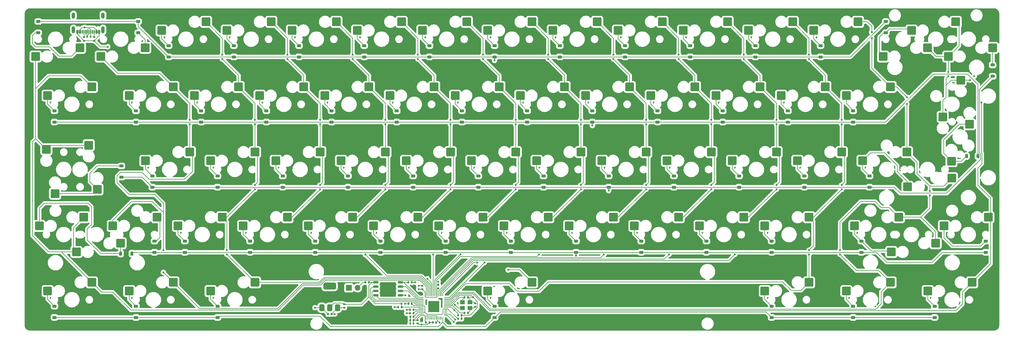
<source format=gbr>
%TF.GenerationSoftware,KiCad,Pcbnew,8.0.4*%
%TF.CreationDate,2024-09-09T16:00:28+08:00*%
%TF.ProjectId,PH60_Rev3,50483630-5f52-4657-9633-2e6b69636164,rev?*%
%TF.SameCoordinates,PX1b40518PY1b40518*%
%TF.FileFunction,Copper,L2,Bot*%
%TF.FilePolarity,Positive*%
%FSLAX46Y46*%
G04 Gerber Fmt 4.6, Leading zero omitted, Abs format (unit mm)*
G04 Created by KiCad (PCBNEW 8.0.4) date 2024-09-09 16:00:28*
%MOMM*%
%LPD*%
G01*
G04 APERTURE LIST*
G04 Aperture macros list*
%AMRoundRect*
0 Rectangle with rounded corners*
0 $1 Rounding radius*
0 $2 $3 $4 $5 $6 $7 $8 $9 X,Y pos of 4 corners*
0 Add a 4 corners polygon primitive as box body*
4,1,4,$2,$3,$4,$5,$6,$7,$8,$9,$2,$3,0*
0 Add four circle primitives for the rounded corners*
1,1,$1+$1,$2,$3*
1,1,$1+$1,$4,$5*
1,1,$1+$1,$6,$7*
1,1,$1+$1,$8,$9*
0 Add four rect primitives between the rounded corners*
20,1,$1+$1,$2,$3,$4,$5,0*
20,1,$1+$1,$4,$5,$6,$7,0*
20,1,$1+$1,$6,$7,$8,$9,0*
20,1,$1+$1,$8,$9,$2,$3,0*%
G04 Aperture macros list end*
%TA.AperFunction,SMDPad,CuDef*%
%ADD10RoundRect,0.250000X-1.025000X-1.000000X1.025000X-1.000000X1.025000X1.000000X-1.025000X1.000000X0*%
%TD*%
%TA.AperFunction,SMDPad,CuDef*%
%ADD11RoundRect,0.250000X1.000000X-1.025000X1.000000X1.025000X-1.000000X1.025000X-1.000000X-1.025000X0*%
%TD*%
%TA.AperFunction,SMDPad,CuDef*%
%ADD12RoundRect,0.250000X1.025000X1.000000X-1.025000X1.000000X-1.025000X-1.000000X1.025000X-1.000000X0*%
%TD*%
%TA.AperFunction,SMDPad,CuDef*%
%ADD13RoundRect,0.250000X-1.000000X1.025000X-1.000000X-1.025000X1.000000X-1.025000X1.000000X1.025000X0*%
%TD*%
%TA.AperFunction,SMDPad,CuDef*%
%ADD14RoundRect,0.140000X-0.140000X-0.170000X0.140000X-0.170000X0.140000X0.170000X-0.140000X0.170000X0*%
%TD*%
%TA.AperFunction,SMDPad,CuDef*%
%ADD15RoundRect,0.225000X0.375000X-0.225000X0.375000X0.225000X-0.375000X0.225000X-0.375000X-0.225000X0*%
%TD*%
%TA.AperFunction,SMDPad,CuDef*%
%ADD16RoundRect,0.135000X-0.185000X0.135000X-0.185000X-0.135000X0.185000X-0.135000X0.185000X0.135000X0*%
%TD*%
%TA.AperFunction,SMDPad,CuDef*%
%ADD17RoundRect,0.135000X-0.135000X-0.185000X0.135000X-0.185000X0.135000X0.185000X-0.135000X0.185000X0*%
%TD*%
%TA.AperFunction,SMDPad,CuDef*%
%ADD18RoundRect,0.140000X0.140000X0.170000X-0.140000X0.170000X-0.140000X-0.170000X0.140000X-0.170000X0*%
%TD*%
%TA.AperFunction,ComponentPad*%
%ADD19R,1.700000X1.700000*%
%TD*%
%TA.AperFunction,ComponentPad*%
%ADD20O,1.700000X1.700000*%
%TD*%
%TA.AperFunction,SMDPad,CuDef*%
%ADD21RoundRect,0.135000X0.135000X0.185000X-0.135000X0.185000X-0.135000X-0.185000X0.135000X-0.185000X0*%
%TD*%
%TA.AperFunction,SMDPad,CuDef*%
%ADD22RoundRect,0.225000X-0.375000X0.225000X-0.375000X-0.225000X0.375000X-0.225000X0.375000X0.225000X0*%
%TD*%
%TA.AperFunction,SMDPad,CuDef*%
%ADD23RoundRect,0.150000X0.650000X0.150000X-0.650000X0.150000X-0.650000X-0.150000X0.650000X-0.150000X0*%
%TD*%
%TA.AperFunction,SMDPad,CuDef*%
%ADD24RoundRect,0.140000X0.170000X-0.140000X0.170000X0.140000X-0.170000X0.140000X-0.170000X-0.140000X0*%
%TD*%
%TA.AperFunction,SMDPad,CuDef*%
%ADD25RoundRect,0.225000X0.225000X0.375000X-0.225000X0.375000X-0.225000X-0.375000X0.225000X-0.375000X0*%
%TD*%
%TA.AperFunction,SMDPad,CuDef*%
%ADD26R,1.400000X1.200000*%
%TD*%
%TA.AperFunction,SMDPad,CuDef*%
%ADD27RoundRect,0.375000X0.375000X-0.625000X0.375000X0.625000X-0.375000X0.625000X-0.375000X-0.625000X0*%
%TD*%
%TA.AperFunction,SMDPad,CuDef*%
%ADD28RoundRect,0.500000X1.400000X-0.500000X1.400000X0.500000X-1.400000X0.500000X-1.400000X-0.500000X0*%
%TD*%
%TA.AperFunction,SMDPad,CuDef*%
%ADD29RoundRect,0.140000X-0.170000X0.140000X-0.170000X-0.140000X0.170000X-0.140000X0.170000X0.140000X0*%
%TD*%
%TA.AperFunction,SMDPad,CuDef*%
%ADD30RoundRect,0.150000X-0.150000X-0.425000X0.150000X-0.425000X0.150000X0.425000X-0.150000X0.425000X0*%
%TD*%
%TA.AperFunction,SMDPad,CuDef*%
%ADD31RoundRect,0.075000X-0.075000X-0.500000X0.075000X-0.500000X0.075000X0.500000X-0.075000X0.500000X0*%
%TD*%
%TA.AperFunction,ComponentPad*%
%ADD32O,1.000000X1.800000*%
%TD*%
%TA.AperFunction,ComponentPad*%
%ADD33O,1.000000X2.100000*%
%TD*%
%TA.AperFunction,SMDPad,CuDef*%
%ADD34RoundRect,0.050000X-0.050000X0.387500X-0.050000X-0.387500X0.050000X-0.387500X0.050000X0.387500X0*%
%TD*%
%TA.AperFunction,SMDPad,CuDef*%
%ADD35RoundRect,0.050000X-0.387500X0.050000X-0.387500X-0.050000X0.387500X-0.050000X0.387500X0.050000X0*%
%TD*%
%TA.AperFunction,HeatsinkPad*%
%ADD36R,3.200000X3.200000*%
%TD*%
%TA.AperFunction,ViaPad*%
%ADD37C,0.600000*%
%TD*%
%TA.AperFunction,Conductor*%
%ADD38C,0.200000*%
%TD*%
G04 APERTURE END LIST*
D10*
%TO.P,S52,1,1*%
%TO.N,Net-(D52-A)*%
X178652500Y-64135000D03*
%TO.P,S52,2,2*%
%TO.N,col_9*%
X191579500Y-61595000D03*
%TD*%
%TO.P,S16,1,1*%
%TO.N,Net-(D16-A)*%
X31015000Y-26035000D03*
%TO.P,S16,2,2*%
%TO.N,col_1*%
X43942000Y-23495000D03*
%TD*%
D11*
%TO.P,S29,1,1*%
%TO.N,Net-(D29-A)*%
X9366250Y-54710000D03*
%TO.P,S29,2,2*%
%TO.N,col_0*%
X6826250Y-41783000D03*
%TD*%
D10*
%TO.P,S10,1,1*%
%TO.N,Net-(D10-A)*%
X173890000Y-6985000D03*
%TO.P,S10,2,2*%
%TO.N,col_9*%
X186817000Y-4445000D03*
%TD*%
%TO.P,S14,1,1*%
%TO.N,Net-(D14-A)*%
X259615000Y-6985000D03*
%TO.P,S14,2,2*%
%TO.N,col_13*%
X272542000Y-4445000D03*
%TD*%
%TO.P,S63,1,1*%
%TO.N,Net-(D63-A)*%
X264377500Y-83185000D03*
%TO.P,S63,2,2*%
%TO.N,col_13*%
X277304500Y-80645000D03*
%TD*%
%TO.P,S24,1,1*%
%TO.N,Net-(D24-A)*%
X183415000Y-26035000D03*
%TO.P,S24,2,2*%
%TO.N,col_9*%
X196342000Y-23495000D03*
%TD*%
%TO.P,S61,1,1*%
%TO.N,Net-(D61-A)*%
X216752500Y-83185000D03*
%TO.P,S61,2,2*%
%TO.N,col_11*%
X229679500Y-80645000D03*
%TD*%
%TO.P,S47,1,1*%
%TO.N,Net-(D47-A)*%
X83402500Y-64135000D03*
%TO.P,S47,2,2*%
%TO.N,col_4*%
X96329500Y-61595000D03*
%TD*%
D12*
%TO.P,S41,1,1*%
%TO.N,col_12*%
X271403750Y-50165000D03*
%TO.P,S41,2,2*%
%TO.N,Net-(D41-A)*%
X258476750Y-52705000D03*
%TD*%
D10*
%TO.P,S30,1,1*%
%TO.N,Net-(D30-A)*%
X35777500Y-45085000D03*
%TO.P,S30,2,2*%
%TO.N,col_1*%
X48704500Y-42545000D03*
%TD*%
D11*
%TO.P,S28,1,1*%
%TO.N,Net-(D28-A)*%
X271303750Y-45185000D03*
%TO.P,S28,2,2*%
%TO.N,col_13*%
X268763750Y-32258000D03*
%TD*%
D12*
%TO.P,S43,1,1*%
%TO.N,Net-(D43-A)*%
X28516250Y-69215000D03*
%TO.P,S43,2,2*%
%TO.N,col_0*%
X15589250Y-71755000D03*
%TD*%
D10*
%TO.P,S33,1,1*%
%TO.N,Net-(D33-A)*%
X92927500Y-45085000D03*
%TO.P,S33,2,2*%
%TO.N,col_4*%
X105854500Y-42545000D03*
%TD*%
%TO.P,S7,1,1*%
%TO.N,Net-(D7-A)*%
X116740000Y-6985000D03*
%TO.P,S7,2,2*%
%TO.N,col_6*%
X129667000Y-4445000D03*
%TD*%
%TO.P,S23,1,1*%
%TO.N,Net-(D23-A)*%
X164365000Y-26035000D03*
%TO.P,S23,2,2*%
%TO.N,col_8*%
X177292000Y-23495000D03*
%TD*%
%TO.P,S26,1,1*%
%TO.N,Net-(D26-A)*%
X221515000Y-26035000D03*
%TO.P,S26,2,2*%
%TO.N,col_11*%
X234442000Y-23495000D03*
%TD*%
%TO.P,S48,1,1*%
%TO.N,Net-(D48-A)*%
X102452500Y-64135000D03*
%TO.P,S48,2,2*%
%TO.N,col_5*%
X115379500Y-61595000D03*
%TD*%
%TO.P,S50,1,1*%
%TO.N,Net-(D50-A)*%
X140552500Y-64135000D03*
%TO.P,S50,2,2*%
%TO.N,col_7*%
X153479500Y-61595000D03*
%TD*%
%TO.P,S62,1,1*%
%TO.N,Net-(D62-A)*%
X240565000Y-83185000D03*
%TO.P,S62,2,2*%
%TO.N,col_12*%
X253492000Y-80645000D03*
%TD*%
%TO.P,S55,1,1*%
%TO.N,Net-(D55-A)*%
X242946250Y-64135000D03*
%TO.P,S55,2,2*%
%TO.N,col_12*%
X255873250Y-61595000D03*
%TD*%
D13*
%TO.P,S28,1,1*%
%TO.N,col_13*%
X274002500Y-21490000D03*
%TO.P,S28,2,2*%
%TO.N,Net-(D28-A)*%
X276542500Y-34417000D03*
%TD*%
%TO.P,S29,1,1*%
%TO.N,col_0*%
X19208750Y-40540000D03*
%TO.P,S29,2,2*%
%TO.N,Net-(D29-A)*%
X21748750Y-53467000D03*
%TD*%
D10*
%TO.P,S36,1,1*%
%TO.N,Net-(D36-A)*%
X150077500Y-45085000D03*
%TO.P,S36,2,2*%
%TO.N,col_7*%
X163004500Y-42545000D03*
%TD*%
%TO.P,S53,1,1*%
%TO.N,Net-(D53-A)*%
X197702500Y-64135000D03*
%TO.P,S53,2,2*%
%TO.N,col_10*%
X210629500Y-61595000D03*
%TD*%
%TO.P,S4,1,1*%
%TO.N,Net-(D4-A)*%
X59590000Y-6985000D03*
%TO.P,S4,2,2*%
%TO.N,col_3*%
X72517000Y-4445000D03*
%TD*%
%TO.P,S11,1,1*%
%TO.N,Net-(D11-A)*%
X192940000Y-6985000D03*
%TO.P,S11,2,2*%
%TO.N,col_10*%
X205867000Y-4445000D03*
%TD*%
%TO.P,S3,1,1*%
%TO.N,Net-(D3-A)*%
X40540000Y-6985000D03*
%TO.P,S3,2,2*%
%TO.N,col_2*%
X53467000Y-4445000D03*
%TD*%
%TO.P,S37,1,1*%
%TO.N,Net-(D37-A)*%
X169127500Y-45085000D03*
%TO.P,S37,2,2*%
%TO.N,col_8*%
X182054500Y-42545000D03*
%TD*%
%TO.P,S27,1,1*%
%TO.N,Net-(D27-A)*%
X240565000Y-26035000D03*
%TO.P,S27,2,2*%
%TO.N,col_12*%
X253492000Y-23495000D03*
%TD*%
%TO.P,S13,1,1*%
%TO.N,Net-(D13-A)*%
X231040000Y-6985000D03*
%TO.P,S13,2,2*%
%TO.N,col_12*%
X243967000Y-4445000D03*
%TD*%
%TO.P,S49,1,1*%
%TO.N,Net-(D49-A)*%
X121502500Y-64135000D03*
%TO.P,S49,2,2*%
%TO.N,col_6*%
X134429500Y-61595000D03*
%TD*%
%TO.P,S38,1,1*%
%TO.N,Net-(D38-A)*%
X188177500Y-45085000D03*
%TO.P,S38,2,2*%
%TO.N,col_9*%
X201104500Y-42545000D03*
%TD*%
%TO.P,S5,1,1*%
%TO.N,Net-(D5-A)*%
X78640000Y-6985000D03*
%TO.P,S5,2,2*%
%TO.N,col_4*%
X91567000Y-4445000D03*
%TD*%
%TO.P,S54,1,1*%
%TO.N,Net-(D54-A)*%
X216752500Y-64135000D03*
%TO.P,S54,2,2*%
%TO.N,col_11*%
X229679500Y-61595000D03*
%TD*%
%TO.P,S41,1,1*%
%TO.N,Net-(D41-A)*%
X245327500Y-45085000D03*
%TO.P,S41,2,2*%
%TO.N,col_12*%
X258254500Y-42545000D03*
%TD*%
D12*
%TO.P,S1,1,1*%
%TO.N,Net-(D1-A)*%
X16610000Y-12065000D03*
%TO.P,S1,2,2*%
%TO.N,col_0*%
X3683000Y-14605000D03*
%TD*%
D10*
%TO.P,S39,1,1*%
%TO.N,Net-(D39-A)*%
X207227500Y-45085000D03*
%TO.P,S39,2,2*%
%TO.N,col_10*%
X220154500Y-42545000D03*
%TD*%
%TO.P,S8,1,1*%
%TO.N,Net-(D8-A)*%
X135790000Y-6985000D03*
%TO.P,S8,2,2*%
%TO.N,col_7*%
X148717000Y-4445000D03*
%TD*%
%TO.P,S9,1,1*%
%TO.N,Net-(D9-A)*%
X154840000Y-6985000D03*
%TO.P,S9,2,2*%
%TO.N,col_8*%
X167767000Y-4445000D03*
%TD*%
%TO.P,S59,1,1*%
%TO.N,Net-(D59-A)*%
X54827500Y-83185000D03*
%TO.P,S59,2,2*%
%TO.N,col_2*%
X67754500Y-80645000D03*
%TD*%
%TO.P,S32,1,1*%
%TO.N,Net-(D32-A)*%
X73877500Y-45085000D03*
%TO.P,S32,2,2*%
%TO.N,col_3*%
X86804500Y-42545000D03*
%TD*%
%TO.P,S17,1,1*%
%TO.N,Net-(D17-A)*%
X50065000Y-26035000D03*
%TO.P,S17,2,2*%
%TO.N,col_2*%
X62992000Y-23495000D03*
%TD*%
D12*
%TO.P,S2,1,1*%
%TO.N,Net-(D2-A)*%
X35660000Y-12065000D03*
%TO.P,S2,2,2*%
%TO.N,col_1*%
X22733000Y-14605000D03*
%TD*%
D10*
%TO.P,S58,1,1*%
%TO.N,Net-(D58-A)*%
X31015000Y-83185000D03*
%TO.P,S58,2,2*%
%TO.N,col_1*%
X43942000Y-80645000D03*
%TD*%
D12*
%TO.P,S14,1,1*%
%TO.N,col_13*%
X264260000Y-12065000D03*
%TO.P,S14,2,2*%
%TO.N,Net-(D14-A)*%
X251333000Y-14605000D03*
%TD*%
D10*
%TO.P,S15,1,1*%
%TO.N,Net-(D15-A)*%
X7202500Y-26035000D03*
%TO.P,S15,2,2*%
%TO.N,col_0*%
X20129500Y-23495000D03*
%TD*%
%TO.P,S51,1,1*%
%TO.N,Net-(D51-A)*%
X159602500Y-64135000D03*
%TO.P,S51,2,2*%
%TO.N,col_8*%
X172529500Y-61595000D03*
%TD*%
%TO.P,S34,1,1*%
%TO.N,Net-(D34-A)*%
X111977500Y-45085000D03*
%TO.P,S34,2,2*%
%TO.N,col_5*%
X124904500Y-42545000D03*
%TD*%
%TO.P,S40,1,1*%
%TO.N,Net-(D40-A)*%
X226277500Y-45085000D03*
%TO.P,S40,2,2*%
%TO.N,col_11*%
X239204500Y-42545000D03*
%TD*%
%TO.P,S12,1,1*%
%TO.N,Net-(D12-A)*%
X211990000Y-6985000D03*
%TO.P,S12,2,2*%
%TO.N,col_11*%
X224917000Y-4445000D03*
%TD*%
%TO.P,S57,1,1*%
%TO.N,Net-(D57-A)*%
X7202500Y-83185000D03*
%TO.P,S57,2,2*%
%TO.N,col_0*%
X20129500Y-80645000D03*
%TD*%
%TO.P,S18,1,1*%
%TO.N,Net-(D18-A)*%
X69115000Y-26035000D03*
%TO.P,S18,2,2*%
%TO.N,col_3*%
X82042000Y-23495000D03*
%TD*%
%TO.P,S35,1,1*%
%TO.N,Net-(D35-A)*%
X131027500Y-45085000D03*
%TO.P,S35,2,2*%
%TO.N,col_6*%
X143954500Y-42545000D03*
%TD*%
%TO.P,S45,1,1*%
%TO.N,Net-(D45-A)*%
X45302500Y-64135000D03*
%TO.P,S45,2,2*%
%TO.N,col_2*%
X58229500Y-61595000D03*
%TD*%
%TO.P,S21,1,1*%
%TO.N,Net-(D21-A)*%
X126265000Y-26035000D03*
%TO.P,S21,2,2*%
%TO.N,col_6*%
X139192000Y-23495000D03*
%TD*%
%TO.P,S22,1,1*%
%TO.N,Net-(D22-A)*%
X145315000Y-26035000D03*
%TO.P,S22,2,2*%
%TO.N,col_7*%
X158242000Y-23495000D03*
%TD*%
%TO.P,S56,1,1*%
%TO.N,Net-(D56-A)*%
X269140000Y-64135000D03*
%TO.P,S56,2,2*%
%TO.N,col_13*%
X282067000Y-61595000D03*
%TD*%
D12*
%TO.P,S42,1,1*%
%TO.N,Net-(D42-A)*%
X283310000Y-12065000D03*
%TO.P,S42,2,2*%
%TO.N,col_13*%
X270383000Y-14605000D03*
%TD*%
D10*
%TO.P,S60,1,1*%
%TO.N,Net-(D60-A)*%
X135790000Y-83185000D03*
%TO.P,S60,2,2*%
%TO.N,col_6*%
X148717000Y-80645000D03*
%TD*%
%TO.P,S46,1,1*%
%TO.N,Net-(D46-A)*%
X64352500Y-64135000D03*
%TO.P,S46,2,2*%
%TO.N,col_3*%
X77279500Y-61595000D03*
%TD*%
D12*
%TO.P,S55,1,1*%
%TO.N,col_12*%
X266641250Y-69215000D03*
%TO.P,S55,2,2*%
%TO.N,Net-(D55-A)*%
X253714250Y-71755000D03*
%TD*%
D10*
%TO.P,S19,1,1*%
%TO.N,Net-(D19-A)*%
X88165000Y-26035000D03*
%TO.P,S19,2,2*%
%TO.N,col_4*%
X101092000Y-23495000D03*
%TD*%
%TO.P,S44,1,1*%
%TO.N,col_1*%
X26252500Y-64135000D03*
%TO.P,S44,2,2*%
%TO.N,Net-(D44-A)*%
X39179500Y-61595000D03*
%TD*%
%TO.P,S20,1,1*%
%TO.N,Net-(D20-A)*%
X107215000Y-26035000D03*
%TO.P,S20,2,2*%
%TO.N,col_5*%
X120142000Y-23495000D03*
%TD*%
%TO.P,S43,1,1*%
%TO.N,Net-(D43-A)*%
X4821250Y-64135000D03*
%TO.P,S43,2,2*%
%TO.N,col_0*%
X17748250Y-61595000D03*
%TD*%
%TO.P,S6,1,1*%
%TO.N,Net-(D6-A)*%
X97690000Y-6985000D03*
%TO.P,S6,2,2*%
%TO.N,col_5*%
X110617000Y-4445000D03*
%TD*%
%TO.P,S31,1,1*%
%TO.N,Net-(D31-A)*%
X54827500Y-45085000D03*
%TO.P,S31,2,2*%
%TO.N,col_2*%
X67754500Y-42545000D03*
%TD*%
%TO.P,S25,1,1*%
%TO.N,Net-(D25-A)*%
X202465000Y-26035000D03*
%TO.P,S25,2,2*%
%TO.N,col_10*%
X215392000Y-23495000D03*
%TD*%
D14*
%TO.P,C1,1*%
%TO.N,VBUS*%
X89132500Y-89900000D03*
%TO.P,C1,2*%
%TO.N,GND*%
X90092500Y-89900000D03*
%TD*%
D15*
%TO.P,D40,1,K*%
%TO.N,row_2*%
X228282500Y-52805000D03*
%TO.P,D40,2,A*%
%TO.N,Net-(D40-A)*%
X228282500Y-49505000D03*
%TD*%
%TO.P,D57,1,K*%
%TO.N,row_4*%
X9207500Y-90905000D03*
%TO.P,D57,2,A*%
%TO.N,Net-(D57-A)*%
X9207500Y-87605000D03*
%TD*%
D16*
%TO.P,R6,1*%
%TO.N,Net-(J1-CC1)*%
X17800000Y-8945000D03*
%TO.P,R6,2*%
%TO.N,GND*%
X17800000Y-9965000D03*
%TD*%
D15*
%TO.P,D12,1,K*%
%TO.N,row_0*%
X213995000Y-14705000D03*
%TO.P,D12,2,A*%
%TO.N,Net-(D12-A)*%
X213995000Y-11405000D03*
%TD*%
%TO.P,D37,1,K*%
%TO.N,row_2*%
X171132500Y-52805000D03*
%TO.P,D37,2,A*%
%TO.N,Net-(D37-A)*%
X171132500Y-49505000D03*
%TD*%
%TO.P,D22,1,K*%
%TO.N,row_1*%
X147320000Y-33755000D03*
%TO.P,D22,2,A*%
%TO.N,Net-(D22-A)*%
X147320000Y-30455000D03*
%TD*%
%TO.P,D25,1,K*%
%TO.N,row_1*%
X204470000Y-33755000D03*
%TO.P,D25,2,A*%
%TO.N,Net-(D25-A)*%
X204470000Y-30455000D03*
%TD*%
%TO.P,D16,1,K*%
%TO.N,row_1*%
X33020000Y-33755000D03*
%TO.P,D16,2,A*%
%TO.N,Net-(D16-A)*%
X33020000Y-30455000D03*
%TD*%
%TO.P,D63,1,K*%
%TO.N,row_4*%
X266382500Y-90905000D03*
%TO.P,D63,2,A*%
%TO.N,Net-(D63-A)*%
X266382500Y-87605000D03*
%TD*%
D14*
%TO.P,C6,1*%
%TO.N,+1V1*%
X127152500Y-91300000D03*
%TO.P,C6,2*%
%TO.N,GND*%
X128112500Y-91300000D03*
%TD*%
D17*
%TO.P,R3,1*%
%TO.N,/USB_D+*%
X113115000Y-88700000D03*
%TO.P,R3,2*%
%TO.N,Net-(U3-USB_DP)*%
X114135000Y-88700000D03*
%TD*%
D14*
%TO.P,C13,1*%
%TO.N,+3V3*%
X117770000Y-92400000D03*
%TO.P,C13,2*%
%TO.N,GND*%
X118730000Y-92400000D03*
%TD*%
D15*
%TO.P,D24,1,K*%
%TO.N,row_1*%
X185420000Y-33755000D03*
%TO.P,D24,2,A*%
%TO.N,Net-(D24-A)*%
X185420000Y-30455000D03*
%TD*%
%TO.P,D21,1,K*%
%TO.N,row_1*%
X128270000Y-33755000D03*
%TO.P,D21,2,A*%
%TO.N,Net-(D21-A)*%
X128270000Y-30455000D03*
%TD*%
%TO.P,D44,1,K*%
%TO.N,row_3*%
X38417500Y-71855000D03*
%TO.P,D44,2,A*%
%TO.N,Net-(D44-A)*%
X38417500Y-68555000D03*
%TD*%
%TO.P,D23,1,K*%
%TO.N,row_1*%
X166370000Y-33755000D03*
%TO.P,D23,2,A*%
%TO.N,Net-(D23-A)*%
X166370000Y-30455000D03*
%TD*%
%TO.P,D42,1,K*%
%TO.N,row_2*%
X283310000Y-20365000D03*
%TO.P,D42,2,A*%
%TO.N,Net-(D42-A)*%
X283310000Y-17065000D03*
%TD*%
%TO.P,D36,1,K*%
%TO.N,row_2*%
X152082500Y-52805000D03*
%TO.P,D36,2,A*%
%TO.N,Net-(D36-A)*%
X152082500Y-49505000D03*
%TD*%
%TO.P,D29,1,K*%
%TO.N,row_2*%
X28750000Y-49900000D03*
%TO.P,D29,2,A*%
%TO.N,Net-(D29-A)*%
X28750000Y-46600000D03*
%TD*%
D17*
%TO.P,R4,1*%
%TO.N,/USB_D-*%
X113115000Y-89700000D03*
%TO.P,R4,2*%
%TO.N,Net-(U3-USB_DM)*%
X114135000Y-89700000D03*
%TD*%
D18*
%TO.P,C8,1*%
%TO.N,+1V1*%
X114105000Y-90700000D03*
%TO.P,C8,2*%
%TO.N,GND*%
X113145000Y-90700000D03*
%TD*%
D14*
%TO.P,C9,1*%
%TO.N,+3V3*%
X127152500Y-90300000D03*
%TO.P,C9,2*%
%TO.N,GND*%
X128112500Y-90300000D03*
%TD*%
D19*
%TO.P,J2,1,Pin_1*%
%TO.N,/~{USB_BOOT}*%
X95225000Y-82250000D03*
D20*
%TO.P,J2,2,Pin_2*%
%TO.N,GND*%
X97765000Y-82250000D03*
%TD*%
D21*
%TO.P,R1,1*%
%TO.N,/~{USB_BOOT}*%
X113622500Y-80610000D03*
%TO.P,R1,2*%
%TO.N,/QSPI_SS*%
X112602500Y-80610000D03*
%TD*%
D15*
%TO.P,D46,1,K*%
%TO.N,row_3*%
X66357500Y-71855000D03*
%TO.P,D46,2,A*%
%TO.N,Net-(D46-A)*%
X66357500Y-68555000D03*
%TD*%
%TO.P,D50,1,K*%
%TO.N,row_3*%
X142557500Y-71855000D03*
%TO.P,D50,2,A*%
%TO.N,Net-(D50-A)*%
X142557500Y-68555000D03*
%TD*%
D22*
%TO.P,D2,1,K*%
%TO.N,row_0*%
X33655000Y-4345000D03*
%TO.P,D2,2,A*%
%TO.N,Net-(D2-A)*%
X33655000Y-7645000D03*
%TD*%
D15*
%TO.P,D38,1,K*%
%TO.N,row_2*%
X190182500Y-52805000D03*
%TO.P,D38,2,A*%
%TO.N,Net-(D38-A)*%
X190182500Y-49505000D03*
%TD*%
D22*
%TO.P,D1,1,K*%
%TO.N,row_0*%
X4445000Y-4345000D03*
%TO.P,D1,2,A*%
%TO.N,Net-(D1-A)*%
X4445000Y-7645000D03*
%TD*%
D23*
%TO.P,U2,1,~{CS}*%
%TO.N,/QSPI_SS*%
X110250000Y-80610000D03*
%TO.P,U2,2,DO(IO1)*%
%TO.N,/QSPI_SD1*%
X110250000Y-81880000D03*
%TO.P,U2,3,IO2*%
%TO.N,/QSPI_SD2*%
X110250000Y-83150000D03*
%TO.P,U2,4,GND*%
%TO.N,GND*%
X110250000Y-84420000D03*
%TO.P,U2,5,DI(IO0)*%
%TO.N,/QSPI_SD0*%
X103050000Y-84420000D03*
%TO.P,U2,6,CLK*%
%TO.N,/QSPI_SCLK*%
X103050000Y-83150000D03*
%TO.P,U2,7,IO3*%
%TO.N,/QSPI_SD3*%
X103050000Y-81880000D03*
%TO.P,U2,8,VCC*%
%TO.N,+3V3*%
X103050000Y-80610000D03*
%TD*%
D15*
%TO.P,D26,1,K*%
%TO.N,row_1*%
X223520000Y-33755000D03*
%TO.P,D26,2,A*%
%TO.N,Net-(D26-A)*%
X223520000Y-30455000D03*
%TD*%
%TO.P,D56,1,K*%
%TO.N,row_3*%
X281305000Y-71855000D03*
%TO.P,D56,2,A*%
%TO.N,Net-(D56-A)*%
X281305000Y-68555000D03*
%TD*%
%TO.P,D58,1,K*%
%TO.N,row_4*%
X33020000Y-90905000D03*
%TO.P,D58,2,A*%
%TO.N,Net-(D58-A)*%
X33020000Y-87605000D03*
%TD*%
D18*
%TO.P,C7,1*%
%TO.N,+1V1*%
X113592500Y-86900000D03*
%TO.P,C7,2*%
%TO.N,GND*%
X112632500Y-86900000D03*
%TD*%
D15*
%TO.P,D49,1,K*%
%TO.N,row_3*%
X123507500Y-71855000D03*
%TO.P,D49,2,A*%
%TO.N,Net-(D49-A)*%
X123507500Y-68555000D03*
%TD*%
%TO.P,D61,1,K*%
%TO.N,row_4*%
X218757500Y-90905000D03*
%TO.P,D61,2,A*%
%TO.N,Net-(D61-A)*%
X218757500Y-87605000D03*
%TD*%
D24*
%TO.P,C5,1*%
%TO.N,+3V3*%
X121300000Y-82380000D03*
%TO.P,C5,2*%
%TO.N,GND*%
X121300000Y-81420000D03*
%TD*%
D14*
%TO.P,C2,1*%
%TO.N,/XIN*%
X129020000Y-85050000D03*
%TO.P,C2,2*%
%TO.N,GND*%
X129980000Y-85050000D03*
%TD*%
D15*
%TO.P,D17,1,K*%
%TO.N,row_1*%
X52070000Y-33755000D03*
%TO.P,D17,2,A*%
%TO.N,Net-(D17-A)*%
X52070000Y-30455000D03*
%TD*%
D25*
%TO.P,D43,1,K*%
%TO.N,row_3*%
X31816250Y-72215000D03*
%TO.P,D43,2,A*%
%TO.N,Net-(D43-A)*%
X28516250Y-72215000D03*
%TD*%
D26*
%TO.P,Y1,1,1*%
%TO.N,Net-(C3-Pad1)*%
X130600000Y-88150000D03*
%TO.P,Y1,2,2*%
%TO.N,GND*%
X128400000Y-88150000D03*
%TO.P,Y1,3,3*%
%TO.N,/XIN*%
X128400000Y-86450000D03*
%TO.P,Y1,4,4*%
%TO.N,GND*%
X130600000Y-86450000D03*
%TD*%
D27*
%TO.P,U1,1,GND*%
%TO.N,GND*%
X91912500Y-88050000D03*
%TO.P,U1,2,VO*%
%TO.N,+3V3*%
X89612500Y-88050000D03*
%TO.P,U1,3,VI*%
%TO.N,VBUS*%
X87312500Y-88050000D03*
D28*
%TO.P,U1,4*%
%TO.N,N/C*%
X89612500Y-81750000D03*
%TD*%
D15*
%TO.P,D10,1,K*%
%TO.N,row_0*%
X175895000Y-14705000D03*
%TO.P,D10,2,A*%
%TO.N,Net-(D10-A)*%
X175895000Y-11405000D03*
%TD*%
%TO.P,D52,1,K*%
%TO.N,row_3*%
X180657500Y-71855000D03*
%TO.P,D52,2,A*%
%TO.N,Net-(D52-A)*%
X180657500Y-68555000D03*
%TD*%
%TO.P,D13,1,K*%
%TO.N,row_0*%
X233045000Y-14705000D03*
%TO.P,D13,2,A*%
%TO.N,Net-(D13-A)*%
X233045000Y-11405000D03*
%TD*%
%TO.P,D18,1,K*%
%TO.N,row_1*%
X71120000Y-33755000D03*
%TO.P,D18,2,A*%
%TO.N,Net-(D18-A)*%
X71120000Y-30455000D03*
%TD*%
D25*
%TO.P,D28,1,K*%
%TO.N,row_1*%
X279023750Y-43680000D03*
%TO.P,D28,2,A*%
%TO.N,Net-(D28-A)*%
X275723750Y-43680000D03*
%TD*%
D15*
%TO.P,D60,1,K*%
%TO.N,row_4*%
X137795000Y-90905000D03*
%TO.P,D60,2,A*%
%TO.N,Net-(D60-A)*%
X137795000Y-87605000D03*
%TD*%
%TO.P,D33,1,K*%
%TO.N,row_2*%
X94932500Y-52805000D03*
%TO.P,D33,2,A*%
%TO.N,Net-(D33-A)*%
X94932500Y-49505000D03*
%TD*%
%TO.P,D20,1,K*%
%TO.N,row_1*%
X109220000Y-33755000D03*
%TO.P,D20,2,A*%
%TO.N,Net-(D20-A)*%
X109220000Y-30455000D03*
%TD*%
D18*
%TO.P,C14,1*%
%TO.N,+3V3*%
X101030000Y-80610000D03*
%TO.P,C14,2*%
%TO.N,GND*%
X100070000Y-80610000D03*
%TD*%
D15*
%TO.P,D19,1,K*%
%TO.N,row_1*%
X90170000Y-33755000D03*
%TO.P,D19,2,A*%
%TO.N,Net-(D19-A)*%
X90170000Y-30455000D03*
%TD*%
%TO.P,D32,1,K*%
%TO.N,row_2*%
X75882500Y-52805000D03*
%TO.P,D32,2,A*%
%TO.N,Net-(D32-A)*%
X75882500Y-49505000D03*
%TD*%
%TO.P,D27,1,K*%
%TO.N,row_1*%
X242570000Y-33755000D03*
%TO.P,D27,2,A*%
%TO.N,Net-(D27-A)*%
X242570000Y-30455000D03*
%TD*%
D29*
%TO.P,C11,1*%
%TO.N,+3V3*%
X115250000Y-91700000D03*
%TO.P,C11,2*%
%TO.N,GND*%
X115250000Y-92660000D03*
%TD*%
D15*
%TO.P,D15,1,K*%
%TO.N,row_1*%
X9207500Y-33755000D03*
%TO.P,D15,2,A*%
%TO.N,Net-(D15-A)*%
X9207500Y-30455000D03*
%TD*%
%TO.P,D45,1,K*%
%TO.N,row_3*%
X47307500Y-71855000D03*
%TO.P,D45,2,A*%
%TO.N,Net-(D45-A)*%
X47307500Y-68555000D03*
%TD*%
%TO.P,D6,1,K*%
%TO.N,row_0*%
X99695000Y-14705000D03*
%TO.P,D6,2,A*%
%TO.N,Net-(D6-A)*%
X99695000Y-11405000D03*
%TD*%
D16*
%TO.P,R7,1*%
%TO.N,Net-(J1-CC2)*%
X20800000Y-8945000D03*
%TO.P,R7,2*%
%TO.N,GND*%
X20800000Y-9965000D03*
%TD*%
D15*
%TO.P,D59,1,K*%
%TO.N,row_4*%
X56832500Y-90905000D03*
%TO.P,D59,2,A*%
%TO.N,Net-(D59-A)*%
X56832500Y-87605000D03*
%TD*%
%TO.P,D35,1,K*%
%TO.N,row_2*%
X133032500Y-52805000D03*
%TO.P,D35,2,A*%
%TO.N,Net-(D35-A)*%
X133032500Y-49505000D03*
%TD*%
%TO.P,D3,1,K*%
%TO.N,row_0*%
X42545000Y-14705000D03*
%TO.P,D3,2,A*%
%TO.N,Net-(D3-A)*%
X42545000Y-11405000D03*
%TD*%
%TO.P,D9,1,K*%
%TO.N,row_0*%
X156845000Y-14705000D03*
%TO.P,D9,2,A*%
%TO.N,Net-(D9-A)*%
X156845000Y-11405000D03*
%TD*%
D24*
%TO.P,C12,1*%
%TO.N,+3V3*%
X116612500Y-82630000D03*
%TO.P,C12,2*%
%TO.N,GND*%
X116612500Y-81670000D03*
%TD*%
D15*
%TO.P,D39,1,K*%
%TO.N,row_2*%
X209232500Y-52805000D03*
%TO.P,D39,2,A*%
%TO.N,Net-(D39-A)*%
X209232500Y-49505000D03*
%TD*%
D24*
%TO.P,C3,1*%
%TO.N,Net-(C3-Pad1)*%
X132150000Y-87780000D03*
%TO.P,C3,2*%
%TO.N,GND*%
X132150000Y-86820000D03*
%TD*%
D29*
%TO.P,C4,1*%
%TO.N,+3V3*%
X93862500Y-87090000D03*
%TO.P,C4,2*%
%TO.N,GND*%
X93862500Y-88050000D03*
%TD*%
D18*
%TO.P,C16,1*%
%TO.N,+3V3*%
X120730000Y-92400000D03*
%TO.P,C16,2*%
%TO.N,GND*%
X119770000Y-92400000D03*
%TD*%
D15*
%TO.P,D48,1,K*%
%TO.N,row_3*%
X104457500Y-71855000D03*
%TO.P,D48,2,A*%
%TO.N,Net-(D48-A)*%
X104457500Y-68555000D03*
%TD*%
%TO.P,D31,1,K*%
%TO.N,row_2*%
X56832500Y-52805000D03*
%TO.P,D31,2,A*%
%TO.N,Net-(D31-A)*%
X56832500Y-49505000D03*
%TD*%
%TO.P,D5,1,K*%
%TO.N,row_0*%
X80645000Y-14705000D03*
%TO.P,D5,2,A*%
%TO.N,Net-(D5-A)*%
X80645000Y-11405000D03*
%TD*%
%TO.P,D8,1,K*%
%TO.N,row_0*%
X137795000Y-14705000D03*
%TO.P,D8,2,A*%
%TO.N,Net-(D8-A)*%
X137795000Y-11405000D03*
%TD*%
D30*
%TO.P,J1,A1,GND*%
%TO.N,GND*%
X15850000Y-7355000D03*
%TO.P,J1,A4,VBUS*%
%TO.N,VBUS*%
X16650000Y-7355000D03*
D31*
%TO.P,J1,A5,CC1*%
%TO.N,Net-(J1-CC1)*%
X17800000Y-7355000D03*
%TO.P,J1,A6,D+*%
%TO.N,/USB_D+*%
X18800000Y-7355000D03*
%TO.P,J1,A7,D-*%
%TO.N,/USB_D-*%
X19300000Y-7355000D03*
%TO.P,J1,A8,SBU1*%
%TO.N,unconnected-(J1-SBU1-PadA8)*%
X20300000Y-7355000D03*
D30*
%TO.P,J1,A9,VBUS*%
%TO.N,VBUS*%
X21450000Y-7355000D03*
%TO.P,J1,A12,GND*%
%TO.N,GND*%
X22250000Y-7355000D03*
%TO.P,J1,B1,GND*%
X22250000Y-7355000D03*
%TO.P,J1,B4,VBUS*%
%TO.N,VBUS*%
X21450000Y-7355000D03*
D31*
%TO.P,J1,B5,CC2*%
%TO.N,Net-(J1-CC2)*%
X20800000Y-7355000D03*
%TO.P,J1,B6,D+*%
%TO.N,/USB_D+*%
X19800000Y-7355000D03*
%TO.P,J1,B7,D-*%
%TO.N,/USB_D-*%
X18300000Y-7355000D03*
%TO.P,J1,B8,SBU2*%
%TO.N,unconnected-(J1-SBU2-PadB8)*%
X17300000Y-7355000D03*
D30*
%TO.P,J1,B9,VBUS*%
%TO.N,VBUS*%
X16650000Y-7355000D03*
%TO.P,J1,B12,GND*%
%TO.N,GND*%
X15850000Y-7355000D03*
D32*
%TO.P,J1,S1,SHIELD*%
%TO.N,unconnected-(J1-SHIELD-PadS1)_1*%
X14730000Y-2600000D03*
D33*
%TO.N,unconnected-(J1-SHIELD-PadS1)*%
X14730000Y-6780000D03*
D32*
%TO.N,unconnected-(J1-SHIELD-PadS1)_2*%
X23370000Y-2600000D03*
D33*
%TO.N,unconnected-(J1-SHIELD-PadS1)_3*%
X23370000Y-6780000D03*
%TD*%
D18*
%TO.P,C15,1*%
%TO.N,+3V3*%
X110592500Y-87900000D03*
%TO.P,C15,2*%
%TO.N,GND*%
X109632500Y-87900000D03*
%TD*%
D15*
%TO.P,D11,1,K*%
%TO.N,row_0*%
X194945000Y-14705000D03*
%TO.P,D11,2,A*%
%TO.N,Net-(D11-A)*%
X194945000Y-11405000D03*
%TD*%
%TO.P,D51,1,K*%
%TO.N,row_3*%
X161607500Y-71855000D03*
%TO.P,D51,2,A*%
%TO.N,Net-(D51-A)*%
X161607500Y-68555000D03*
%TD*%
%TO.P,D53,1,K*%
%TO.N,row_3*%
X199707500Y-71855000D03*
%TO.P,D53,2,A*%
%TO.N,Net-(D53-A)*%
X199707500Y-68555000D03*
%TD*%
%TO.P,D41,1,K*%
%TO.N,row_2*%
X247332500Y-52805000D03*
%TO.P,D41,2,A*%
%TO.N,Net-(D41-A)*%
X247332500Y-49505000D03*
%TD*%
%TO.P,D30,1,K*%
%TO.N,row_2*%
X37782500Y-52805000D03*
%TO.P,D30,2,A*%
%TO.N,Net-(D30-A)*%
X37782500Y-49505000D03*
%TD*%
D34*
%TO.P,U3,1,IOVDD*%
%TO.N,+3V3*%
X117462500Y-84262500D03*
%TO.P,U3,2,GPIO0*%
%TO.N,col_0*%
X117862500Y-84262500D03*
%TO.P,U3,3,GPIO1*%
%TO.N,col_1*%
X118262500Y-84262500D03*
%TO.P,U3,4,GPIO2*%
%TO.N,col_2*%
X118662500Y-84262500D03*
%TO.P,U3,5,GPIO3*%
%TO.N,col_3*%
X119062500Y-84262500D03*
%TO.P,U3,6,GPIO4*%
%TO.N,col_4*%
X119462500Y-84262500D03*
%TO.P,U3,7,GPIO5*%
%TO.N,col_5*%
X119862500Y-84262500D03*
%TO.P,U3,8,GPIO6*%
%TO.N,col_6*%
X120262500Y-84262500D03*
%TO.P,U3,9,GPIO7*%
%TO.N,col_7*%
X120662500Y-84262500D03*
%TO.P,U3,10,IOVDD*%
%TO.N,+3V3*%
X121062500Y-84262500D03*
%TO.P,U3,11,GPIO8*%
%TO.N,col_8*%
X121462500Y-84262500D03*
%TO.P,U3,12,GPIO9*%
%TO.N,col_9*%
X121862500Y-84262500D03*
%TO.P,U3,13,GPIO10*%
%TO.N,col_10*%
X122262500Y-84262500D03*
%TO.P,U3,14,GPIO11*%
%TO.N,row_0*%
X122662500Y-84262500D03*
D35*
%TO.P,U3,15,GPIO12*%
%TO.N,row_1*%
X123500000Y-85100000D03*
%TO.P,U3,16,GPIO13*%
%TO.N,col_11*%
X123500000Y-85500000D03*
%TO.P,U3,17,GPIO14*%
%TO.N,col_12*%
X123500000Y-85900000D03*
%TO.P,U3,18,GPIO15*%
%TO.N,col_13*%
X123500000Y-86300000D03*
%TO.P,U3,19,TESTEN*%
%TO.N,GND*%
X123500000Y-86700000D03*
%TO.P,U3,20,XIN*%
%TO.N,/XIN*%
X123500000Y-87100000D03*
%TO.P,U3,21,XOUT*%
%TO.N,/XOUT*%
X123500000Y-87500000D03*
%TO.P,U3,22,IOVDD*%
%TO.N,+3V3*%
X123500000Y-87900000D03*
%TO.P,U3,23,DVDD*%
%TO.N,+1V1*%
X123500000Y-88300000D03*
%TO.P,U3,24,SWCLK*%
%TO.N,/SWCLK*%
X123500000Y-88700000D03*
%TO.P,U3,25,SWD*%
%TO.N,/SWD*%
X123500000Y-89100000D03*
%TO.P,U3,26,RUN*%
%TO.N,unconnected-(U3-RUN-Pad26)*%
X123500000Y-89500000D03*
%TO.P,U3,27,GPIO16*%
%TO.N,row_2*%
X123500000Y-89900000D03*
%TO.P,U3,28,GPIO17*%
%TO.N,row_3*%
X123500000Y-90300000D03*
D34*
%TO.P,U3,29,GPIO18*%
%TO.N,row_4*%
X122662500Y-91137500D03*
%TO.P,U3,30,GPIO19*%
%TO.N,unconnected-(U3-GPIO19-Pad30)*%
X122262500Y-91137500D03*
%TO.P,U3,31,GPIO20*%
%TO.N,unconnected-(U3-GPIO20-Pad31)*%
X121862500Y-91137500D03*
%TO.P,U3,32,GPIO21*%
%TO.N,unconnected-(U3-GPIO21-Pad32)*%
X121462500Y-91137500D03*
%TO.P,U3,33,IOVDD*%
%TO.N,+3V3*%
X121062500Y-91137500D03*
%TO.P,U3,34,GPIO22*%
%TO.N,unconnected-(U3-GPIO22-Pad34)*%
X120662500Y-91137500D03*
%TO.P,U3,35,GPIO23*%
%TO.N,unconnected-(U3-GPIO23-Pad35)*%
X120262500Y-91137500D03*
%TO.P,U3,36,GPIO24*%
%TO.N,unconnected-(U3-GPIO24-Pad36)*%
X119862500Y-91137500D03*
%TO.P,U3,37,GPIO25*%
%TO.N,unconnected-(U3-GPIO25-Pad37)*%
X119462500Y-91137500D03*
%TO.P,U3,38,GPIO26_ADC0*%
%TO.N,unconnected-(U3-GPIO26_ADC0-Pad38)*%
X119062500Y-91137500D03*
%TO.P,U3,39,GPIO27_ADC1*%
%TO.N,unconnected-(U3-GPIO27_ADC1-Pad39)*%
X118662500Y-91137500D03*
%TO.P,U3,40,GPIO28_ADC2*%
%TO.N,unconnected-(U3-GPIO28_ADC2-Pad40)*%
X118262500Y-91137500D03*
%TO.P,U3,41,GPIO29_ADC3*%
%TO.N,unconnected-(U3-GPIO29_ADC3-Pad41)*%
X117862500Y-91137500D03*
%TO.P,U3,42,IOVDD*%
%TO.N,+3V3*%
X117462500Y-91137500D03*
D35*
%TO.P,U3,43,ADC_AVDD*%
X116625000Y-90300000D03*
%TO.P,U3,44,VREG_IN*%
X116625000Y-89900000D03*
%TO.P,U3,45,VREG_VOUT*%
%TO.N,+1V1*%
X116625000Y-89500000D03*
%TO.P,U3,46,USB_DM*%
%TO.N,Net-(U3-USB_DM)*%
X116625000Y-89100000D03*
%TO.P,U3,47,USB_DP*%
%TO.N,Net-(U3-USB_DP)*%
X116625000Y-88700000D03*
%TO.P,U3,48,USB_VDD*%
%TO.N,+3V3*%
X116625000Y-88300000D03*
%TO.P,U3,49,IOVDD*%
X116625000Y-87900000D03*
%TO.P,U3,50,DVDD*%
%TO.N,+1V1*%
X116625000Y-87500000D03*
%TO.P,U3,51,QSPI_SD3*%
%TO.N,/QSPI_SD3*%
X116625000Y-87100000D03*
%TO.P,U3,52,QSPI_SCLK*%
%TO.N,/QSPI_SCLK*%
X116625000Y-86700000D03*
%TO.P,U3,53,QSPI_SD0*%
%TO.N,/QSPI_SD0*%
X116625000Y-86300000D03*
%TO.P,U3,54,QSPI_SD2*%
%TO.N,/QSPI_SD2*%
X116625000Y-85900000D03*
%TO.P,U3,55,QSPI_SD1*%
%TO.N,/QSPI_SD1*%
X116625000Y-85500000D03*
%TO.P,U3,56,QSPI_SS*%
%TO.N,/QSPI_SS*%
X116625000Y-85100000D03*
D36*
%TO.P,U3,57,GND*%
%TO.N,GND*%
X120062500Y-87700000D03*
%TD*%
D15*
%TO.P,D47,1,K*%
%TO.N,row_3*%
X85407500Y-71855000D03*
%TO.P,D47,2,A*%
%TO.N,Net-(D47-A)*%
X85407500Y-68555000D03*
%TD*%
%TO.P,D7,1,K*%
%TO.N,row_0*%
X118745000Y-14705000D03*
%TO.P,D7,2,A*%
%TO.N,Net-(D7-A)*%
X118745000Y-11405000D03*
%TD*%
D21*
%TO.P,R5,1*%
%TO.N,Net-(C3-Pad1)*%
X130010000Y-89550000D03*
%TO.P,R5,2*%
%TO.N,/XOUT*%
X128990000Y-89550000D03*
%TD*%
D15*
%TO.P,D54,1,K*%
%TO.N,row_3*%
X218757500Y-71855000D03*
%TO.P,D54,2,A*%
%TO.N,Net-(D54-A)*%
X218757500Y-68555000D03*
%TD*%
D22*
%TO.P,D14,1,K*%
%TO.N,row_0*%
X252095000Y-4345000D03*
%TO.P,D14,2,A*%
%TO.N,Net-(D14-A)*%
X252095000Y-7645000D03*
%TD*%
D15*
%TO.P,D34,1,K*%
%TO.N,row_2*%
X113982500Y-52805000D03*
%TO.P,D34,2,A*%
%TO.N,Net-(D34-A)*%
X113982500Y-49505000D03*
%TD*%
%TO.P,D55,1,K*%
%TO.N,row_3*%
X244951250Y-71855000D03*
%TO.P,D55,2,A*%
%TO.N,Net-(D55-A)*%
X244951250Y-68555000D03*
%TD*%
%TO.P,D62,1,K*%
%TO.N,row_4*%
X242570000Y-90905000D03*
%TO.P,D62,2,A*%
%TO.N,Net-(D62-A)*%
X242570000Y-87605000D03*
%TD*%
%TO.P,D4,1,K*%
%TO.N,row_0*%
X61595000Y-14705000D03*
%TO.P,D4,2,A*%
%TO.N,Net-(D4-A)*%
X61595000Y-11405000D03*
%TD*%
D18*
%TO.P,C10,1*%
%TO.N,+3V3*%
X114105000Y-91700000D03*
%TO.P,C10,2*%
%TO.N,GND*%
X113145000Y-91700000D03*
%TD*%
D37*
%TO.N,GND*%
X108632500Y-87900000D03*
X91092500Y-89900000D03*
X24750000Y-11750000D03*
X121300000Y-80420000D03*
X113145000Y-92700000D03*
X115612500Y-81670000D03*
X120062500Y-87700000D03*
X116500000Y-93010000D03*
X111632500Y-86900000D03*
X126165861Y-87182668D03*
X111750000Y-84420000D03*
X131550000Y-85050000D03*
%TO.N,VBUS*%
X85312500Y-88050000D03*
X18000000Y-6080000D03*
%TO.N,+3V3*%
X121730000Y-92400000D03*
X115612500Y-82630000D03*
X114105000Y-92700000D03*
X126018067Y-88731933D03*
X110592500Y-86900000D03*
%TO.N,row_0*%
X137795000Y-15705000D03*
X132750000Y-74855000D03*
%TO.N,row_1*%
X134800000Y-74855000D03*
X166370000Y-34755000D03*
%TO.N,row_2*%
X171132500Y-53805000D03*
X126299265Y-91549265D03*
%TO.N,row_3*%
X125856758Y-92215742D03*
X161607500Y-72855000D03*
%TO.N,/USB_D+*%
X19800000Y-8855000D03*
X112115000Y-88700000D03*
%TO.N,/USB_D-*%
X18800000Y-8855000D03*
X112115000Y-89700000D03*
%TO.N,/~{USB_BOOT}*%
X114622500Y-80610000D03*
%TO.N,col_1*%
X48704500Y-34355000D03*
X41000000Y-71255000D03*
X41023500Y-77726500D03*
X48704500Y-33155000D03*
%TO.N,col_2*%
X67754500Y-52205000D03*
X59564500Y-72455000D03*
X58229500Y-15305000D03*
X67754500Y-33155000D03*
X67754500Y-34355000D03*
X58229500Y-14105000D03*
X59564500Y-71255000D03*
X67754500Y-53405000D03*
%TO.N,col_3*%
X77279500Y-14105000D03*
X86804500Y-53405000D03*
X77279500Y-15305000D03*
X86804500Y-52205000D03*
X100000000Y-72500000D03*
X86804500Y-34355000D03*
X86804500Y-33155000D03*
%TO.N,col_4*%
X105854500Y-52205000D03*
X96329500Y-15305000D03*
X118147794Y-79602206D03*
X96329500Y-14105000D03*
X105854500Y-33155000D03*
X105854500Y-34355000D03*
X105854500Y-53405000D03*
%TO.N,col_5*%
X119859785Y-72455000D03*
X124904500Y-34355000D03*
X124904500Y-53405000D03*
X115379500Y-14105000D03*
X124904500Y-52205000D03*
X115379500Y-15305000D03*
X124904500Y-33155000D03*
%TO.N,col_6*%
X143954500Y-34355000D03*
X143954500Y-52205000D03*
X141750000Y-77000000D03*
X143954500Y-33155000D03*
X127850785Y-72455000D03*
X143954500Y-53405000D03*
X134429500Y-14105000D03*
X134429500Y-15305000D03*
%TO.N,col_7*%
X153479500Y-14105000D03*
X153479500Y-15305000D03*
X163004500Y-34355000D03*
X163004500Y-53405000D03*
X163004500Y-52205000D03*
X163004500Y-33155000D03*
X150750000Y-72455000D03*
%TO.N,col_8*%
X182054500Y-34355000D03*
X182054500Y-33155000D03*
X182054500Y-52205000D03*
X172529500Y-15305000D03*
X169750000Y-72455000D03*
X172529500Y-14105000D03*
X182054500Y-53405000D03*
%TO.N,col_9*%
X201104500Y-33155000D03*
X201104500Y-34355000D03*
X188750000Y-72455000D03*
X201104500Y-53405000D03*
X201104500Y-52205000D03*
X191579500Y-15305000D03*
X191579500Y-14105000D03*
%TO.N,col_10*%
X220154500Y-34355000D03*
X210629500Y-14105000D03*
X208000000Y-72455000D03*
X220154500Y-53405000D03*
X220154500Y-33155000D03*
X220154500Y-52205000D03*
X210629500Y-15305000D03*
%TO.N,col_11*%
X239204500Y-53405000D03*
X239204500Y-33155000D03*
X229679500Y-15305000D03*
X239204500Y-52205000D03*
X229679500Y-72455000D03*
X229679500Y-14105000D03*
X229679500Y-71255000D03*
X239204500Y-34355000D03*
%TO.N,col_12*%
X238750000Y-71255000D03*
X248019265Y-9269265D03*
X258250000Y-28500000D03*
X248000000Y-7500000D03*
X265000000Y-55180000D03*
X258250000Y-26500000D03*
X238750000Y-72455000D03*
X265000000Y-53980000D03*
%TO.N,col_13*%
X270383000Y-19150000D03*
X270383000Y-20350000D03*
X280023750Y-28000000D03*
X277957108Y-20292892D03*
X276750000Y-21500000D03*
%TD*%
D38*
%TO.N,GND*%
X116612500Y-81670000D02*
X115612500Y-81670000D01*
X130940000Y-84440000D02*
X131550000Y-85050000D01*
X131550000Y-85050000D02*
X129980000Y-85050000D01*
X15850000Y-8015000D02*
X17800000Y-9965000D01*
X22250000Y-8515000D02*
X20800000Y-9965000D01*
X127133193Y-88150000D02*
X126165861Y-87182668D01*
X113145000Y-90700000D02*
X113145000Y-91700000D01*
X125234314Y-86700000D02*
X127494314Y-84440000D01*
X99405000Y-80610000D02*
X97765000Y-82250000D01*
X91912500Y-88080000D02*
X90092500Y-89900000D01*
X100070000Y-80610000D02*
X99405000Y-80610000D01*
X108632500Y-87900000D02*
X109632500Y-87900000D01*
X119770000Y-92400000D02*
X118730000Y-92400000D01*
X110250000Y-84420000D02*
X111750000Y-84420000D01*
X128112500Y-90300000D02*
X130566134Y-90300000D01*
X131780000Y-86450000D02*
X132150000Y-86820000D01*
X115600000Y-93010000D02*
X115250000Y-92660000D01*
X113145000Y-92700000D02*
X113145000Y-91700000D01*
X128400000Y-88150000D02*
X127133193Y-88150000D01*
X132760000Y-86260000D02*
X131550000Y-85050000D01*
X130566134Y-90300000D02*
X132760000Y-88106134D01*
X22250000Y-7355000D02*
X22250000Y-8515000D01*
X20800000Y-9965000D02*
X22585000Y-11750000D01*
X132760000Y-88106134D02*
X132760000Y-86260000D01*
X130600000Y-86450000D02*
X130600000Y-85670000D01*
X91912500Y-88050000D02*
X91912500Y-88080000D01*
X121300000Y-81420000D02*
X121300000Y-80420000D01*
X17800000Y-9965000D02*
X20800000Y-9965000D01*
X111632500Y-86900000D02*
X112632500Y-86900000D01*
X130600000Y-86450000D02*
X131780000Y-86450000D01*
X130600000Y-85670000D02*
X129980000Y-85050000D01*
X123500000Y-86700000D02*
X125234314Y-86700000D01*
X15850000Y-7355000D02*
X15850000Y-8015000D01*
X127494314Y-84440000D02*
X130940000Y-84440000D01*
X93862500Y-88050000D02*
X91912500Y-88050000D01*
X118120000Y-93010000D02*
X115600000Y-93010000D01*
X22585000Y-11750000D02*
X24750000Y-11750000D01*
X90092500Y-89900000D02*
X91092500Y-89900000D01*
X118730000Y-92400000D02*
X118120000Y-93010000D01*
X128112500Y-91300000D02*
X128112500Y-90300000D01*
%TO.N,VBUS*%
X87312500Y-88050000D02*
X87312500Y-88080000D01*
X87312500Y-88050000D02*
X85312500Y-88050000D01*
X21450000Y-6780001D02*
X21450000Y-7355000D01*
X16650000Y-7355000D02*
X16650000Y-6780001D01*
X87312500Y-88080000D02*
X89132500Y-89900000D01*
X20749999Y-6080000D02*
X21450000Y-6780001D01*
X16650000Y-6780001D02*
X17350001Y-6080000D01*
X17350001Y-6080000D02*
X20749999Y-6080000D01*
%TO.N,/XIN*%
X123500000Y-87100000D02*
X125400000Y-87100000D01*
X128400000Y-85670000D02*
X129020000Y-85050000D01*
X127450000Y-85050000D02*
X129020000Y-85050000D01*
X128400000Y-86450000D02*
X128400000Y-85670000D01*
X125400000Y-87100000D02*
X127450000Y-85050000D01*
%TO.N,Net-(C3-Pad1)*%
X131780000Y-88150000D02*
X132150000Y-87780000D01*
X130600000Y-88150000D02*
X131780000Y-88150000D01*
X130600000Y-88960000D02*
X130010000Y-89550000D01*
X130600000Y-88150000D02*
X130600000Y-88960000D01*
%TO.N,+3V3*%
X114105000Y-91700000D02*
X115250000Y-91700000D01*
X123500000Y-87900000D02*
X125186134Y-87900000D01*
X121062500Y-92067500D02*
X121062500Y-91137500D01*
X117666140Y-85000000D02*
X120858860Y-85000000D01*
X116625000Y-90300000D02*
X116175000Y-90300000D01*
X115900000Y-88300000D02*
X115500000Y-87900000D01*
X115250000Y-91225000D02*
X115250000Y-91700000D01*
X117462500Y-90603640D02*
X117666140Y-90400000D01*
X102958076Y-86900000D02*
X110592500Y-86900000D01*
X121062500Y-84796360D02*
X121062500Y-84262500D01*
X126018067Y-88731933D02*
X127152500Y-89866366D01*
X117666140Y-90400000D02*
X120858860Y-90400000D01*
X116625000Y-90300000D02*
X117158860Y-90300000D01*
X98911924Y-87090000D02*
X101030000Y-84971924D01*
X117158860Y-90300000D02*
X117462500Y-90603640D01*
X93500000Y-86750000D02*
X90912500Y-86750000D01*
X121062500Y-90603640D02*
X121062500Y-91137500D01*
X117462500Y-92092500D02*
X117462500Y-91137500D01*
X101030000Y-81580000D02*
X101030000Y-84971924D01*
X115500000Y-87900000D02*
X110592500Y-87900000D01*
X117462500Y-83480000D02*
X116612500Y-82630000D01*
X121062500Y-82617500D02*
X121300000Y-82380000D01*
X117462500Y-84262500D02*
X117462500Y-83480000D01*
X93840000Y-87090000D02*
X93500000Y-86750000D01*
X93862500Y-87090000D02*
X93840000Y-87090000D01*
X90912500Y-86750000D02*
X89612500Y-88050000D01*
X114105000Y-91700000D02*
X114105000Y-92700000D01*
X116625000Y-88300000D02*
X115900000Y-88300000D01*
X116175000Y-90300000D02*
X115250000Y-91225000D01*
X120858860Y-85000000D02*
X121062500Y-84796360D01*
X121062500Y-84262500D02*
X121062500Y-82617500D01*
X117770000Y-92400000D02*
X117462500Y-92092500D01*
X117462500Y-84796360D02*
X117666140Y-85000000D01*
X120858860Y-90400000D02*
X121062500Y-90603640D01*
X120730000Y-92400000D02*
X121062500Y-92067500D01*
X127152500Y-89866366D02*
X127152500Y-90300000D01*
X101030000Y-84971924D02*
X102958076Y-86900000D01*
X115905000Y-89900000D02*
X114105000Y-91700000D01*
X117462500Y-84262500D02*
X117462500Y-84796360D01*
X121730000Y-92400000D02*
X121062500Y-91732500D01*
X116625000Y-87900000D02*
X115500000Y-87900000D01*
X110592500Y-87900000D02*
X110592500Y-86900000D01*
X125186134Y-87900000D02*
X126018067Y-88731933D01*
X93862500Y-87090000D02*
X98911924Y-87090000D01*
X117462500Y-91137500D02*
X117462500Y-90603640D01*
X103050000Y-80610000D02*
X101030000Y-80610000D01*
X102000000Y-80610000D02*
X101030000Y-81580000D01*
X116612500Y-82630000D02*
X115612500Y-82630000D01*
X116625000Y-89900000D02*
X115905000Y-89900000D01*
%TO.N,+1V1*%
X115305000Y-89500000D02*
X114105000Y-90700000D01*
X122762500Y-89662500D02*
X122425000Y-90000000D01*
X122966140Y-88300000D02*
X122762500Y-88503640D01*
X117158860Y-87500000D02*
X117362500Y-87703640D01*
X117362500Y-89296360D02*
X117158860Y-89500000D01*
X118066140Y-90000000D02*
X117362500Y-89296360D01*
X123500000Y-88300000D02*
X124033860Y-88300000D01*
X123500000Y-88300000D02*
X122966140Y-88300000D01*
X117362500Y-87703640D02*
X117362500Y-89296360D01*
X124033860Y-88300000D02*
X127033860Y-91300000D01*
X122762500Y-88503640D02*
X122762500Y-89662500D01*
X116625000Y-89500000D02*
X115305000Y-89500000D01*
X116625000Y-87500000D02*
X117158860Y-87500000D01*
X122425000Y-90000000D02*
X118066140Y-90000000D01*
X127033860Y-91300000D02*
X127152500Y-91300000D01*
X116625000Y-87500000D02*
X114192500Y-87500000D01*
X114192500Y-87500000D02*
X113592500Y-86900000D01*
X117158860Y-89500000D02*
X116625000Y-89500000D01*
%TO.N,Net-(D1-A)*%
X3750000Y-11750000D02*
X7750000Y-11750000D01*
X4445000Y-7645000D02*
X3605000Y-7645000D01*
X10500000Y-14500000D02*
X14175000Y-14500000D01*
X7750000Y-11750000D02*
X10500000Y-14500000D01*
X2750000Y-8500000D02*
X2750000Y-10750000D01*
X2750000Y-10750000D02*
X3750000Y-11750000D01*
X14175000Y-14500000D02*
X16610000Y-12065000D01*
X3605000Y-7645000D02*
X2750000Y-8500000D01*
%TO.N,row_0*%
X122662500Y-83837500D02*
X122662500Y-84262500D01*
X241735000Y-14705000D02*
X252095000Y-4345000D01*
X132750000Y-74855000D02*
X131645000Y-74855000D01*
X42545000Y-14705000D02*
X233045000Y-14705000D01*
X33655000Y-5815000D02*
X42545000Y-14705000D01*
X33655000Y-4345000D02*
X33655000Y-5815000D01*
X4445000Y-4345000D02*
X33655000Y-4345000D01*
X233045000Y-14705000D02*
X241735000Y-14705000D01*
X131645000Y-74855000D02*
X122662500Y-83837500D01*
X137795000Y-14705000D02*
X137795000Y-15705000D01*
%TO.N,Net-(D2-A)*%
X35660000Y-9650000D02*
X35660000Y-12065000D01*
X33655000Y-7645000D02*
X35660000Y-9650000D01*
%TO.N,Net-(D3-A)*%
X40540000Y-9400000D02*
X40540000Y-6985000D01*
X42545000Y-11405000D02*
X40540000Y-9400000D01*
%TO.N,Net-(D4-A)*%
X61595000Y-11405000D02*
X59590000Y-9400000D01*
X59590000Y-9400000D02*
X59590000Y-6985000D01*
%TO.N,Net-(D5-A)*%
X80645000Y-11405000D02*
X78640000Y-9400000D01*
X78640000Y-9400000D02*
X78640000Y-6985000D01*
%TO.N,Net-(D6-A)*%
X99695000Y-11405000D02*
X97690000Y-9400000D01*
X97690000Y-9400000D02*
X97690000Y-6985000D01*
%TO.N,Net-(D7-A)*%
X118745000Y-11405000D02*
X116740000Y-9400000D01*
X116740000Y-9400000D02*
X116740000Y-6985000D01*
%TO.N,Net-(D8-A)*%
X137795000Y-11405000D02*
X135790000Y-9400000D01*
X135790000Y-9400000D02*
X135790000Y-6985000D01*
%TO.N,Net-(D9-A)*%
X156845000Y-11405000D02*
X154840000Y-9400000D01*
X154840000Y-9400000D02*
X154840000Y-6985000D01*
%TO.N,Net-(D10-A)*%
X173890000Y-9400000D02*
X173890000Y-6985000D01*
X175895000Y-11405000D02*
X173890000Y-9400000D01*
%TO.N,Net-(D11-A)*%
X194945000Y-11405000D02*
X192940000Y-9400000D01*
X192940000Y-9400000D02*
X192940000Y-6985000D01*
%TO.N,Net-(D12-A)*%
X211990000Y-9400000D02*
X211990000Y-6985000D01*
X213995000Y-11405000D02*
X211990000Y-9400000D01*
%TO.N,Net-(D13-A)*%
X233045000Y-11405000D02*
X231040000Y-9400000D01*
X231040000Y-9400000D02*
X231040000Y-6985000D01*
%TO.N,Net-(D14-A)*%
X251480000Y-7645000D02*
X252095000Y-7645000D01*
X251333000Y-14605000D02*
X250250000Y-13522000D01*
X250250000Y-13522000D02*
X250250000Y-8875000D01*
X252095000Y-7645000D02*
X253240000Y-6500000D01*
X259130000Y-6500000D02*
X259615000Y-6985000D01*
X253240000Y-6500000D02*
X259130000Y-6500000D01*
X250250000Y-8875000D02*
X251480000Y-7645000D01*
%TO.N,Net-(D15-A)*%
X7202500Y-28450000D02*
X7202500Y-26035000D01*
X9207500Y-30455000D02*
X7202500Y-28450000D01*
%TO.N,row_1*%
X134800000Y-74855000D02*
X124555000Y-85100000D01*
X266000000Y-19750000D02*
X276000000Y-19750000D01*
X124555000Y-85100000D02*
X123500000Y-85100000D01*
X242570000Y-33755000D02*
X251995000Y-33755000D01*
X276000000Y-19750000D02*
X279023750Y-22773750D01*
X251995000Y-33755000D02*
X266000000Y-19750000D01*
X9207500Y-33755000D02*
X242570000Y-33755000D01*
X166370000Y-33755000D02*
X166370000Y-34755000D01*
X279023750Y-22773750D02*
X279023750Y-43680000D01*
%TO.N,Net-(D16-A)*%
X33020000Y-30455000D02*
X31015000Y-28450000D01*
X31015000Y-28450000D02*
X31015000Y-26035000D01*
%TO.N,Net-(D17-A)*%
X52070000Y-30455000D02*
X50065000Y-28450000D01*
X50065000Y-28450000D02*
X50065000Y-26035000D01*
%TO.N,Net-(D18-A)*%
X69115000Y-28450000D02*
X69115000Y-26035000D01*
X71120000Y-30455000D02*
X69115000Y-28450000D01*
%TO.N,Net-(D19-A)*%
X90170000Y-30455000D02*
X88165000Y-28450000D01*
X88165000Y-28450000D02*
X88165000Y-26035000D01*
%TO.N,Net-(D20-A)*%
X107215000Y-28450000D02*
X107215000Y-26035000D01*
X109220000Y-30455000D02*
X107215000Y-28450000D01*
%TO.N,Net-(D21-A)*%
X126265000Y-28450000D02*
X126265000Y-26035000D01*
X128270000Y-30455000D02*
X126265000Y-28450000D01*
%TO.N,Net-(D22-A)*%
X147320000Y-30455000D02*
X145315000Y-28450000D01*
X145315000Y-28450000D02*
X145315000Y-26035000D01*
%TO.N,Net-(D23-A)*%
X166370000Y-30455000D02*
X164365000Y-28450000D01*
X164365000Y-28450000D02*
X164365000Y-26035000D01*
%TO.N,Net-(D24-A)*%
X183415000Y-28450000D02*
X183415000Y-26035000D01*
X185420000Y-30455000D02*
X183415000Y-28450000D01*
%TO.N,Net-(D25-A)*%
X202465000Y-28450000D02*
X202465000Y-26035000D01*
X204470000Y-30455000D02*
X202465000Y-28450000D01*
%TO.N,Net-(D26-A)*%
X223520000Y-30455000D02*
X221515000Y-28450000D01*
X221515000Y-28450000D02*
X221515000Y-26035000D01*
%TO.N,Net-(D27-A)*%
X242570000Y-30455000D02*
X242570000Y-30307412D01*
X242570000Y-30307412D02*
X240565000Y-28302412D01*
X240565000Y-28302412D02*
X240565000Y-26035000D01*
%TO.N,row_2*%
X279773750Y-44726250D02*
X279773750Y-43081304D01*
X279423750Y-42731304D02*
X279423750Y-24251250D01*
X28750000Y-49900000D02*
X34877500Y-49900000D01*
X37782500Y-52805000D02*
X228282500Y-52805000D01*
X279423750Y-24251250D02*
X283310000Y-20365000D01*
X279773750Y-43081304D02*
X279423750Y-42731304D01*
X126299265Y-91549265D02*
X124650000Y-89900000D01*
X269920000Y-54580000D02*
X279773750Y-44726250D01*
X171132500Y-52805000D02*
X171132500Y-53805000D01*
X247332500Y-52805000D02*
X254555000Y-52805000D01*
X34877500Y-49900000D02*
X37782500Y-52805000D01*
X124650000Y-89900000D02*
X123500000Y-89900000D01*
X247332500Y-52805000D02*
X228282500Y-52805000D01*
X254555000Y-52805000D02*
X256330000Y-54580000D01*
X256330000Y-54580000D02*
X269920000Y-54580000D01*
%TO.N,Net-(D28-A)*%
X269000000Y-42881250D02*
X269000000Y-39000000D01*
X273583000Y-34417000D02*
X276542500Y-34417000D01*
X271303750Y-45185000D02*
X269000000Y-42881250D01*
X269000000Y-39000000D02*
X273583000Y-34417000D01*
X274218750Y-45185000D02*
X271303750Y-45185000D01*
X275723750Y-43680000D02*
X274218750Y-45185000D01*
%TO.N,Net-(D29-A)*%
X19500000Y-51218250D02*
X21748750Y-53467000D01*
X9366250Y-54710000D02*
X20505750Y-54710000D01*
X28750000Y-46600000D02*
X21650000Y-46600000D01*
X19500000Y-48750000D02*
X19500000Y-51218250D01*
X20505750Y-54710000D02*
X21748750Y-53467000D01*
X21650000Y-46600000D02*
X19500000Y-48750000D01*
%TO.N,Net-(D30-A)*%
X37782500Y-49505000D02*
X35777500Y-47500000D01*
X35777500Y-47500000D02*
X35777500Y-45085000D01*
%TO.N,Net-(D31-A)*%
X56832500Y-49505000D02*
X54827500Y-47500000D01*
X54827500Y-47500000D02*
X54827500Y-45085000D01*
%TO.N,Net-(D32-A)*%
X73877500Y-47500000D02*
X73877500Y-45085000D01*
X75882500Y-49505000D02*
X73877500Y-47500000D01*
%TO.N,Net-(D33-A)*%
X94932500Y-49505000D02*
X92927500Y-47500000D01*
X92927500Y-47500000D02*
X92927500Y-45085000D01*
%TO.N,Net-(D34-A)*%
X111977500Y-47500000D02*
X111977500Y-45085000D01*
X113982500Y-49505000D02*
X111977500Y-47500000D01*
%TO.N,Net-(D35-A)*%
X131027500Y-47500000D02*
X131027500Y-45085000D01*
X133032500Y-49505000D02*
X131027500Y-47500000D01*
%TO.N,Net-(D36-A)*%
X150077500Y-47500000D02*
X150077500Y-45085000D01*
X152082500Y-49505000D02*
X150077500Y-47500000D01*
%TO.N,Net-(D37-A)*%
X169127500Y-47500000D02*
X169127500Y-45085000D01*
X171132500Y-49505000D02*
X169127500Y-47500000D01*
%TO.N,Net-(D38-A)*%
X190182500Y-49505000D02*
X188177500Y-47500000D01*
X188177500Y-47500000D02*
X188177500Y-45085000D01*
%TO.N,Net-(D39-A)*%
X207227500Y-47500000D02*
X207227500Y-45085000D01*
X209232500Y-49505000D02*
X207227500Y-47500000D01*
%TO.N,Net-(D40-A)*%
X228282500Y-49505000D02*
X226277500Y-47500000D01*
X226277500Y-47500000D02*
X226277500Y-45085000D01*
%TO.N,Net-(D41-A)*%
X245327500Y-47500000D02*
X245327500Y-45085000D01*
X255500000Y-48250000D02*
X258476750Y-51226750D01*
X258476750Y-51226750D02*
X258476750Y-52705000D01*
X247332500Y-49505000D02*
X245327500Y-47500000D01*
X247662500Y-42750000D02*
X251750000Y-42750000D01*
X255500000Y-46500000D02*
X255500000Y-48250000D01*
X251750000Y-42750000D02*
X255500000Y-46500000D01*
X245327500Y-45085000D02*
X247662500Y-42750000D01*
%TO.N,row_3*%
X31816250Y-72215000D02*
X32176250Y-71855000D01*
X265750000Y-74750000D02*
X268645000Y-71855000D01*
X47307500Y-71855000D02*
X218757500Y-71855000D01*
X123941016Y-90300000D02*
X125856758Y-92215742D01*
X161607500Y-71855000D02*
X161607500Y-72855000D01*
X268645000Y-71855000D02*
X281305000Y-71855000D01*
X123500000Y-90300000D02*
X123941016Y-90300000D01*
X244951250Y-71855000D02*
X249429753Y-71855000D01*
X249429753Y-71855000D02*
X252324753Y-74750000D01*
X32176250Y-71855000D02*
X47307500Y-71855000D01*
X252324753Y-74750000D02*
X265750000Y-74750000D01*
X244951250Y-71855000D02*
X218757500Y-71855000D01*
%TO.N,Net-(D42-A)*%
X283310000Y-12065000D02*
X283310000Y-17065000D01*
%TO.N,Net-(D43-A)*%
X18750000Y-65000000D02*
X20000000Y-63750000D01*
X28516250Y-72215000D02*
X22715000Y-72215000D01*
X4821250Y-58928750D02*
X4821250Y-64135000D01*
X28516250Y-69215000D02*
X28516250Y-72215000D01*
X20000000Y-63750000D02*
X20000000Y-58500000D01*
X22715000Y-72215000D02*
X18750000Y-68250000D01*
X20000000Y-58500000D02*
X19000000Y-57500000D01*
X18750000Y-68250000D02*
X18750000Y-65000000D01*
X6250000Y-57500000D02*
X4821250Y-58928750D01*
X19000000Y-57500000D02*
X6250000Y-57500000D01*
%TO.N,Net-(D44-A)*%
X40000000Y-62415500D02*
X39179500Y-61595000D01*
X40000000Y-67500000D02*
X40000000Y-62415500D01*
X38417500Y-68555000D02*
X38945000Y-68555000D01*
X38945000Y-68555000D02*
X40000000Y-67500000D01*
%TO.N,Net-(D45-A)*%
X47307500Y-68555000D02*
X45302500Y-66550000D01*
X45302500Y-66550000D02*
X45302500Y-64135000D01*
%TO.N,Net-(D46-A)*%
X64352500Y-66550000D02*
X64352500Y-64135000D01*
X66357500Y-68555000D02*
X64352500Y-66550000D01*
%TO.N,Net-(D47-A)*%
X85407500Y-68555000D02*
X83402500Y-66550000D01*
X83402500Y-66550000D02*
X83402500Y-64135000D01*
%TO.N,Net-(D48-A)*%
X104457500Y-68555000D02*
X102452500Y-66550000D01*
X102452500Y-66550000D02*
X102452500Y-64135000D01*
%TO.N,Net-(D49-A)*%
X123507500Y-68555000D02*
X121502500Y-66550000D01*
X121502500Y-66550000D02*
X121502500Y-64135000D01*
%TO.N,Net-(D50-A)*%
X142557500Y-68555000D02*
X140552500Y-66550000D01*
X140552500Y-66550000D02*
X140552500Y-64135000D01*
%TO.N,Net-(D51-A)*%
X159602500Y-66550000D02*
X159602500Y-64135000D01*
X161607500Y-68555000D02*
X159602500Y-66550000D01*
%TO.N,Net-(D52-A)*%
X180657500Y-68555000D02*
X178652500Y-66550000D01*
X178652500Y-66550000D02*
X178652500Y-64135000D01*
%TO.N,Net-(D53-A)*%
X197702500Y-66550000D02*
X197702500Y-64135000D01*
X199707500Y-68555000D02*
X197702500Y-66550000D01*
%TO.N,Net-(D54-A)*%
X216752500Y-66550000D02*
X216752500Y-64135000D01*
X218757500Y-68555000D02*
X216752500Y-66550000D01*
%TO.N,Net-(D55-A)*%
X253414250Y-71455000D02*
X253714250Y-71755000D01*
X244951250Y-68555000D02*
X242946250Y-66550000D01*
X244951250Y-68555000D02*
X247851250Y-71455000D01*
X242946250Y-66550000D02*
X242946250Y-64135000D01*
X247851250Y-71455000D02*
X253414250Y-71455000D01*
%TO.N,row_4*%
X218757500Y-90905000D02*
X266382500Y-90905000D01*
X121390000Y-93610000D02*
X122662500Y-92337500D01*
X135090000Y-93610000D02*
X123935000Y-93610000D01*
X123935000Y-93610000D02*
X122662500Y-92337500D01*
X217152500Y-89300000D02*
X139400000Y-89300000D01*
X9207500Y-90905000D02*
X56832500Y-90905000D01*
X57237500Y-90500000D02*
X86750000Y-90500000D01*
X122662500Y-92337500D02*
X122662500Y-91137500D01*
X89860000Y-93610000D02*
X121390000Y-93610000D01*
X86750000Y-90500000D02*
X89860000Y-93610000D01*
X218757500Y-90905000D02*
X217152500Y-89300000D01*
X137795000Y-90905000D02*
X135090000Y-93610000D01*
X56832500Y-90905000D02*
X57237500Y-90500000D01*
X139400000Y-89300000D02*
X137795000Y-90905000D01*
%TO.N,Net-(D56-A)*%
X279860000Y-70000000D02*
X281305000Y-68555000D01*
X269140000Y-64135000D02*
X269140000Y-67640000D01*
X271500000Y-70000000D02*
X279860000Y-70000000D01*
X269140000Y-67640000D02*
X271500000Y-70000000D01*
%TO.N,Net-(D57-A)*%
X9207500Y-87605000D02*
X7202500Y-85600000D01*
X7202500Y-85600000D02*
X7202500Y-83185000D01*
%TO.N,Net-(D58-A)*%
X33020000Y-87605000D02*
X31015000Y-85600000D01*
X31015000Y-85600000D02*
X31015000Y-83185000D01*
%TO.N,Net-(D59-A)*%
X54827500Y-85600000D02*
X54827500Y-83185000D01*
X56832500Y-87605000D02*
X54827500Y-85600000D01*
%TO.N,Net-(D60-A)*%
X135790000Y-85600000D02*
X135790000Y-83185000D01*
X137795000Y-87605000D02*
X135790000Y-85600000D01*
%TO.N,Net-(D61-A)*%
X218757500Y-87605000D02*
X216752500Y-85600000D01*
X216752500Y-85600000D02*
X216752500Y-83185000D01*
%TO.N,Net-(D62-A)*%
X242570000Y-87605000D02*
X240565000Y-85600000D01*
X240565000Y-85600000D02*
X240565000Y-83185000D01*
%TO.N,Net-(J1-CC1)*%
X17800000Y-8945000D02*
X17800000Y-7355000D01*
%TO.N,/USB_D+*%
X19532410Y-6480000D02*
X19800000Y-6747590D01*
X113115000Y-88700000D02*
X112115000Y-88700000D01*
X19800000Y-6747590D02*
X19800000Y-7355000D01*
X18800000Y-7355000D02*
X18800000Y-6747590D01*
X19067590Y-6480000D02*
X19532410Y-6480000D01*
X19800000Y-8855000D02*
X19800000Y-7355000D01*
X18800000Y-6747590D02*
X19067590Y-6480000D01*
%TO.N,/USB_D-*%
X18800000Y-8855000D02*
X18800000Y-8462410D01*
X18800000Y-8462410D02*
X19300000Y-7962410D01*
X18300000Y-7355000D02*
X18300000Y-7962410D01*
X18300000Y-7962410D02*
X18800000Y-8462410D01*
X113115000Y-89700000D02*
X112115000Y-89700000D01*
X19300000Y-7962410D02*
X19300000Y-7355000D01*
%TO.N,Net-(J1-CC2)*%
X20800000Y-8945000D02*
X20800000Y-7355000D01*
%TO.N,/~{USB_BOOT}*%
X113622500Y-80610000D02*
X114622500Y-80610000D01*
%TO.N,/QSPI_SS*%
X115678430Y-85100000D02*
X111188430Y-80610000D01*
X116625000Y-85100000D02*
X115678430Y-85100000D01*
X110250000Y-80610000D02*
X112602500Y-80610000D01*
%TO.N,Net-(U3-USB_DP)*%
X116625000Y-88700000D02*
X114135000Y-88700000D01*
%TO.N,Net-(U3-USB_DM)*%
X116625000Y-89100000D02*
X114735000Y-89100000D01*
X114735000Y-89100000D02*
X114135000Y-89700000D01*
%TO.N,/XOUT*%
X123500000Y-87500000D02*
X125634663Y-87500000D01*
X127684663Y-89550000D02*
X128990000Y-89550000D01*
X125634663Y-87500000D02*
X127684663Y-89550000D01*
%TO.N,col_0*%
X16884500Y-20250000D02*
X7433000Y-20250000D01*
X20129500Y-80645000D02*
X22984500Y-83500000D01*
X7505000Y-71755000D02*
X15589250Y-71755000D01*
X3683000Y-24000000D02*
X3683000Y-38639750D01*
X20129500Y-23495000D02*
X16884500Y-20250000D01*
X81870686Y-81445000D02*
X86878858Y-81445000D01*
X117862500Y-81862500D02*
X117862500Y-84262500D01*
X31505000Y-88755000D02*
X74560686Y-88755000D01*
X7433000Y-20250000D02*
X3683000Y-24000000D01*
X15589250Y-71755000D02*
X14750000Y-70915750D01*
X88333858Y-79990000D02*
X115990000Y-79990000D01*
X14750000Y-70915750D02*
X14750000Y-64593250D01*
X3683000Y-14605000D02*
X3683000Y-24000000D01*
X2750000Y-39572750D02*
X2750000Y-67000000D01*
X20129500Y-80645000D02*
X11250000Y-71765500D01*
X86878858Y-81445000D02*
X88333858Y-79990000D01*
X115990000Y-79990000D02*
X117862500Y-81862500D01*
X22984500Y-83500000D02*
X26250000Y-83500000D01*
X74560686Y-88755000D02*
X81870686Y-81445000D01*
X2750000Y-67000000D02*
X7505000Y-71755000D01*
X3683000Y-38639750D02*
X2750000Y-39572750D01*
X8069250Y-40540000D02*
X6826250Y-41783000D01*
X11250000Y-71765500D02*
X11250000Y-71755000D01*
X26250000Y-83500000D02*
X31505000Y-88755000D01*
X14750000Y-64593250D02*
X17748250Y-61595000D01*
X19208750Y-40540000D02*
X8069250Y-40540000D01*
X3683000Y-38639750D02*
X6826250Y-41783000D01*
%TO.N,col_1*%
X51652000Y-88355000D02*
X74395000Y-88355000D01*
X22733000Y-14605000D02*
X27628000Y-19500000D01*
X86947486Y-80810685D02*
X88168172Y-79590000D01*
X47250000Y-50500000D02*
X49500000Y-48250000D01*
X74395000Y-88355000D02*
X81705000Y-81045000D01*
X26252500Y-64135000D02*
X26252500Y-62497500D01*
X27500000Y-51500000D02*
X27500000Y-49500000D01*
X41000000Y-60250000D02*
X41000000Y-57500000D01*
X86713172Y-81045000D02*
X86947486Y-80810685D01*
X41000000Y-57500000D02*
X38500000Y-55000000D01*
X48704500Y-42545000D02*
X48704500Y-34355000D01*
X41023500Y-77726500D02*
X43942000Y-80645000D01*
X49500000Y-43340500D02*
X48704500Y-42545000D01*
X49500000Y-48250000D02*
X49500000Y-43340500D01*
X31750000Y-57000000D02*
X37750000Y-57000000D01*
X28500000Y-48500000D02*
X34826196Y-48500000D01*
X43942000Y-23495000D02*
X48704500Y-28257500D01*
X41000000Y-71255000D02*
X41000000Y-60250000D01*
X31000000Y-55000000D02*
X27500000Y-51500000D01*
X36826196Y-50500000D02*
X47250000Y-50500000D01*
X37750000Y-57000000D02*
X41000000Y-60250000D01*
X27628000Y-19500000D02*
X39947000Y-19500000D01*
X88168172Y-79590000D02*
X116155686Y-79590000D01*
X34826196Y-48500000D02*
X36826196Y-50500000D01*
X81705000Y-81045000D02*
X86713172Y-81045000D01*
X118262500Y-81696814D02*
X118262500Y-84262500D01*
X116155686Y-79590000D02*
X118262500Y-81696814D01*
X43942000Y-80645000D02*
X51652000Y-88355000D01*
X48704500Y-28257500D02*
X48704500Y-33155000D01*
X26252500Y-62497500D02*
X31750000Y-57000000D01*
X27500000Y-49500000D02*
X28500000Y-48500000D01*
X38500000Y-55000000D02*
X31000000Y-55000000D01*
X39947000Y-19500000D02*
X43942000Y-23495000D01*
%TO.N,col_2*%
X59564500Y-62930000D02*
X58229500Y-61595000D01*
X58229500Y-61595000D02*
X59564500Y-61595000D01*
X67754500Y-80645000D02*
X86547486Y-80645000D01*
X59564500Y-72455000D02*
X67754500Y-80645000D01*
X58229500Y-9207500D02*
X58229500Y-14105000D01*
X88002486Y-79190000D02*
X116321372Y-79190000D01*
X62992000Y-23495000D02*
X67754500Y-28257500D01*
X118662500Y-81531128D02*
X118662500Y-84262500D01*
X59564500Y-71255000D02*
X59564500Y-62930000D01*
X86547486Y-80645000D02*
X88002486Y-79190000D01*
X62992000Y-23495000D02*
X62992000Y-20067500D01*
X53467000Y-4445000D02*
X58229500Y-9207500D01*
X67754500Y-42545000D02*
X67754500Y-34355000D01*
X68500000Y-51459500D02*
X67754500Y-52205000D01*
X116321372Y-79190000D02*
X118662500Y-81531128D01*
X67754500Y-42545000D02*
X68500000Y-43290500D01*
X59564500Y-61595000D02*
X67754500Y-53405000D01*
X68500000Y-43290500D02*
X68500000Y-51459500D01*
X62992000Y-20067500D02*
X58229500Y-15305000D01*
X67754500Y-28257500D02*
X67754500Y-33155000D01*
%TO.N,col_3*%
X82042000Y-23495000D02*
X86804500Y-28257500D01*
X106290000Y-78790000D02*
X116487058Y-78790000D01*
X86804500Y-28257500D02*
X86804500Y-33155000D01*
X77279500Y-9207500D02*
X77279500Y-14105000D01*
X78614500Y-61595000D02*
X86804500Y-53405000D01*
X86804500Y-42545000D02*
X87500000Y-43240500D01*
X116487058Y-78790000D02*
X119062500Y-81365442D01*
X100000000Y-72500000D02*
X106290000Y-78790000D01*
X87500000Y-51509500D02*
X86804500Y-52205000D01*
X87500000Y-43240500D02*
X87500000Y-51509500D01*
X77279500Y-61595000D02*
X78614500Y-61595000D01*
X82042000Y-20067500D02*
X77279500Y-15305000D01*
X86804500Y-42545000D02*
X86804500Y-34355000D01*
X72517000Y-4445000D02*
X77279500Y-9207500D01*
X82042000Y-23495000D02*
X82042000Y-20067500D01*
X119062500Y-81365442D02*
X119062500Y-84262500D01*
%TO.N,col_4*%
X105854500Y-42545000D02*
X105854500Y-34355000D01*
X119462500Y-80916912D02*
X119462500Y-84262500D01*
X105854500Y-28257500D02*
X105854500Y-33155000D01*
X96329500Y-61595000D02*
X97664500Y-61595000D01*
X106750000Y-51309500D02*
X105854500Y-52205000D01*
X97664500Y-61595000D02*
X105854500Y-53405000D01*
X101092000Y-20067500D02*
X96329500Y-15305000D01*
X105854500Y-42545000D02*
X106750000Y-43440500D01*
X106750000Y-43440500D02*
X106750000Y-51309500D01*
X118147794Y-79602206D02*
X119462500Y-80916912D01*
X101092000Y-23495000D02*
X101092000Y-20067500D01*
X96329500Y-9207500D02*
X96329500Y-14105000D01*
X101092000Y-23495000D02*
X105854500Y-28257500D01*
X91567000Y-4445000D02*
X96329500Y-9207500D01*
%TO.N,col_5*%
X120142000Y-23495000D02*
X120142000Y-20067500D01*
X120142000Y-23495000D02*
X124904500Y-28257500D01*
X110617000Y-4445000D02*
X115379500Y-9207500D01*
X124904500Y-42545000D02*
X125750000Y-43390500D01*
X120142000Y-20067500D02*
X115379500Y-15305000D01*
X115379500Y-61595000D02*
X116714500Y-61595000D01*
X124904500Y-42545000D02*
X124904500Y-34355000D01*
X119862500Y-72457715D02*
X119859785Y-72455000D01*
X125750000Y-51359500D02*
X124904500Y-52205000D01*
X124904500Y-28257500D02*
X124904500Y-33155000D01*
X116714500Y-61595000D02*
X124904500Y-53405000D01*
X125750000Y-43390500D02*
X125750000Y-51359500D01*
X115379500Y-9207500D02*
X115379500Y-14105000D01*
X119862500Y-84262500D02*
X119862500Y-72457715D01*
%TO.N,col_6*%
X143954500Y-42545000D02*
X144750000Y-43340500D01*
X139192000Y-23495000D02*
X143954500Y-28257500D01*
X144750000Y-43340500D02*
X144750000Y-51409500D01*
X120262500Y-80043285D02*
X120262500Y-84262500D01*
X129667000Y-4445000D02*
X134429500Y-9207500D01*
X135764500Y-61595000D02*
X143954500Y-53405000D01*
X139192000Y-23495000D02*
X139192000Y-20067500D01*
X143954500Y-42545000D02*
X143954500Y-34355000D01*
X141750000Y-77000000D02*
X145072000Y-77000000D01*
X145072000Y-77000000D02*
X148717000Y-80645000D01*
X144750000Y-51409500D02*
X143954500Y-52205000D01*
X134429500Y-9207500D02*
X134429500Y-14105000D01*
X134429500Y-61595000D02*
X135764500Y-61595000D01*
X139192000Y-20067500D02*
X134429500Y-15305000D01*
X143954500Y-28257500D02*
X143954500Y-33155000D01*
X127850785Y-72455000D02*
X120262500Y-80043285D01*
%TO.N,col_7*%
X154814500Y-61595000D02*
X163004500Y-53405000D01*
X153479500Y-61595000D02*
X154814500Y-61595000D01*
X153479500Y-9207500D02*
X153479500Y-14105000D01*
X163750000Y-43290500D02*
X163750000Y-51459500D01*
X150750000Y-72455000D02*
X150150000Y-73055000D01*
X158242000Y-23495000D02*
X163004500Y-28257500D01*
X158242000Y-23495000D02*
X158242000Y-20067500D01*
X163004500Y-42545000D02*
X163750000Y-43290500D01*
X163004500Y-28257500D02*
X163004500Y-33155000D01*
X158242000Y-20067500D02*
X153479500Y-15305000D01*
X163750000Y-51459500D02*
X163004500Y-52205000D01*
X120662500Y-80208971D02*
X120662500Y-84262500D01*
X163004500Y-42545000D02*
X163004500Y-34355000D01*
X148717000Y-4445000D02*
X153479500Y-9207500D01*
X127816471Y-73055000D02*
X120662500Y-80208971D01*
X150150000Y-73055000D02*
X127816471Y-73055000D01*
%TO.N,col_8*%
X177292000Y-23495000D02*
X177292000Y-20067500D01*
X169750000Y-72455000D02*
X168750000Y-73455000D01*
X177292000Y-23495000D02*
X177292000Y-23542000D01*
X177292000Y-23542000D02*
X182054500Y-28304500D01*
X173864500Y-61595000D02*
X182054500Y-53405000D01*
X172529500Y-61595000D02*
X173864500Y-61595000D01*
X177292000Y-20067500D02*
X172529500Y-15305000D01*
X182054500Y-42545000D02*
X182054500Y-34355000D01*
X167767000Y-4445000D02*
X172529500Y-9207500D01*
X121462500Y-83155674D02*
X121462500Y-84262500D01*
X182054500Y-42545000D02*
X182750000Y-43240500D01*
X131163174Y-73455000D02*
X121462500Y-83155674D01*
X182750000Y-51509500D02*
X182054500Y-52205000D01*
X182750000Y-43240500D02*
X182750000Y-51509500D01*
X182054500Y-28304500D02*
X182054500Y-33155000D01*
X172529500Y-9207500D02*
X172529500Y-14105000D01*
X168750000Y-73455000D02*
X131163174Y-73455000D01*
%TO.N,col_9*%
X191579500Y-9207500D02*
X191579500Y-14105000D01*
X186817000Y-4445000D02*
X191579500Y-9207500D01*
X121862500Y-83321360D02*
X122096815Y-83087046D01*
X196342000Y-23495000D02*
X201104500Y-28257500D01*
X191579500Y-61595000D02*
X192914500Y-61595000D01*
X201104500Y-42545000D02*
X201104500Y-34355000D01*
X192914500Y-61595000D02*
X201104500Y-53405000D01*
X121862500Y-84262500D02*
X121862500Y-83321360D01*
X131328861Y-73855000D02*
X187350000Y-73855000D01*
X196342000Y-20067500D02*
X191579500Y-15305000D01*
X201104500Y-42545000D02*
X202000000Y-43440500D01*
X187350000Y-73855000D02*
X188750000Y-72455000D01*
X201104500Y-28257500D02*
X201104500Y-33155000D01*
X202000000Y-51309500D02*
X201104500Y-52205000D01*
X202000000Y-43440500D02*
X202000000Y-51309500D01*
X122096815Y-83087046D02*
X131328861Y-73855000D01*
X196342000Y-23495000D02*
X196342000Y-20067500D01*
%TO.N,col_10*%
X220154500Y-42545000D02*
X220154500Y-34355000D01*
X211964500Y-61595000D02*
X220154500Y-53405000D01*
X131494546Y-74255000D02*
X206200000Y-74255000D01*
X215392000Y-20067500D02*
X210629500Y-15305000D01*
X210629500Y-9207500D02*
X210629500Y-14105000D01*
X215392000Y-23495000D02*
X215392000Y-20067500D01*
X220154500Y-28257500D02*
X220154500Y-33155000D01*
X221000000Y-51359500D02*
X220154500Y-52205000D01*
X215392000Y-23495000D02*
X220154500Y-28257500D01*
X220154500Y-42545000D02*
X221000000Y-43390500D01*
X122262500Y-84262500D02*
X122262500Y-83487046D01*
X221000000Y-43390500D02*
X221000000Y-51359500D01*
X210629500Y-61595000D02*
X211964500Y-61595000D01*
X122262500Y-83487046D02*
X131494546Y-74255000D01*
X206200000Y-74255000D02*
X208000000Y-72455000D01*
X205867000Y-4445000D02*
X210629500Y-9207500D01*
%TO.N,col_11*%
X239204500Y-42545000D02*
X240000000Y-43340500D01*
X222000000Y-80500000D02*
X153500000Y-80500000D01*
X230955000Y-62870500D02*
X230955000Y-69979500D01*
X124737256Y-85500000D02*
X123500000Y-85500000D01*
X229679500Y-9207500D02*
X229679500Y-14105000D01*
X224917000Y-4445000D02*
X229679500Y-9207500D01*
X129237256Y-81000000D02*
X124737256Y-85500000D01*
X239204500Y-28257500D02*
X239204500Y-33155000D01*
X234442000Y-23495000D02*
X234442000Y-20067500D01*
X231014500Y-61595000D02*
X239204500Y-53405000D01*
X229679500Y-80645000D02*
X227324500Y-83000000D01*
X144375000Y-83250000D02*
X142125000Y-81000000D01*
X229679500Y-61595000D02*
X230955000Y-62870500D01*
X234442000Y-20067500D02*
X229679500Y-15305000D01*
X240000000Y-51409500D02*
X239204500Y-52205000D01*
X229679500Y-80645000D02*
X229679500Y-72455000D01*
X239204500Y-42545000D02*
X239204500Y-34355000D01*
X234442000Y-23495000D02*
X239204500Y-28257500D01*
X227324500Y-83000000D02*
X224500000Y-83000000D01*
X240000000Y-43340500D02*
X240000000Y-51409500D01*
X150750000Y-83250000D02*
X144375000Y-83250000D01*
X230955000Y-69979500D02*
X229679500Y-71255000D01*
X229679500Y-61595000D02*
X231014500Y-61595000D01*
X224500000Y-83000000D02*
X222000000Y-80500000D01*
X153500000Y-80500000D02*
X150750000Y-83250000D01*
X142125000Y-81000000D02*
X129237256Y-81000000D01*
%TO.N,col_12*%
X261250000Y-48750000D02*
X265000000Y-52500000D01*
X258250000Y-26500000D02*
X255245000Y-23495000D01*
X248019265Y-18022265D02*
X253492000Y-23495000D01*
X249250000Y-88500000D02*
X250750000Y-87000000D01*
X265000000Y-52500000D02*
X269068750Y-52500000D01*
X124902942Y-85900000D02*
X127162942Y-83640000D01*
X238750000Y-63000000D02*
X238750000Y-71255000D01*
X248000000Y-7500000D02*
X248000000Y-5750000D01*
X255873250Y-61595000D02*
X262345000Y-61595000D01*
X250750000Y-83387000D02*
X253492000Y-80645000D01*
X131705686Y-83640000D02*
X136565686Y-88500000D01*
X248019265Y-9269265D02*
X248019265Y-18022265D01*
X258254500Y-28504500D02*
X258254500Y-42545000D01*
X265000000Y-52500000D02*
X265000000Y-53980000D01*
X266641250Y-65891250D02*
X266641250Y-69215000D01*
X261250000Y-45540500D02*
X261250000Y-48750000D01*
X258254500Y-42545000D02*
X261250000Y-45540500D01*
X255245000Y-23495000D02*
X253492000Y-23495000D01*
X253028250Y-58750000D02*
X250787300Y-58750000D01*
X255873250Y-61595000D02*
X253028250Y-58750000D01*
X250787300Y-58750000D02*
X249037300Y-57000000D01*
X127162942Y-83640000D02*
X131705686Y-83640000D01*
X136565686Y-88500000D02*
X249250000Y-88500000D01*
X243545000Y-77250000D02*
X250097000Y-77250000D01*
X250750000Y-87000000D02*
X250750000Y-83387000D01*
X262345000Y-61595000D02*
X266641250Y-65891250D01*
X258250000Y-28500000D02*
X258254500Y-28504500D01*
X262345000Y-61595000D02*
X265000000Y-58940000D01*
X265000000Y-58940000D02*
X265000000Y-55180000D01*
X250097000Y-77250000D02*
X253492000Y-80645000D01*
X238750000Y-72455000D02*
X243545000Y-77250000D01*
X123500000Y-85900000D02*
X124902942Y-85900000D01*
X249037300Y-57000000D02*
X244750000Y-57000000D01*
X246695000Y-4445000D02*
X243967000Y-4445000D01*
X244750000Y-57000000D02*
X238750000Y-63000000D01*
X269068750Y-52500000D02*
X271403750Y-50165000D01*
X248000000Y-5750000D02*
X246695000Y-4445000D01*
%TO.N,col_13*%
X279000000Y-52250000D02*
X282750000Y-56000000D01*
X274002500Y-21490000D02*
X276740000Y-21490000D01*
X282750000Y-56000000D02*
X282750000Y-75199500D01*
X280023750Y-42765618D02*
X280173750Y-42915618D01*
X273500000Y-5403000D02*
X273500000Y-11488000D01*
X269750000Y-20983000D02*
X270383000Y-20350000D01*
X280173750Y-45980725D02*
X279000000Y-47154475D01*
X125068628Y-86300000D02*
X127328628Y-84040000D01*
X268763750Y-27486250D02*
X268763750Y-32258000D01*
X270383000Y-14605000D02*
X270383000Y-19150000D01*
X269750000Y-26500000D02*
X268763750Y-27486250D01*
X274500000Y-83449500D02*
X277304500Y-80645000D01*
X269750000Y-23000000D02*
X269750000Y-26500000D01*
X277304500Y-79804500D02*
X277304500Y-80645000D01*
X274002500Y-21490000D02*
X271260000Y-21490000D01*
X279000000Y-47154475D02*
X279000000Y-52250000D01*
X282750000Y-75199500D02*
X277304500Y-80645000D01*
X274500000Y-87000000D02*
X274500000Y-83449500D01*
X272542000Y-4445000D02*
X273500000Y-5403000D01*
X266800000Y-14605000D02*
X264260000Y-12065000D01*
X276740000Y-21490000D02*
X276750000Y-21500000D01*
X270383000Y-14605000D02*
X266800000Y-14605000D01*
X136400000Y-88900000D02*
X272600000Y-88900000D01*
X123500000Y-86300000D02*
X125068628Y-86300000D01*
X280023750Y-28000000D02*
X280023750Y-42765618D01*
X273500000Y-11488000D02*
X270383000Y-14605000D01*
X127328628Y-84040000D02*
X131540000Y-84040000D01*
X280173750Y-42915618D02*
X280173750Y-45980725D01*
X269750000Y-23000000D02*
X269750000Y-20983000D01*
X271260000Y-21490000D02*
X269750000Y-23000000D01*
X131540000Y-84040000D02*
X136400000Y-88900000D01*
X272600000Y-88900000D02*
X274500000Y-87000000D01*
%TO.N,/QSPI_SD0*%
X116625000Y-86300000D02*
X115181372Y-86300000D01*
X114331372Y-85450000D02*
X104080000Y-85450000D01*
X104080000Y-85450000D02*
X103050000Y-84420000D01*
X115181372Y-86300000D02*
X114331372Y-85450000D01*
%TO.N,/QSPI_SD1*%
X115512744Y-85500000D02*
X111892744Y-81880000D01*
X111892744Y-81880000D02*
X110250000Y-81880000D01*
X116625000Y-85500000D02*
X115512744Y-85500000D01*
%TO.N,/QSPI_SCLK*%
X102250001Y-83150000D02*
X103050000Y-83150000D01*
X101950000Y-84760552D02*
X101950000Y-83450001D01*
X101950000Y-83450001D02*
X102250001Y-83150000D01*
X115015686Y-86700000D02*
X114165686Y-85850000D01*
X116625000Y-86700000D02*
X115015686Y-86700000D01*
X103039448Y-85850000D02*
X101950000Y-84760552D01*
X114165686Y-85850000D02*
X103039448Y-85850000D01*
%TO.N,/QSPI_SD3*%
X101500000Y-82630001D02*
X102250001Y-81880000D01*
X101500000Y-84876238D02*
X101500000Y-82630001D01*
X114000000Y-86250000D02*
X102873762Y-86250000D01*
X102250001Y-81880000D02*
X103050000Y-81880000D01*
X116625000Y-87100000D02*
X114850000Y-87100000D01*
X102873762Y-86250000D02*
X101500000Y-84876238D01*
X114850000Y-87100000D02*
X114000000Y-86250000D01*
%TO.N,/QSPI_SD2*%
X115347058Y-85900000D02*
X112597058Y-83150000D01*
X112597058Y-83150000D02*
X110250000Y-83150000D01*
X116625000Y-85900000D02*
X115347058Y-85900000D01*
%TO.N,Net-(D63-A)*%
X264377500Y-85600000D02*
X264377500Y-83185000D01*
X266382500Y-87605000D02*
X264377500Y-85600000D01*
%TD*%
%TA.AperFunction,NonConductor*%
G36*
X283754418Y-500816D02*
G01*
X283954561Y-515130D01*
X283972063Y-517647D01*
X284163797Y-559355D01*
X284180755Y-564334D01*
X284364609Y-632909D01*
X284380701Y-640259D01*
X284552904Y-734288D01*
X284567784Y-743849D01*
X284724867Y-861441D01*
X284738237Y-873027D01*
X284876972Y-1011762D01*
X284888558Y-1025132D01*
X285006146Y-1182210D01*
X285015711Y-1197095D01*
X285109740Y-1369298D01*
X285117090Y-1385390D01*
X285185662Y-1569236D01*
X285190646Y-1586212D01*
X285232351Y-1777931D01*
X285234869Y-1795442D01*
X285249184Y-1995580D01*
X285249500Y-2004427D01*
X285249500Y-10680808D01*
X285229815Y-10747847D01*
X285177011Y-10793602D01*
X285107853Y-10803546D01*
X285044297Y-10774521D01*
X285019961Y-10745905D01*
X285019812Y-10745663D01*
X284927712Y-10596344D01*
X284803656Y-10472288D01*
X284697974Y-10407103D01*
X284654336Y-10380187D01*
X284654331Y-10380185D01*
X284637715Y-10374679D01*
X284487797Y-10325001D01*
X284487795Y-10325000D01*
X284385016Y-10314500D01*
X282365952Y-10314500D01*
X282298913Y-10294815D01*
X282253158Y-10242011D01*
X282243214Y-10172853D01*
X282265639Y-10117608D01*
X282267614Y-10114890D01*
X282348042Y-9957042D01*
X282402786Y-9788555D01*
X282430500Y-9613579D01*
X282430500Y-9436421D01*
X282402786Y-9261445D01*
X282348042Y-9092958D01*
X282348042Y-9092957D01*
X282282364Y-8964059D01*
X282267614Y-8935110D01*
X282163483Y-8791786D01*
X282038214Y-8666517D01*
X281894890Y-8562386D01*
X281737042Y-8481957D01*
X281737039Y-8481956D01*
X281568556Y-8427214D01*
X281481067Y-8413357D01*
X281393579Y-8399500D01*
X281216421Y-8399500D01*
X281158095Y-8408738D01*
X281041443Y-8427214D01*
X280872960Y-8481956D01*
X280872957Y-8481957D01*
X280715109Y-8562386D01*
X280633338Y-8621796D01*
X280571786Y-8666517D01*
X280571784Y-8666519D01*
X280571783Y-8666519D01*
X280446519Y-8791783D01*
X280446519Y-8791784D01*
X280446517Y-8791786D01*
X280434746Y-8807988D01*
X280342386Y-8935109D01*
X280261957Y-9092957D01*
X280261956Y-9092960D01*
X280207214Y-9261443D01*
X280179500Y-9436421D01*
X280179500Y-9613578D01*
X280207214Y-9788556D01*
X280261956Y-9957039D01*
X280261957Y-9957042D01*
X280344487Y-10119013D01*
X280357383Y-10187682D01*
X280331107Y-10252422D01*
X280274001Y-10292680D01*
X280217817Y-10298247D01*
X280151382Y-10289501D01*
X280151377Y-10289500D01*
X280151372Y-10289500D01*
X279918628Y-10289500D01*
X279918622Y-10289500D01*
X279918617Y-10289501D01*
X279687877Y-10319878D01*
X279463052Y-10380120D01*
X279248039Y-10469180D01*
X279248023Y-10469188D01*
X279046475Y-10585553D01*
X279046459Y-10585564D01*
X278861820Y-10727242D01*
X278861813Y-10727248D01*
X278697248Y-10891813D01*
X278697242Y-10891820D01*
X278555564Y-11076459D01*
X278555553Y-11076475D01*
X278439188Y-11278023D01*
X278439180Y-11278039D01*
X278350120Y-11493052D01*
X278289878Y-11717877D01*
X278259501Y-11948617D01*
X278259500Y-11948634D01*
X278259500Y-12181365D01*
X278259501Y-12181382D01*
X278289878Y-12412122D01*
X278350120Y-12636947D01*
X278439180Y-12851960D01*
X278439188Y-12851976D01*
X278555553Y-13053524D01*
X278555564Y-13053540D01*
X278697242Y-13238179D01*
X278697248Y-13238186D01*
X278861813Y-13402751D01*
X278861820Y-13402757D01*
X278899696Y-13431820D01*
X279046468Y-13544442D01*
X279046475Y-13544446D01*
X279248023Y-13660811D01*
X279248039Y-13660819D01*
X279463052Y-13749879D01*
X279463054Y-13749879D01*
X279463060Y-13749882D01*
X279687874Y-13810121D01*
X279918628Y-13840500D01*
X279918635Y-13840500D01*
X280151365Y-13840500D01*
X280151372Y-13840500D01*
X280382126Y-13810121D01*
X280606940Y-13749882D01*
X280715834Y-13704777D01*
X280821960Y-13660819D01*
X280821963Y-13660817D01*
X280821969Y-13660815D01*
X281023532Y-13544442D01*
X281208181Y-13402756D01*
X281365052Y-13245884D01*
X281426374Y-13212401D01*
X281496065Y-13217385D01*
X281551999Y-13259256D01*
X281570437Y-13294562D01*
X281600182Y-13384325D01*
X281600187Y-13384336D01*
X281611549Y-13402756D01*
X281692288Y-13533656D01*
X281816344Y-13657712D01*
X281965666Y-13749814D01*
X282132203Y-13804999D01*
X282234991Y-13815500D01*
X282585500Y-13815499D01*
X282652539Y-13835183D01*
X282698294Y-13887987D01*
X282709500Y-13939499D01*
X282709500Y-16060887D01*
X282689815Y-16127926D01*
X282637011Y-16173681D01*
X282627807Y-16177295D01*
X282626297Y-16177999D01*
X282481956Y-16267031D01*
X282362032Y-16386955D01*
X282362029Y-16386959D01*
X282273001Y-16531294D01*
X282272996Y-16531305D01*
X282219651Y-16692290D01*
X282209500Y-16791647D01*
X282209500Y-17338337D01*
X282209501Y-17338355D01*
X282219650Y-17437707D01*
X282219651Y-17437710D01*
X282272996Y-17598694D01*
X282273001Y-17598705D01*
X282362029Y-17743040D01*
X282362032Y-17743044D01*
X282481955Y-17862967D01*
X282481959Y-17862970D01*
X282626294Y-17951998D01*
X282626297Y-17951999D01*
X282626303Y-17952003D01*
X282787292Y-18005349D01*
X282886655Y-18015500D01*
X283733344Y-18015499D01*
X283733352Y-18015498D01*
X283733355Y-18015498D01*
X283787760Y-18009940D01*
X283832708Y-18005349D01*
X283993697Y-17952003D01*
X284138044Y-17862968D01*
X284257968Y-17743044D01*
X284347003Y-17598697D01*
X284400349Y-17437708D01*
X284410500Y-17338345D01*
X284410499Y-16791656D01*
X284400349Y-16692292D01*
X284347003Y-16531303D01*
X284346999Y-16531297D01*
X284346998Y-16531294D01*
X284257970Y-16386959D01*
X284257967Y-16386955D01*
X284138043Y-16267031D01*
X283993702Y-16177999D01*
X283987155Y-16174947D01*
X283987904Y-16173338D01*
X283938047Y-16138816D01*
X283911227Y-16074299D01*
X283910500Y-16060887D01*
X283910500Y-13939499D01*
X283930185Y-13872460D01*
X283982989Y-13826705D01*
X284034500Y-13815499D01*
X284385002Y-13815499D01*
X284385008Y-13815499D01*
X284487797Y-13804999D01*
X284654334Y-13749814D01*
X284803656Y-13657712D01*
X284927712Y-13533656D01*
X285019814Y-13384334D01*
X285019815Y-13384331D01*
X285019961Y-13384095D01*
X285071909Y-13337370D01*
X285140871Y-13326147D01*
X285204953Y-13353990D01*
X285243810Y-13412059D01*
X285249500Y-13449191D01*
X285249500Y-93245572D01*
X285249184Y-93254419D01*
X285234869Y-93454557D01*
X285232351Y-93472068D01*
X285190646Y-93663787D01*
X285185662Y-93680763D01*
X285117090Y-93864609D01*
X285109740Y-93880701D01*
X285015711Y-94052904D01*
X285006146Y-94067789D01*
X284888558Y-94224867D01*
X284876972Y-94238237D01*
X284738237Y-94376972D01*
X284724867Y-94388558D01*
X284567789Y-94506146D01*
X284552904Y-94515711D01*
X284380701Y-94609740D01*
X284364609Y-94617090D01*
X284180763Y-94685662D01*
X284163787Y-94690646D01*
X283972068Y-94732351D01*
X283954557Y-94734869D01*
X283773779Y-94747799D01*
X283754417Y-94749184D01*
X283745572Y-94749500D01*
X2004428Y-94749500D01*
X1995582Y-94749184D01*
X1973622Y-94747613D01*
X1795442Y-94734869D01*
X1777931Y-94732351D01*
X1586212Y-94690646D01*
X1569236Y-94685662D01*
X1385390Y-94617090D01*
X1369298Y-94609740D01*
X1197095Y-94515711D01*
X1182210Y-94506146D01*
X1025132Y-94388558D01*
X1011762Y-94376972D01*
X873027Y-94238237D01*
X861441Y-94224867D01*
X834298Y-94188608D01*
X743849Y-94067784D01*
X734288Y-94052904D01*
X640259Y-93880701D01*
X632909Y-93864609D01*
X572091Y-93701551D01*
X564334Y-93680755D01*
X559355Y-93663797D01*
X517647Y-93472063D01*
X515130Y-93454556D01*
X500816Y-93254418D01*
X500500Y-93245572D01*
X500500Y-82134983D01*
X5427000Y-82134983D01*
X5427000Y-84235001D01*
X5427001Y-84235018D01*
X5437500Y-84337796D01*
X5437501Y-84337799D01*
X5492685Y-84504331D01*
X5492687Y-84504336D01*
X5504049Y-84522756D01*
X5584788Y-84653656D01*
X5708844Y-84777712D01*
X5858166Y-84869814D01*
X6024703Y-84924999D01*
X6127491Y-84935500D01*
X6478000Y-84935499D01*
X6545039Y-84955183D01*
X6590794Y-85007987D01*
X6602000Y-85059499D01*
X6602000Y-85513330D01*
X6601999Y-85513348D01*
X6601999Y-85679054D01*
X6601998Y-85679054D01*
X6642923Y-85831785D01*
X6666432Y-85872502D01*
X6666433Y-85872506D01*
X6666434Y-85872506D01*
X6721979Y-85968714D01*
X6721981Y-85968717D01*
X6840849Y-86087585D01*
X6840855Y-86087590D01*
X8070681Y-87317416D01*
X8104166Y-87378739D01*
X8107000Y-87405097D01*
X8107000Y-87878337D01*
X8107001Y-87878355D01*
X8117150Y-87977707D01*
X8117151Y-87977710D01*
X8170496Y-88138694D01*
X8170501Y-88138705D01*
X8259529Y-88283040D01*
X8259532Y-88283044D01*
X8379455Y-88402967D01*
X8379459Y-88402970D01*
X8523794Y-88491998D01*
X8523797Y-88491999D01*
X8523803Y-88492003D01*
X8684792Y-88545349D01*
X8784155Y-88555500D01*
X9630844Y-88555499D01*
X9630852Y-88555498D01*
X9630855Y-88555498D01*
X9685260Y-88549940D01*
X9730208Y-88545349D01*
X9891197Y-88492003D01*
X10035544Y-88402968D01*
X10155468Y-88283044D01*
X10244503Y-88138697D01*
X10297849Y-87977708D01*
X10308000Y-87878345D01*
X10307999Y-87331656D01*
X10307238Y-87324211D01*
X10297849Y-87232292D01*
X10297848Y-87232289D01*
X10293371Y-87218779D01*
X10244503Y-87071303D01*
X10244499Y-87071297D01*
X10244498Y-87071294D01*
X10155470Y-86926959D01*
X10155467Y-86926955D01*
X10035545Y-86807033D01*
X10035544Y-86807032D01*
X9972097Y-86767897D01*
X9925376Y-86715952D01*
X9914153Y-86646989D01*
X9941997Y-86582907D01*
X9949494Y-86574702D01*
X10065983Y-86458214D01*
X10170114Y-86314890D01*
X10250542Y-86157042D01*
X10305286Y-85988555D01*
X10333000Y-85813579D01*
X10333000Y-85636421D01*
X10323665Y-85577486D01*
X12037000Y-85577486D01*
X12037000Y-85577494D01*
X12037000Y-85872506D01*
X12075507Y-86164993D01*
X12151632Y-86449096D01*
X12151861Y-86449951D01*
X12151864Y-86449961D01*
X12264754Y-86722500D01*
X12264758Y-86722510D01*
X12412261Y-86977993D01*
X12591852Y-87212040D01*
X12591858Y-87212047D01*
X12800452Y-87420641D01*
X12800459Y-87420647D01*
X13034506Y-87600238D01*
X13289989Y-87747741D01*
X13289990Y-87747741D01*
X13289993Y-87747743D01*
X13474644Y-87824228D01*
X13525540Y-87845310D01*
X13562548Y-87860639D01*
X13847507Y-87936993D01*
X14139994Y-87975500D01*
X14140001Y-87975500D01*
X14434999Y-87975500D01*
X14435006Y-87975500D01*
X14727493Y-87936993D01*
X15012452Y-87860639D01*
X15285007Y-87747743D01*
X15540494Y-87600238D01*
X15774542Y-87420646D01*
X15983146Y-87212042D01*
X16162738Y-86977994D01*
X16310243Y-86722507D01*
X16423139Y-86449952D01*
X16499493Y-86164993D01*
X16538000Y-85872506D01*
X16538000Y-85636421D01*
X18242000Y-85636421D01*
X18242000Y-85813578D01*
X18269714Y-85988556D01*
X18324456Y-86157039D01*
X18324457Y-86157042D01*
X18402140Y-86309500D01*
X18404886Y-86314890D01*
X18509017Y-86458214D01*
X18634286Y-86583483D01*
X18777610Y-86687614D01*
X18821025Y-86709735D01*
X18935457Y-86768042D01*
X18935460Y-86768043D01*
X18995600Y-86787583D01*
X19103945Y-86822786D01*
X19278921Y-86850500D01*
X19278922Y-86850500D01*
X19456078Y-86850500D01*
X19456079Y-86850500D01*
X19631055Y-86822786D01*
X19799542Y-86768042D01*
X19957390Y-86687614D01*
X20100714Y-86583483D01*
X20225983Y-86458214D01*
X20330114Y-86314890D01*
X20410542Y-86157042D01*
X20465286Y-85988555D01*
X20493000Y-85813579D01*
X20493000Y-85636421D01*
X20465286Y-85461445D01*
X20410542Y-85292958D01*
X20410542Y-85292957D01*
X20364876Y-85203334D01*
X20330114Y-85135110D01*
X20225983Y-84991786D01*
X20100714Y-84866517D01*
X19957390Y-84762386D01*
X19911228Y-84738865D01*
X19799542Y-84681957D01*
X19799539Y-84681956D01*
X19631056Y-84627214D01*
X19543567Y-84613357D01*
X19456079Y-84599500D01*
X19278921Y-84599500D01*
X19220595Y-84608738D01*
X19103943Y-84627214D01*
X18935460Y-84681956D01*
X18935457Y-84681957D01*
X18777609Y-84762386D01*
X18699078Y-84819443D01*
X18634286Y-84866517D01*
X18634284Y-84866519D01*
X18634283Y-84866519D01*
X18509019Y-84991783D01*
X18509019Y-84991784D01*
X18509017Y-84991786D01*
X18497246Y-85007988D01*
X18404886Y-85135109D01*
X18324457Y-85292957D01*
X18324456Y-85292960D01*
X18269714Y-85461443D01*
X18242000Y-85636421D01*
X16538000Y-85636421D01*
X16538000Y-85577494D01*
X16499493Y-85285007D01*
X16423139Y-85000048D01*
X16422115Y-84997577D01*
X16367829Y-84866519D01*
X16310243Y-84727493D01*
X16289118Y-84690904D01*
X16162738Y-84472006D01*
X15983147Y-84237959D01*
X15983141Y-84237952D01*
X15774547Y-84029358D01*
X15774540Y-84029352D01*
X15540493Y-83849761D01*
X15285010Y-83702258D01*
X15285000Y-83702254D01*
X15012461Y-83589364D01*
X15012454Y-83589362D01*
X15012452Y-83589361D01*
X14727493Y-83513007D01*
X14678613Y-83506571D01*
X14435013Y-83474500D01*
X14435006Y-83474500D01*
X14139994Y-83474500D01*
X14139986Y-83474500D01*
X13861585Y-83511153D01*
X13847507Y-83513007D01*
X13562548Y-83589361D01*
X13562538Y-83589364D01*
X13289999Y-83702254D01*
X13289989Y-83702258D01*
X13034506Y-83849761D01*
X12800459Y-84029352D01*
X12800452Y-84029358D01*
X12591858Y-84237952D01*
X12591852Y-84237959D01*
X12412261Y-84472006D01*
X12264758Y-84727489D01*
X12264754Y-84727499D01*
X12151864Y-85000038D01*
X12151861Y-85000048D01*
X12077685Y-85276881D01*
X12075508Y-85285004D01*
X12075506Y-85285015D01*
X12037000Y-85577486D01*
X10323665Y-85577486D01*
X10305286Y-85461445D01*
X10250542Y-85292958D01*
X10250540Y-85292952D01*
X10168013Y-85130987D01*
X10155116Y-85062317D01*
X10181392Y-84997577D01*
X10238498Y-84957319D01*
X10294681Y-84951752D01*
X10354064Y-84959570D01*
X10361112Y-84960498D01*
X10361128Y-84960500D01*
X10361135Y-84960500D01*
X10593865Y-84960500D01*
X10593872Y-84960500D01*
X10824626Y-84930121D01*
X11049440Y-84869882D01*
X11146171Y-84829815D01*
X11264460Y-84780819D01*
X11264463Y-84780817D01*
X11264469Y-84780815D01*
X11466032Y-84664442D01*
X11650681Y-84522756D01*
X11815256Y-84358181D01*
X11956942Y-84173532D01*
X12073315Y-83971969D01*
X12162382Y-83756940D01*
X12222621Y-83532126D01*
X12253000Y-83301372D01*
X12253000Y-83068628D01*
X12222621Y-82837874D01*
X12162382Y-82613060D01*
X12150922Y-82585392D01*
X12073319Y-82398039D01*
X12073311Y-82398023D01*
X11956946Y-82196475D01*
X11956942Y-82196468D01*
X11879621Y-82095701D01*
X11815257Y-82011820D01*
X11815251Y-82011813D01*
X11650686Y-81847248D01*
X11650679Y-81847242D01*
X11466040Y-81705564D01*
X11466038Y-81705562D01*
X11466032Y-81705558D01*
X11466027Y-81705555D01*
X11466024Y-81705553D01*
X11264476Y-81589188D01*
X11264460Y-81589180D01*
X11049447Y-81500120D01*
X11014459Y-81490745D01*
X10824626Y-81439879D01*
X10824625Y-81439878D01*
X10824622Y-81439878D01*
X10593882Y-81409501D01*
X10593877Y-81409500D01*
X10593872Y-81409500D01*
X10361128Y-81409500D01*
X10361122Y-81409500D01*
X10361117Y-81409501D01*
X10130377Y-81439878D01*
X9905552Y-81500120D01*
X9690539Y-81589180D01*
X9690523Y-81589188D01*
X9488975Y-81705553D01*
X9488959Y-81705564D01*
X9304321Y-81847241D01*
X9147448Y-82004114D01*
X9086125Y-82037598D01*
X9016433Y-82032614D01*
X8960500Y-81990742D01*
X8942061Y-81955437D01*
X8938953Y-81946058D01*
X8912314Y-81865666D01*
X8820212Y-81716344D01*
X8696156Y-81592288D01*
X8549743Y-81501980D01*
X8546836Y-81500187D01*
X8546831Y-81500185D01*
X8518343Y-81490745D01*
X8380297Y-81445001D01*
X8380295Y-81445000D01*
X8277510Y-81434500D01*
X6127498Y-81434500D01*
X6127481Y-81434501D01*
X6024703Y-81445000D01*
X6024700Y-81445001D01*
X5858168Y-81500185D01*
X5858163Y-81500187D01*
X5708842Y-81592289D01*
X5584789Y-81716342D01*
X5492687Y-81865663D01*
X5492686Y-81865666D01*
X5437501Y-82032203D01*
X5437501Y-82032204D01*
X5437500Y-82032204D01*
X5427000Y-82134983D01*
X500500Y-82134983D01*
X500500Y-74752900D01*
X7248850Y-74752900D01*
X7248850Y-75047099D01*
X7248851Y-75047116D01*
X7283404Y-75309577D01*
X7287252Y-75338800D01*
X7328253Y-75491819D01*
X7363402Y-75622994D01*
X7475984Y-75894794D01*
X7475992Y-75894810D01*
X7623090Y-76149589D01*
X7623101Y-76149605D01*
X7802198Y-76383009D01*
X7802204Y-76383016D01*
X8010233Y-76591045D01*
X8010240Y-76591051D01*
X8086411Y-76649499D01*
X8243653Y-76770155D01*
X8255531Y-76777013D01*
X8498439Y-76917257D01*
X8498455Y-76917265D01*
X8770255Y-77029847D01*
X8770257Y-77029847D01*
X8770263Y-77029850D01*
X9054450Y-77105998D01*
X9346144Y-77144400D01*
X9346151Y-77144400D01*
X9640349Y-77144400D01*
X9640356Y-77144400D01*
X9932050Y-77105998D01*
X10216237Y-77029850D01*
X10430423Y-76941132D01*
X10488044Y-76917265D01*
X10488047Y-76917263D01*
X10488053Y-76917261D01*
X10742847Y-76770155D01*
X10976261Y-76591050D01*
X11184300Y-76383011D01*
X11363405Y-76149597D01*
X11510511Y-75894803D01*
X11623100Y-75622987D01*
X11699248Y-75338800D01*
X11737650Y-75047106D01*
X11737650Y-74752894D01*
X11699248Y-74461200D01*
X11623100Y-74177013D01*
X11603550Y-74129815D01*
X11510515Y-73905205D01*
X11510507Y-73905189D01*
X11363409Y-73650410D01*
X11363405Y-73650403D01*
X11252216Y-73505499D01*
X11184301Y-73416990D01*
X11184295Y-73416983D01*
X10976266Y-73208954D01*
X10976259Y-73208948D01*
X10742855Y-73029851D01*
X10742853Y-73029849D01*
X10742847Y-73029845D01*
X10742842Y-73029842D01*
X10742839Y-73029840D01*
X10488060Y-72882742D01*
X10488044Y-72882734D01*
X10216244Y-72770152D01*
X10116927Y-72743540D01*
X9932050Y-72694002D01*
X9932049Y-72694001D01*
X9932046Y-72694001D01*
X9640366Y-72655601D01*
X9640361Y-72655600D01*
X9640356Y-72655600D01*
X9346144Y-72655600D01*
X9346138Y-72655600D01*
X9346133Y-72655601D01*
X9054453Y-72694001D01*
X8770255Y-72770152D01*
X8498455Y-72882734D01*
X8498439Y-72882742D01*
X8243660Y-73029840D01*
X8243644Y-73029851D01*
X8010240Y-73208948D01*
X8010233Y-73208954D01*
X7802204Y-73416983D01*
X7802198Y-73416990D01*
X7623101Y-73650394D01*
X7623090Y-73650410D01*
X7475992Y-73905189D01*
X7475984Y-73905205D01*
X7363402Y-74177005D01*
X7287251Y-74461203D01*
X7248851Y-74752883D01*
X7248850Y-74752900D01*
X500500Y-74752900D01*
X500500Y-13554983D01*
X1907500Y-13554983D01*
X1907500Y-15655001D01*
X1907501Y-15655018D01*
X1918000Y-15757796D01*
X1918001Y-15757799D01*
X1973185Y-15924331D01*
X1973187Y-15924336D01*
X1984549Y-15942756D01*
X2065288Y-16073656D01*
X2189344Y-16197712D01*
X2338666Y-16289814D01*
X2505203Y-16344999D01*
X2607991Y-16355500D01*
X2958500Y-16355499D01*
X3025539Y-16375183D01*
X3071294Y-16427987D01*
X3082500Y-16479499D01*
X3082500Y-23913330D01*
X3082499Y-23913348D01*
X3082499Y-24089046D01*
X3082500Y-24089059D01*
X3082500Y-38339652D01*
X3062815Y-38406691D01*
X3046181Y-38427333D01*
X2269481Y-39204032D01*
X2269479Y-39204034D01*
X2254783Y-39229489D01*
X2248571Y-39240250D01*
X2190423Y-39340965D01*
X2149499Y-39493693D01*
X2149499Y-39493695D01*
X2149499Y-39661796D01*
X2149500Y-39661809D01*
X2149500Y-66913330D01*
X2149499Y-66913348D01*
X2149499Y-67079054D01*
X2149498Y-67079054D01*
X2149499Y-67079057D01*
X2190423Y-67231785D01*
X2211457Y-67268216D01*
X2243001Y-67322853D01*
X2269479Y-67368715D01*
X2388349Y-67487585D01*
X2388355Y-67487590D01*
X7020139Y-72119374D01*
X7020149Y-72119385D01*
X7024479Y-72123715D01*
X7024480Y-72123716D01*
X7136284Y-72235520D01*
X7136286Y-72235521D01*
X7136290Y-72235524D01*
X7273209Y-72314573D01*
X7273216Y-72314577D01*
X7379972Y-72343182D01*
X7425942Y-72355500D01*
X7425943Y-72355500D01*
X10939403Y-72355500D01*
X11006442Y-72375185D01*
X11027084Y-72391819D01*
X17339872Y-78704607D01*
X17373357Y-78765930D01*
X17368373Y-78835622D01*
X17326501Y-78891555D01*
X17261037Y-78915972D01*
X17220099Y-78912063D01*
X17174626Y-78899879D01*
X16943882Y-78869501D01*
X16943877Y-78869500D01*
X16943872Y-78869500D01*
X16711128Y-78869500D01*
X16711122Y-78869500D01*
X16711117Y-78869501D01*
X16480377Y-78899878D01*
X16255552Y-78960120D01*
X16040539Y-79049180D01*
X16040523Y-79049188D01*
X15838975Y-79165553D01*
X15838959Y-79165564D01*
X15654320Y-79307242D01*
X15654313Y-79307248D01*
X15489748Y-79471813D01*
X15489742Y-79471820D01*
X15348064Y-79656459D01*
X15348053Y-79656475D01*
X15231688Y-79858023D01*
X15231680Y-79858039D01*
X15142620Y-80073052D01*
X15082378Y-80297877D01*
X15052001Y-80528617D01*
X15052000Y-80528634D01*
X15052000Y-80761365D01*
X15052001Y-80761382D01*
X15080268Y-80976098D01*
X15082379Y-80992126D01*
X15138541Y-81201726D01*
X15142620Y-81216947D01*
X15231680Y-81431960D01*
X15231688Y-81431976D01*
X15348053Y-81633524D01*
X15348064Y-81633540D01*
X15489742Y-81818179D01*
X15489748Y-81818186D01*
X15654313Y-81982751D01*
X15654320Y-81982757D01*
X15736089Y-82045500D01*
X15838968Y-82124442D01*
X15838975Y-82124446D01*
X16040523Y-82240811D01*
X16040539Y-82240819D01*
X16255552Y-82329879D01*
X16255554Y-82329879D01*
X16255560Y-82329882D01*
X16480374Y-82390121D01*
X16711128Y-82420500D01*
X16711135Y-82420500D01*
X16943865Y-82420500D01*
X16943872Y-82420500D01*
X17174626Y-82390121D01*
X17399440Y-82329882D01*
X17494776Y-82290393D01*
X17614460Y-82240819D01*
X17614463Y-82240817D01*
X17614469Y-82240815D01*
X17816032Y-82124442D01*
X18000681Y-81982756D01*
X18165256Y-81818181D01*
X18166651Y-81816363D01*
X18167206Y-81815957D01*
X18167932Y-81815130D01*
X18168117Y-81815292D01*
X18223075Y-81775155D01*
X18292821Y-81770995D01*
X18353744Y-81805202D01*
X18382739Y-81852836D01*
X18419686Y-81964333D01*
X18419687Y-81964336D01*
X18431049Y-81982756D01*
X18511788Y-82113656D01*
X18635844Y-82237712D01*
X18785166Y-82329814D01*
X18951703Y-82384999D01*
X19054491Y-82395500D01*
X20979401Y-82395499D01*
X21046440Y-82415184D01*
X21067082Y-82431818D01*
X22615784Y-83980520D01*
X22615786Y-83980521D01*
X22615790Y-83980524D01*
X22752709Y-84059573D01*
X22752716Y-84059577D01*
X22905443Y-84100501D01*
X22905445Y-84100501D01*
X23071154Y-84100501D01*
X23071170Y-84100500D01*
X25949903Y-84100500D01*
X26016942Y-84120185D01*
X26037584Y-84136819D01*
X31020139Y-89119374D01*
X31020149Y-89119385D01*
X31024479Y-89123715D01*
X31024480Y-89123716D01*
X31136284Y-89235520D01*
X31198112Y-89271216D01*
X31273215Y-89314577D01*
X31425942Y-89355500D01*
X31425943Y-89355500D01*
X74474017Y-89355500D01*
X74474033Y-89355501D01*
X74481629Y-89355501D01*
X74639740Y-89355501D01*
X74639743Y-89355501D01*
X74792471Y-89314577D01*
X74867574Y-89271216D01*
X74929402Y-89235520D01*
X75041206Y-89123716D01*
X75041206Y-89123714D01*
X75051410Y-89113511D01*
X75051413Y-89113506D01*
X82083102Y-82081819D01*
X82144425Y-82048334D01*
X82170783Y-82045500D01*
X86792189Y-82045500D01*
X86792205Y-82045501D01*
X86799801Y-82045501D01*
X86957912Y-82045501D01*
X86957915Y-82045501D01*
X87055909Y-82019243D01*
X87125756Y-82020906D01*
X87183618Y-82060068D01*
X87211123Y-82124296D01*
X87212000Y-82139017D01*
X87212000Y-82308028D01*
X87212001Y-82308034D01*
X87222613Y-82427415D01*
X87278589Y-82623045D01*
X87278590Y-82623048D01*
X87278591Y-82623049D01*
X87372802Y-82803407D01*
X87456845Y-82906478D01*
X87484524Y-82940424D01*
X87501391Y-82961109D01*
X87659093Y-83089698D01*
X87839451Y-83183909D01*
X88035082Y-83239886D01*
X88154463Y-83250500D01*
X91070536Y-83250499D01*
X91189918Y-83239886D01*
X91385549Y-83183909D01*
X91565907Y-83089698D01*
X91723609Y-82961109D01*
X91852198Y-82803407D01*
X91946409Y-82623049D01*
X92002386Y-82427418D01*
X92013000Y-82308037D01*
X92012999Y-81191964D01*
X92002386Y-81072582D01*
X91946409Y-80876951D01*
X91891541Y-80771911D01*
X91877950Y-80703376D01*
X91903569Y-80638373D01*
X91960265Y-80597539D01*
X92001450Y-80590500D01*
X98275902Y-80590500D01*
X98342941Y-80610185D01*
X98388696Y-80662989D01*
X98398640Y-80732147D01*
X98369615Y-80795703D01*
X98363590Y-80802173D01*
X98305790Y-80859974D01*
X98248530Y-80917234D01*
X98187207Y-80950718D01*
X98128756Y-80949327D01*
X98000413Y-80914938D01*
X98000403Y-80914936D01*
X97765001Y-80894341D01*
X97764999Y-80894341D01*
X97529596Y-80914936D01*
X97529586Y-80914938D01*
X97301344Y-80976094D01*
X97301335Y-80976098D01*
X97087171Y-81075964D01*
X97087169Y-81075965D01*
X96893600Y-81211503D01*
X96771673Y-81333430D01*
X96710350Y-81366914D01*
X96640658Y-81361930D01*
X96584725Y-81320058D01*
X96567810Y-81289081D01*
X96518797Y-81157671D01*
X96518793Y-81157664D01*
X96432547Y-81042455D01*
X96432544Y-81042452D01*
X96317335Y-80956206D01*
X96317328Y-80956202D01*
X96182482Y-80905908D01*
X96182483Y-80905908D01*
X96122883Y-80899501D01*
X96122881Y-80899500D01*
X96122873Y-80899500D01*
X96122864Y-80899500D01*
X94327129Y-80899500D01*
X94327123Y-80899501D01*
X94267516Y-80905908D01*
X94132671Y-80956202D01*
X94132664Y-80956206D01*
X94017455Y-81042452D01*
X94017452Y-81042455D01*
X93931206Y-81157664D01*
X93931202Y-81157671D01*
X93880908Y-81292517D01*
X93874501Y-81352116D01*
X93874500Y-81352135D01*
X93874500Y-83147870D01*
X93874501Y-83147871D01*
X93880908Y-83207483D01*
X93931202Y-83342328D01*
X93931206Y-83342335D01*
X94017452Y-83457544D01*
X94017455Y-83457547D01*
X94132664Y-83543793D01*
X94132671Y-83543797D01*
X94267517Y-83594091D01*
X94267516Y-83594091D01*
X94274444Y-83594835D01*
X94327127Y-83600500D01*
X96122872Y-83600499D01*
X96182483Y-83594091D01*
X96317331Y-83543796D01*
X96432546Y-83457546D01*
X96518796Y-83342331D01*
X96567810Y-83210916D01*
X96609681Y-83154984D01*
X96675145Y-83130566D01*
X96743418Y-83145417D01*
X96771673Y-83166569D01*
X96893599Y-83288495D01*
X96989700Y-83355786D01*
X97087165Y-83424032D01*
X97087167Y-83424033D01*
X97087170Y-83424035D01*
X97301337Y-83523903D01*
X97529592Y-83585063D01*
X97706034Y-83600500D01*
X97764999Y-83605659D01*
X97765000Y-83605659D01*
X97765001Y-83605659D01*
X97804234Y-83602226D01*
X98000408Y-83585063D01*
X98228663Y-83523903D01*
X98442830Y-83424035D01*
X98636401Y-83288495D01*
X98803495Y-83121401D01*
X98939035Y-82927830D01*
X99038903Y-82713663D01*
X99100063Y-82485408D01*
X99120659Y-82250000D01*
X99100063Y-82014592D01*
X99065671Y-81886239D01*
X99067334Y-81816393D01*
X99097763Y-81766470D01*
X99491314Y-81372919D01*
X99552635Y-81339436D01*
X99622327Y-81344420D01*
X99642111Y-81353868D01*
X99673605Y-81372494D01*
X99714587Y-81384400D01*
X99829002Y-81417642D01*
X99829005Y-81417642D01*
X99829007Y-81417643D01*
X99865310Y-81420500D01*
X99865318Y-81420500D01*
X100274682Y-81420500D01*
X100274690Y-81420500D01*
X100293738Y-81419000D01*
X100295771Y-81418841D01*
X100364148Y-81433206D01*
X100413904Y-81482257D01*
X100429499Y-81542459D01*
X100429499Y-81669046D01*
X100429500Y-81669059D01*
X100429500Y-84671826D01*
X100409815Y-84738865D01*
X100393181Y-84759507D01*
X98699508Y-86453181D01*
X98638185Y-86486666D01*
X98611827Y-86489500D01*
X94529167Y-86489500D01*
X94462128Y-86469815D01*
X94441486Y-86453181D01*
X94428192Y-86439887D01*
X94428184Y-86439881D01*
X94318114Y-86374786D01*
X94288895Y-86357506D01*
X94288894Y-86357505D01*
X94288893Y-86357505D01*
X94288890Y-86357504D01*
X94133497Y-86312357D01*
X94133491Y-86312356D01*
X94097197Y-86309500D01*
X94097190Y-86309500D01*
X93960098Y-86309500D01*
X93893059Y-86289815D01*
X93872417Y-86273181D01*
X93868717Y-86269481D01*
X93868709Y-86269475D01*
X93760322Y-86206898D01*
X93760322Y-86206899D01*
X93731783Y-86190422D01*
X93675619Y-86175373D01*
X93579057Y-86149499D01*
X93420943Y-86149499D01*
X93413347Y-86149499D01*
X93413331Y-86149500D01*
X90999170Y-86149500D01*
X90999154Y-86149499D01*
X90991558Y-86149499D01*
X90833443Y-86149499D01*
X90757079Y-86169961D01*
X90680714Y-86190423D01*
X90680709Y-86190426D01*
X90543790Y-86269475D01*
X90543786Y-86269478D01*
X90279671Y-86533592D01*
X90218348Y-86567076D01*
X90162065Y-86566245D01*
X90106395Y-86552401D01*
X90106392Y-86552400D01*
X90106389Y-86552400D01*
X90063623Y-86549500D01*
X90063620Y-86549500D01*
X89161377Y-86549500D01*
X89161374Y-86549501D01*
X89118613Y-86552399D01*
X89118612Y-86552399D01*
X88933803Y-86598360D01*
X88763207Y-86682967D01*
X88763204Y-86682969D01*
X88614778Y-86802277D01*
X88614777Y-86802278D01*
X88559147Y-86871486D01*
X88501804Y-86911405D01*
X88431982Y-86913985D01*
X88371849Y-86878406D01*
X88365853Y-86871486D01*
X88310222Y-86802278D01*
X88310221Y-86802277D01*
X88161795Y-86682969D01*
X88161792Y-86682967D01*
X87991197Y-86598360D01*
X87806392Y-86552400D01*
X87785006Y-86550950D01*
X87763623Y-86549500D01*
X87763620Y-86549500D01*
X86861377Y-86549500D01*
X86861374Y-86549501D01*
X86818613Y-86552399D01*
X86818612Y-86552399D01*
X86633803Y-86598360D01*
X86463207Y-86682967D01*
X86463204Y-86682969D01*
X86314778Y-86802277D01*
X86314777Y-86802278D01*
X86195469Y-86950704D01*
X86195467Y-86950707D01*
X86110860Y-87121302D01*
X86064900Y-87306108D01*
X86064900Y-87306111D01*
X86063016Y-87333891D01*
X86038842Y-87399443D01*
X85983064Y-87441521D01*
X85939301Y-87449500D01*
X85894912Y-87449500D01*
X85827873Y-87429815D01*
X85817597Y-87422445D01*
X85814763Y-87420185D01*
X85814762Y-87420184D01*
X85748803Y-87378739D01*
X85662023Y-87324211D01*
X85491754Y-87264631D01*
X85491749Y-87264630D01*
X85312504Y-87244435D01*
X85312496Y-87244435D01*
X85133250Y-87264630D01*
X85133245Y-87264631D01*
X84962976Y-87324211D01*
X84810237Y-87420184D01*
X84682684Y-87547737D01*
X84586711Y-87700476D01*
X84527131Y-87870745D01*
X84527130Y-87870750D01*
X84506935Y-88049996D01*
X84506935Y-88050003D01*
X84527130Y-88229249D01*
X84527131Y-88229254D01*
X84586711Y-88399523D01*
X84668580Y-88529815D01*
X84682684Y-88552262D01*
X84810238Y-88679816D01*
X84962978Y-88775789D01*
X85014705Y-88793889D01*
X85133245Y-88835368D01*
X85133250Y-88835369D01*
X85312496Y-88855565D01*
X85312500Y-88855565D01*
X85312504Y-88855565D01*
X85491749Y-88835369D01*
X85491752Y-88835368D01*
X85491755Y-88835368D01*
X85662022Y-88775789D01*
X85814762Y-88679816D01*
X85814767Y-88679810D01*
X85817597Y-88677555D01*
X85819775Y-88676665D01*
X85820658Y-88676111D01*
X85820755Y-88676265D01*
X85882283Y-88651145D01*
X85894912Y-88650500D01*
X85939301Y-88650500D01*
X86006340Y-88670185D01*
X86052095Y-88722989D01*
X86063017Y-88766114D01*
X86064899Y-88793886D01*
X86064899Y-88793887D01*
X86110860Y-88978696D01*
X86195467Y-89149292D01*
X86195469Y-89149295D01*
X86314777Y-89297721D01*
X86314778Y-89297722D01*
X86463204Y-89417030D01*
X86463207Y-89417032D01*
X86633802Y-89501639D01*
X86633803Y-89501639D01*
X86633807Y-89501641D01*
X86818611Y-89547600D01*
X86861377Y-89550500D01*
X87763622Y-89550499D01*
X87806389Y-89547600D01*
X87838037Y-89539729D01*
X87907845Y-89542651D01*
X87955646Y-89572382D01*
X88315681Y-89932416D01*
X88349166Y-89993739D01*
X88352000Y-90020097D01*
X88352000Y-90134697D01*
X88354856Y-90170991D01*
X88354857Y-90170997D01*
X88400004Y-90326390D01*
X88400005Y-90326393D01*
X88400006Y-90326395D01*
X88426566Y-90371305D01*
X88482381Y-90465684D01*
X88482387Y-90465692D01*
X88596807Y-90580112D01*
X88596811Y-90580115D01*
X88596813Y-90580117D01*
X88736105Y-90662494D01*
X88736112Y-90662496D01*
X88891502Y-90707642D01*
X88891505Y-90707642D01*
X88891507Y-90707643D01*
X88927810Y-90710500D01*
X88927818Y-90710500D01*
X89337182Y-90710500D01*
X89337190Y-90710500D01*
X89373493Y-90707643D01*
X89373495Y-90707642D01*
X89373497Y-90707642D01*
X89414475Y-90695736D01*
X89528895Y-90662494D01*
X89549379Y-90650379D01*
X89617101Y-90633196D01*
X89675619Y-90650379D01*
X89696105Y-90662494D01*
X89696107Y-90662494D01*
X89696108Y-90662495D01*
X89851502Y-90707642D01*
X89851505Y-90707642D01*
X89851507Y-90707643D01*
X89887810Y-90710500D01*
X89887818Y-90710500D01*
X90297182Y-90710500D01*
X90297190Y-90710500D01*
X90333493Y-90707643D01*
X90333495Y-90707642D01*
X90333497Y-90707642D01*
X90488889Y-90662496D01*
X90488889Y-90662495D01*
X90488895Y-90662494D01*
X90584803Y-90605773D01*
X90652523Y-90588592D01*
X90713891Y-90607512D01*
X90742978Y-90625789D01*
X90913245Y-90685368D01*
X90913250Y-90685369D01*
X91092496Y-90705565D01*
X91092500Y-90705565D01*
X91092504Y-90705565D01*
X91271749Y-90685369D01*
X91271752Y-90685368D01*
X91271755Y-90685368D01*
X91442022Y-90625789D01*
X91594762Y-90529816D01*
X91722316Y-90402262D01*
X91818289Y-90249522D01*
X91877868Y-90079255D01*
X91881218Y-90049522D01*
X91898065Y-89900003D01*
X91898065Y-89899996D01*
X91877869Y-89720753D01*
X91877868Y-89720752D01*
X91877868Y-89720745D01*
X91876014Y-89715449D01*
X91872456Y-89645671D01*
X91907186Y-89585045D01*
X91969181Y-89552820D01*
X91993058Y-89550499D01*
X92363623Y-89550499D01*
X92363623Y-89550498D01*
X92406389Y-89547600D01*
X92591193Y-89501641D01*
X92761796Y-89417030D01*
X92910222Y-89297722D01*
X93029530Y-89149296D01*
X93114141Y-88978693D01*
X93157785Y-88803196D01*
X93193067Y-88742890D01*
X93255353Y-88711231D01*
X93324867Y-88718272D01*
X93341234Y-88726387D01*
X93436105Y-88782494D01*
X93475326Y-88793889D01*
X93591502Y-88827642D01*
X93591505Y-88827642D01*
X93591507Y-88827643D01*
X93627810Y-88830500D01*
X93627818Y-88830500D01*
X94097182Y-88830500D01*
X94097190Y-88830500D01*
X94133493Y-88827643D01*
X94133495Y-88827642D01*
X94133497Y-88827642D01*
X94174475Y-88815736D01*
X94288895Y-88782494D01*
X94428187Y-88700117D01*
X94542617Y-88585687D01*
X94624994Y-88446395D01*
X94658236Y-88331975D01*
X94670142Y-88290997D01*
X94670143Y-88290991D01*
X94673000Y-88254690D01*
X94673000Y-87845310D01*
X94671341Y-87824228D01*
X94685706Y-87755851D01*
X94734757Y-87706094D01*
X94794959Y-87690500D01*
X98825255Y-87690500D01*
X98825271Y-87690501D01*
X98832867Y-87690501D01*
X98990978Y-87690501D01*
X98990981Y-87690501D01*
X99143709Y-87649577D01*
X99193828Y-87620639D01*
X99280640Y-87570520D01*
X99392444Y-87458716D01*
X99392444Y-87458714D01*
X99402652Y-87448507D01*
X99402653Y-87448504D01*
X100942322Y-85908836D01*
X101003641Y-85875354D01*
X101073333Y-85880338D01*
X101117680Y-85908839D01*
X102473215Y-87264374D01*
X102473225Y-87264385D01*
X102477555Y-87268715D01*
X102477556Y-87268716D01*
X102589360Y-87380520D01*
X102658862Y-87420646D01*
X102676171Y-87430639D01*
X102676173Y-87430641D01*
X102726289Y-87459576D01*
X102726291Y-87459577D01*
X102879018Y-87500500D01*
X102879019Y-87500500D01*
X107749437Y-87500500D01*
X107816476Y-87520185D01*
X107862231Y-87572989D01*
X107872175Y-87642147D01*
X107866478Y-87665455D01*
X107847133Y-87720737D01*
X107847130Y-87720750D01*
X107826935Y-87899996D01*
X107826935Y-87900003D01*
X107847130Y-88079249D01*
X107847131Y-88079254D01*
X107906711Y-88249523D01*
X107962255Y-88337920D01*
X108002684Y-88402262D01*
X108130238Y-88529816D01*
X108282978Y-88625789D01*
X108437378Y-88679816D01*
X108453245Y-88685368D01*
X108453250Y-88685369D01*
X108632496Y-88705565D01*
X108632500Y-88705565D01*
X108632504Y-88705565D01*
X108811749Y-88685369D01*
X108811751Y-88685368D01*
X108811755Y-88685368D01*
X108811758Y-88685366D01*
X108811762Y-88685366D01*
X108982019Y-88625790D01*
X108982018Y-88625790D01*
X108982022Y-88625789D01*
X109011106Y-88607513D01*
X109078339Y-88588513D01*
X109140198Y-88605775D01*
X109152500Y-88613050D01*
X109236105Y-88662494D01*
X109262577Y-88670185D01*
X109391502Y-88707642D01*
X109391505Y-88707642D01*
X109391507Y-88707643D01*
X109427810Y-88710500D01*
X109427818Y-88710500D01*
X109837182Y-88710500D01*
X109837190Y-88710500D01*
X109873493Y-88707643D01*
X109873495Y-88707642D01*
X109873497Y-88707642D01*
X109923770Y-88693036D01*
X110028895Y-88662494D01*
X110049379Y-88650379D01*
X110117101Y-88633196D01*
X110175619Y-88650379D01*
X110196105Y-88662494D01*
X110196107Y-88662494D01*
X110196108Y-88662495D01*
X110351502Y-88707642D01*
X110351505Y-88707642D01*
X110351507Y-88707643D01*
X110387810Y-88710500D01*
X110387818Y-88710500D01*
X110797182Y-88710500D01*
X110797190Y-88710500D01*
X110833493Y-88707643D01*
X110833495Y-88707642D01*
X110833497Y-88707642D01*
X110883770Y-88693036D01*
X110988895Y-88662494D01*
X111122643Y-88583395D01*
X111190364Y-88566213D01*
X111256627Y-88588373D01*
X111300391Y-88642839D01*
X111307446Y-88693036D01*
X111309435Y-88693036D01*
X111309435Y-88700003D01*
X111329630Y-88879249D01*
X111329633Y-88879262D01*
X111389209Y-89049520D01*
X111442309Y-89134029D01*
X111461309Y-89201266D01*
X111442309Y-89265971D01*
X111389209Y-89350479D01*
X111329633Y-89520737D01*
X111329630Y-89520750D01*
X111309435Y-89699996D01*
X111309435Y-89700003D01*
X111329630Y-89879249D01*
X111329631Y-89879254D01*
X111389211Y-90049523D01*
X111465535Y-90170991D01*
X111485184Y-90202262D01*
X111612738Y-90329816D01*
X111765478Y-90425789D01*
X111935745Y-90485368D01*
X111935750Y-90485369D01*
X112114996Y-90505565D01*
X112115000Y-90505565D01*
X112115003Y-90505565D01*
X112226616Y-90492989D01*
X112295438Y-90505043D01*
X112346818Y-90552392D01*
X112364500Y-90616209D01*
X112364500Y-90934697D01*
X112367356Y-90970991D01*
X112367357Y-90970997D01*
X112412505Y-91126394D01*
X112418708Y-91136884D01*
X112435887Y-91204608D01*
X112418708Y-91263116D01*
X112412505Y-91273605D01*
X112367357Y-91429002D01*
X112367356Y-91429008D01*
X112364500Y-91465302D01*
X112364500Y-91934697D01*
X112367356Y-91970991D01*
X112367357Y-91970997D01*
X112412504Y-92126390D01*
X112412504Y-92126391D01*
X112412505Y-92126393D01*
X112412506Y-92126395D01*
X112419595Y-92138382D01*
X112445539Y-92182251D01*
X112462721Y-92249975D01*
X112443801Y-92311342D01*
X112419211Y-92350477D01*
X112359631Y-92520745D01*
X112359630Y-92520750D01*
X112339435Y-92699996D01*
X112339435Y-92700003D01*
X112358771Y-92871617D01*
X112346717Y-92940438D01*
X112299367Y-92991818D01*
X112235551Y-93009500D01*
X90160097Y-93009500D01*
X90093058Y-92989815D01*
X90072416Y-92973181D01*
X87237590Y-90138355D01*
X87237588Y-90138352D01*
X87118717Y-90019481D01*
X87118712Y-90019477D01*
X87023749Y-89964651D01*
X86981785Y-89940423D01*
X86829057Y-89899499D01*
X86670943Y-89899499D01*
X86663347Y-89899499D01*
X86663331Y-89899500D01*
X57158440Y-89899500D01*
X57117519Y-89910464D01*
X57117519Y-89910465D01*
X57005716Y-89940423D01*
X57005713Y-89940424D01*
X56998210Y-89943533D01*
X56997294Y-89941322D01*
X56948109Y-89954500D01*
X56409162Y-89954500D01*
X56409144Y-89954501D01*
X56309792Y-89964650D01*
X56309789Y-89964651D01*
X56148805Y-90017996D01*
X56148794Y-90018001D01*
X56004459Y-90107029D01*
X56004455Y-90107032D01*
X55884531Y-90226956D01*
X55873035Y-90245596D01*
X55821088Y-90292321D01*
X55767496Y-90304500D01*
X34085004Y-90304500D01*
X34017965Y-90284815D01*
X33979465Y-90245596D01*
X33967968Y-90226956D01*
X33848044Y-90107032D01*
X33848040Y-90107029D01*
X33703705Y-90018001D01*
X33703699Y-90017998D01*
X33703697Y-90017997D01*
X33630491Y-89993739D01*
X33542709Y-89964651D01*
X33443346Y-89954500D01*
X32596662Y-89954500D01*
X32596644Y-89954501D01*
X32497292Y-89964650D01*
X32497289Y-89964651D01*
X32336305Y-90017996D01*
X32336294Y-90018001D01*
X32191959Y-90107029D01*
X32191955Y-90107032D01*
X32072031Y-90226956D01*
X32060535Y-90245596D01*
X32008588Y-90292321D01*
X31954996Y-90304500D01*
X10272504Y-90304500D01*
X10205465Y-90284815D01*
X10166965Y-90245596D01*
X10155468Y-90226956D01*
X10035544Y-90107032D01*
X10035540Y-90107029D01*
X9891205Y-90018001D01*
X9891199Y-90017998D01*
X9891197Y-90017997D01*
X9817991Y-89993739D01*
X9730209Y-89964651D01*
X9630846Y-89954500D01*
X8784162Y-89954500D01*
X8784144Y-89954501D01*
X8684792Y-89964650D01*
X8684789Y-89964651D01*
X8523805Y-90017996D01*
X8523794Y-90018001D01*
X8379459Y-90107029D01*
X8379455Y-90107032D01*
X8259532Y-90226955D01*
X8259529Y-90226959D01*
X8170501Y-90371294D01*
X8170496Y-90371305D01*
X8117151Y-90532290D01*
X8107000Y-90631647D01*
X8107000Y-91178337D01*
X8107001Y-91178355D01*
X8117150Y-91277707D01*
X8117151Y-91277710D01*
X8170496Y-91438694D01*
X8170501Y-91438705D01*
X8259529Y-91583040D01*
X8259532Y-91583044D01*
X8379455Y-91702967D01*
X8379459Y-91702970D01*
X8523794Y-91791998D01*
X8523797Y-91791999D01*
X8523803Y-91792003D01*
X8684792Y-91845349D01*
X8784155Y-91855500D01*
X9630844Y-91855499D01*
X9630852Y-91855498D01*
X9630855Y-91855498D01*
X9685260Y-91849940D01*
X9730208Y-91845349D01*
X9891197Y-91792003D01*
X10035544Y-91702968D01*
X10155468Y-91583044D01*
X10166965Y-91564403D01*
X10218912Y-91517679D01*
X10272504Y-91505500D01*
X31954996Y-91505500D01*
X32022035Y-91525185D01*
X32060535Y-91564404D01*
X32072031Y-91583043D01*
X32191955Y-91702967D01*
X32191959Y-91702970D01*
X32336294Y-91791998D01*
X32336297Y-91791999D01*
X32336303Y-91792003D01*
X32497292Y-91845349D01*
X32596655Y-91855500D01*
X33443344Y-91855499D01*
X33443352Y-91855498D01*
X33443355Y-91855498D01*
X33497760Y-91849940D01*
X33542708Y-91845349D01*
X33703697Y-91792003D01*
X33848044Y-91702968D01*
X33967968Y-91583044D01*
X33979465Y-91564403D01*
X34031412Y-91517679D01*
X34085004Y-91505500D01*
X55767496Y-91505500D01*
X55834535Y-91525185D01*
X55873035Y-91564404D01*
X55884531Y-91583043D01*
X56004455Y-91702967D01*
X56004459Y-91702970D01*
X56148794Y-91791998D01*
X56148797Y-91791999D01*
X56148803Y-91792003D01*
X56309792Y-91845349D01*
X56409155Y-91855500D01*
X57255844Y-91855499D01*
X57255852Y-91855498D01*
X57255855Y-91855498D01*
X57310260Y-91849940D01*
X57355208Y-91845349D01*
X57516197Y-91792003D01*
X57660544Y-91702968D01*
X57780468Y-91583044D01*
X57869503Y-91438697D01*
X57922849Y-91277708D01*
X57929572Y-91211897D01*
X57955968Y-91147206D01*
X58013148Y-91107055D01*
X58052930Y-91100500D01*
X84542315Y-91100500D01*
X84609354Y-91120185D01*
X84655109Y-91172989D01*
X84665053Y-91242147D01*
X84636028Y-91305703D01*
X84617801Y-91322876D01*
X84552482Y-91372996D01*
X84552475Y-91373002D01*
X84388002Y-91537475D01*
X84387996Y-91537482D01*
X84246398Y-91722017D01*
X84246387Y-91722033D01*
X84130088Y-91923467D01*
X84130083Y-91923478D01*
X84041068Y-92138379D01*
X84007152Y-92264957D01*
X83983201Y-92354347D01*
X83980863Y-92363071D01*
X83950500Y-92593685D01*
X83950500Y-92826314D01*
X83963998Y-92928834D01*
X83980863Y-93056930D01*
X84010965Y-93169274D01*
X84041068Y-93281620D01*
X84130083Y-93496521D01*
X84130088Y-93496532D01*
X84246387Y-93697966D01*
X84246398Y-93697982D01*
X84387996Y-93882517D01*
X84388002Y-93882524D01*
X84552475Y-94046997D01*
X84552482Y-94047003D01*
X84609195Y-94090520D01*
X84737026Y-94188608D01*
X84737033Y-94188612D01*
X84938467Y-94304911D01*
X84938472Y-94304913D01*
X84938475Y-94304915D01*
X85045928Y-94349423D01*
X85153379Y-94393931D01*
X85153380Y-94393931D01*
X85153382Y-94393932D01*
X85378070Y-94454137D01*
X85608693Y-94484500D01*
X85608700Y-94484500D01*
X85841300Y-94484500D01*
X85841307Y-94484500D01*
X86071930Y-94454137D01*
X86296618Y-94393932D01*
X86511525Y-94304915D01*
X86712974Y-94188608D01*
X86897519Y-94047002D01*
X87062002Y-93882519D01*
X87203608Y-93697974D01*
X87319915Y-93496525D01*
X87408932Y-93281618D01*
X87469137Y-93056930D01*
X87499500Y-92826307D01*
X87499500Y-92593693D01*
X87472137Y-92385857D01*
X87482902Y-92316824D01*
X87529282Y-92264568D01*
X87596551Y-92245682D01*
X87663351Y-92266162D01*
X87682757Y-92281992D01*
X89375139Y-93974374D01*
X89375149Y-93974385D01*
X89379479Y-93978715D01*
X89379480Y-93978716D01*
X89491284Y-94090520D01*
X89578095Y-94140639D01*
X89578097Y-94140641D01*
X89616151Y-94162611D01*
X89628215Y-94169577D01*
X89780943Y-94210500D01*
X89939057Y-94210500D01*
X121303331Y-94210500D01*
X121303347Y-94210501D01*
X121310943Y-94210501D01*
X121469054Y-94210501D01*
X121469057Y-94210501D01*
X121621785Y-94169577D01*
X121671904Y-94140639D01*
X121758716Y-94090520D01*
X121870520Y-93978716D01*
X121870520Y-93978714D01*
X121880728Y-93968507D01*
X121880729Y-93968504D01*
X122574822Y-93274412D01*
X122636141Y-93240930D01*
X122705833Y-93245914D01*
X122750179Y-93274414D01*
X123566284Y-94090520D01*
X123566286Y-94090521D01*
X123566290Y-94090524D01*
X123703209Y-94169573D01*
X123703212Y-94169575D01*
X123703216Y-94169577D01*
X123855943Y-94210501D01*
X123855945Y-94210501D01*
X124021654Y-94210501D01*
X124021670Y-94210500D01*
X135003331Y-94210500D01*
X135003347Y-94210501D01*
X135010943Y-94210501D01*
X135169054Y-94210501D01*
X135169057Y-94210501D01*
X135321785Y-94169577D01*
X135371904Y-94140639D01*
X135458716Y-94090520D01*
X135570520Y-93978716D01*
X135570520Y-93978714D01*
X135580728Y-93968507D01*
X135580729Y-93968504D01*
X136955549Y-92593685D01*
X198250500Y-92593685D01*
X198250500Y-92826314D01*
X198263998Y-92928834D01*
X198280863Y-93056930D01*
X198310965Y-93169274D01*
X198341068Y-93281620D01*
X198430083Y-93496521D01*
X198430088Y-93496532D01*
X198546387Y-93697966D01*
X198546398Y-93697982D01*
X198687996Y-93882517D01*
X198688002Y-93882524D01*
X198852475Y-94046997D01*
X198852482Y-94047003D01*
X198909195Y-94090520D01*
X199037026Y-94188608D01*
X199037033Y-94188612D01*
X199238467Y-94304911D01*
X199238472Y-94304913D01*
X199238475Y-94304915D01*
X199345928Y-94349423D01*
X199453379Y-94393931D01*
X199453380Y-94393931D01*
X199453382Y-94393932D01*
X199678070Y-94454137D01*
X199908693Y-94484500D01*
X199908700Y-94484500D01*
X200141300Y-94484500D01*
X200141307Y-94484500D01*
X200371930Y-94454137D01*
X200596618Y-94393932D01*
X200811525Y-94304915D01*
X201012974Y-94188608D01*
X201197519Y-94047002D01*
X201362002Y-93882519D01*
X201503608Y-93697974D01*
X201619915Y-93496525D01*
X201708932Y-93281618D01*
X201769137Y-93056930D01*
X201799500Y-92826307D01*
X201799500Y-92593693D01*
X201769137Y-92363070D01*
X201708932Y-92138382D01*
X201703423Y-92125083D01*
X201639599Y-91970997D01*
X201619915Y-91923475D01*
X201619913Y-91923472D01*
X201619911Y-91923467D01*
X201503612Y-91722033D01*
X201503608Y-91722026D01*
X201362002Y-91537481D01*
X201361997Y-91537475D01*
X201197524Y-91373002D01*
X201197517Y-91372996D01*
X201012982Y-91231398D01*
X201012980Y-91231396D01*
X201012974Y-91231392D01*
X201012969Y-91231389D01*
X201012966Y-91231387D01*
X200811532Y-91115088D01*
X200811521Y-91115083D01*
X200596620Y-91026068D01*
X200484274Y-90995965D01*
X200371930Y-90965863D01*
X200320680Y-90959115D01*
X200141314Y-90935500D01*
X200141307Y-90935500D01*
X199908693Y-90935500D01*
X199908685Y-90935500D01*
X199703694Y-90962489D01*
X199678070Y-90965863D01*
X199621898Y-90980914D01*
X199453379Y-91026068D01*
X199238478Y-91115083D01*
X199238467Y-91115088D01*
X199037033Y-91231387D01*
X199037017Y-91231398D01*
X198852482Y-91372996D01*
X198852475Y-91373002D01*
X198688002Y-91537475D01*
X198687996Y-91537482D01*
X198546398Y-91722017D01*
X198546387Y-91722033D01*
X198430088Y-91923467D01*
X198430083Y-91923478D01*
X198341068Y-92138379D01*
X198307152Y-92264957D01*
X198283201Y-92354347D01*
X198280863Y-92363071D01*
X198250500Y-92593685D01*
X136955549Y-92593685D01*
X137657417Y-91891818D01*
X137718740Y-91858333D01*
X137745098Y-91855499D01*
X138218338Y-91855499D01*
X138218344Y-91855499D01*
X138218352Y-91855498D01*
X138218355Y-91855498D01*
X138272760Y-91849940D01*
X138317708Y-91845349D01*
X138478697Y-91792003D01*
X138623044Y-91702968D01*
X138742968Y-91583044D01*
X138832003Y-91438697D01*
X138885349Y-91277708D01*
X138895500Y-91178345D01*
X138895499Y-90705096D01*
X138915183Y-90638058D01*
X138931813Y-90617421D01*
X139612417Y-89936819D01*
X139673740Y-89903334D01*
X139700098Y-89900500D01*
X216852403Y-89900500D01*
X216919442Y-89920185D01*
X216940084Y-89936819D01*
X217620681Y-90617416D01*
X217654166Y-90678739D01*
X217657000Y-90705097D01*
X217657000Y-91178337D01*
X217657001Y-91178355D01*
X217667150Y-91277707D01*
X217667151Y-91277710D01*
X217720496Y-91438694D01*
X217720501Y-91438705D01*
X217809529Y-91583040D01*
X217809532Y-91583044D01*
X217929455Y-91702967D01*
X217929459Y-91702970D01*
X218073794Y-91791998D01*
X218073797Y-91791999D01*
X218073803Y-91792003D01*
X218234792Y-91845349D01*
X218334155Y-91855500D01*
X219180844Y-91855499D01*
X219180852Y-91855498D01*
X219180855Y-91855498D01*
X219235260Y-91849940D01*
X219280208Y-91845349D01*
X219441197Y-91792003D01*
X219585544Y-91702968D01*
X219705468Y-91583044D01*
X219716965Y-91564403D01*
X219768912Y-91517679D01*
X219822504Y-91505500D01*
X241504996Y-91505500D01*
X241572035Y-91525185D01*
X241610535Y-91564404D01*
X241622031Y-91583043D01*
X241741955Y-91702967D01*
X241741959Y-91702970D01*
X241886294Y-91791998D01*
X241886297Y-91791999D01*
X241886303Y-91792003D01*
X242047292Y-91845349D01*
X242146655Y-91855500D01*
X242993344Y-91855499D01*
X242993352Y-91855498D01*
X242993355Y-91855498D01*
X243047760Y-91849940D01*
X243092708Y-91845349D01*
X243253697Y-91792003D01*
X243398044Y-91702968D01*
X243517968Y-91583044D01*
X243529465Y-91564403D01*
X243581412Y-91517679D01*
X243635004Y-91505500D01*
X265317496Y-91505500D01*
X265384535Y-91525185D01*
X265423035Y-91564404D01*
X265434531Y-91583043D01*
X265554455Y-91702967D01*
X265554459Y-91702970D01*
X265698794Y-91791998D01*
X265698797Y-91791999D01*
X265698803Y-91792003D01*
X265859792Y-91845349D01*
X265959155Y-91855500D01*
X266805844Y-91855499D01*
X266805852Y-91855498D01*
X266805855Y-91855498D01*
X266860260Y-91849940D01*
X266905208Y-91845349D01*
X267066197Y-91792003D01*
X267210544Y-91702968D01*
X267330468Y-91583044D01*
X267419503Y-91438697D01*
X267472849Y-91277708D01*
X267483000Y-91178345D01*
X267482999Y-90631656D01*
X267481544Y-90617416D01*
X267472849Y-90532292D01*
X267472848Y-90532289D01*
X267450777Y-90465684D01*
X267419503Y-90371303D01*
X267419499Y-90371297D01*
X267419498Y-90371294D01*
X267330470Y-90226959D01*
X267330467Y-90226955D01*
X267210544Y-90107032D01*
X267210540Y-90107029D01*
X267066205Y-90018001D01*
X267066199Y-90017998D01*
X267066197Y-90017997D01*
X266992991Y-89993739D01*
X266905209Y-89964651D01*
X266805846Y-89954500D01*
X265959162Y-89954500D01*
X265959144Y-89954501D01*
X265859792Y-89964650D01*
X265859789Y-89964651D01*
X265698805Y-90017996D01*
X265698794Y-90018001D01*
X265554459Y-90107029D01*
X265554455Y-90107032D01*
X265434531Y-90226956D01*
X265423035Y-90245596D01*
X265371088Y-90292321D01*
X265317496Y-90304500D01*
X243635004Y-90304500D01*
X243567965Y-90284815D01*
X243529465Y-90245596D01*
X243517968Y-90226956D01*
X243398044Y-90107032D01*
X243398040Y-90107029D01*
X243253705Y-90018001D01*
X243253699Y-90017998D01*
X243253697Y-90017997D01*
X243180491Y-89993739D01*
X243092709Y-89964651D01*
X242993346Y-89954500D01*
X242146662Y-89954500D01*
X242146644Y-89954501D01*
X242047292Y-89964650D01*
X242047289Y-89964651D01*
X241886305Y-90017996D01*
X241886294Y-90018001D01*
X241741959Y-90107029D01*
X241741955Y-90107032D01*
X241622031Y-90226956D01*
X241610535Y-90245596D01*
X241558588Y-90292321D01*
X241504996Y-90304500D01*
X219822504Y-90304500D01*
X219755465Y-90284815D01*
X219716965Y-90245596D01*
X219705468Y-90226956D01*
X219585544Y-90107032D01*
X219585540Y-90107029D01*
X219441205Y-90018001D01*
X219441199Y-90017998D01*
X219441197Y-90017997D01*
X219367991Y-89993739D01*
X219280209Y-89964651D01*
X219180852Y-89954500D01*
X219180845Y-89954500D01*
X218707598Y-89954500D01*
X218640559Y-89934815D01*
X218619917Y-89918181D01*
X218413916Y-89712181D01*
X218380431Y-89650858D01*
X218385415Y-89581167D01*
X218427286Y-89525233D01*
X218492751Y-89500816D01*
X218501597Y-89500500D01*
X272513331Y-89500500D01*
X272513347Y-89500501D01*
X272520943Y-89500501D01*
X272679054Y-89500501D01*
X272679057Y-89500501D01*
X272831785Y-89459577D01*
X272890307Y-89425789D01*
X272968716Y-89380520D01*
X273080520Y-89268716D01*
X273080520Y-89268714D01*
X273090724Y-89258511D01*
X273090727Y-89258506D01*
X274980520Y-87368716D01*
X275059577Y-87231784D01*
X275100501Y-87079057D01*
X275100501Y-86920942D01*
X275100501Y-86913347D01*
X275100500Y-86913329D01*
X275100500Y-85636421D01*
X275417000Y-85636421D01*
X275417000Y-85813578D01*
X275444714Y-85988556D01*
X275499456Y-86157039D01*
X275499457Y-86157042D01*
X275577140Y-86309500D01*
X275579886Y-86314890D01*
X275684017Y-86458214D01*
X275809286Y-86583483D01*
X275952610Y-86687614D01*
X275996025Y-86709735D01*
X276110457Y-86768042D01*
X276110460Y-86768043D01*
X276170600Y-86787583D01*
X276278945Y-86822786D01*
X276453921Y-86850500D01*
X276453922Y-86850500D01*
X276631078Y-86850500D01*
X276631079Y-86850500D01*
X276806055Y-86822786D01*
X276974542Y-86768042D01*
X277132390Y-86687614D01*
X277275714Y-86583483D01*
X277400983Y-86458214D01*
X277505114Y-86314890D01*
X277585542Y-86157042D01*
X277640286Y-85988555D01*
X277668000Y-85813579D01*
X277668000Y-85636421D01*
X277640286Y-85461445D01*
X277585542Y-85292958D01*
X277585542Y-85292957D01*
X277539876Y-85203334D01*
X277505114Y-85135110D01*
X277400983Y-84991786D01*
X277275714Y-84866517D01*
X277132390Y-84762386D01*
X277086228Y-84738865D01*
X276974542Y-84681957D01*
X276974539Y-84681956D01*
X276806056Y-84627214D01*
X276718567Y-84613357D01*
X276631079Y-84599500D01*
X276453921Y-84599500D01*
X276395595Y-84608738D01*
X276278943Y-84627214D01*
X276110460Y-84681956D01*
X276110457Y-84681957D01*
X275952609Y-84762386D01*
X275874078Y-84819443D01*
X275809286Y-84866517D01*
X275809284Y-84866519D01*
X275809283Y-84866519D01*
X275684019Y-84991783D01*
X275684019Y-84991784D01*
X275684017Y-84991786D01*
X275672246Y-85007988D01*
X275579886Y-85135109D01*
X275499457Y-85292957D01*
X275499456Y-85292960D01*
X275444714Y-85461443D01*
X275417000Y-85636421D01*
X275100500Y-85636421D01*
X275100500Y-83749596D01*
X275120185Y-83682557D01*
X275136814Y-83661920D01*
X276366916Y-82431817D01*
X276428239Y-82398333D01*
X276454597Y-82395499D01*
X278379502Y-82395499D01*
X278379508Y-82395499D01*
X278482297Y-82384999D01*
X278648834Y-82329814D01*
X278798156Y-82237712D01*
X278922212Y-82113656D01*
X279014314Y-81964334D01*
X279069499Y-81797797D01*
X279080000Y-81695009D01*
X279079999Y-79770095D01*
X279099684Y-79703057D01*
X279116313Y-79682420D01*
X283108506Y-75690228D01*
X283108511Y-75690224D01*
X283118714Y-75680020D01*
X283118716Y-75680020D01*
X283230520Y-75568216D01*
X283234008Y-75562174D01*
X283295595Y-75455503D01*
X283295596Y-75455501D01*
X283301269Y-75445673D01*
X283309577Y-75431285D01*
X283350501Y-75278557D01*
X283350501Y-75120443D01*
X283350501Y-75112848D01*
X283350500Y-75112830D01*
X283350500Y-63386543D01*
X283370185Y-63319504D01*
X283409404Y-63281004D01*
X283411332Y-63279814D01*
X283411334Y-63279814D01*
X283560656Y-63187712D01*
X283684712Y-63063656D01*
X283776814Y-62914334D01*
X283831999Y-62747797D01*
X283842500Y-62645009D01*
X283842499Y-60544992D01*
X283831999Y-60442203D01*
X283776814Y-60275666D01*
X283684712Y-60126344D01*
X283560656Y-60002288D01*
X283411334Y-59910186D01*
X283411333Y-59910185D01*
X283409403Y-59908995D01*
X283362679Y-59857047D01*
X283350500Y-59803456D01*
X283350500Y-56089059D01*
X283350501Y-56089046D01*
X283350501Y-55920945D01*
X283350501Y-55920943D01*
X283309577Y-55768215D01*
X283280639Y-55718095D01*
X283230520Y-55631284D01*
X283118716Y-55519480D01*
X283118715Y-55519479D01*
X283114385Y-55515149D01*
X283114374Y-55515139D01*
X279636819Y-52037584D01*
X279603334Y-51976261D01*
X279600500Y-51949903D01*
X279600500Y-50376670D01*
X279620185Y-50309631D01*
X279672989Y-50263876D01*
X279742147Y-50253932D01*
X279805703Y-50282957D01*
X279843477Y-50341735D01*
X279847439Y-50360485D01*
X279859947Y-50455500D01*
X279862752Y-50476800D01*
X279932458Y-50736947D01*
X279938902Y-50760994D01*
X280051484Y-51032794D01*
X280051492Y-51032810D01*
X280198590Y-51287589D01*
X280198601Y-51287605D01*
X280377698Y-51521009D01*
X280377704Y-51521016D01*
X280585733Y-51729045D01*
X280585740Y-51729051D01*
X280728733Y-51838773D01*
X280819153Y-51908155D01*
X280819160Y-51908159D01*
X281073939Y-52055257D01*
X281073955Y-52055265D01*
X281345755Y-52167847D01*
X281345757Y-52167847D01*
X281345763Y-52167850D01*
X281629950Y-52243998D01*
X281921644Y-52282400D01*
X281921651Y-52282400D01*
X282215849Y-52282400D01*
X282215856Y-52282400D01*
X282507550Y-52243998D01*
X282791737Y-52167850D01*
X282919066Y-52115109D01*
X283063544Y-52055265D01*
X283063547Y-52055263D01*
X283063553Y-52055261D01*
X283318347Y-51908155D01*
X283551761Y-51729050D01*
X283759800Y-51521011D01*
X283938905Y-51287597D01*
X284086011Y-51032803D01*
X284088837Y-51025982D01*
X284198597Y-50760994D01*
X284198596Y-50760994D01*
X284198600Y-50760987D01*
X284274748Y-50476800D01*
X284313150Y-50185106D01*
X284313150Y-49890894D01*
X284274748Y-49599200D01*
X284198600Y-49315013D01*
X284194493Y-49305097D01*
X284086015Y-49043205D01*
X284086007Y-49043189D01*
X283938909Y-48788410D01*
X283938905Y-48788403D01*
X283847740Y-48669594D01*
X283759801Y-48554990D01*
X283759795Y-48554983D01*
X283551766Y-48346954D01*
X283551759Y-48346948D01*
X283318355Y-48167851D01*
X283318353Y-48167849D01*
X283318347Y-48167845D01*
X283318342Y-48167842D01*
X283318339Y-48167840D01*
X283063560Y-48020742D01*
X283063544Y-48020734D01*
X282791744Y-47908152D01*
X282759454Y-47899500D01*
X282507550Y-47832002D01*
X282507549Y-47832001D01*
X282507546Y-47832001D01*
X282215866Y-47793601D01*
X282215861Y-47793600D01*
X282215856Y-47793600D01*
X281921644Y-47793600D01*
X281921638Y-47793600D01*
X281921633Y-47793601D01*
X281629953Y-47832001D01*
X281345755Y-47908152D01*
X281073955Y-48020734D01*
X281073939Y-48020742D01*
X280819160Y-48167840D01*
X280819144Y-48167851D01*
X280585740Y-48346948D01*
X280585733Y-48346954D01*
X280377704Y-48554983D01*
X280377698Y-48554990D01*
X280198601Y-48788394D01*
X280198590Y-48788410D01*
X280051492Y-49043189D01*
X280051484Y-49043205D01*
X279938902Y-49315005D01*
X279862751Y-49599203D01*
X279847439Y-49715514D01*
X279819173Y-49779411D01*
X279760848Y-49817882D01*
X279690983Y-49818713D01*
X279631760Y-49781641D01*
X279601981Y-49718435D01*
X279600500Y-49699329D01*
X279600500Y-47454571D01*
X279620185Y-47387532D01*
X279636815Y-47366894D01*
X280532256Y-46471452D01*
X280532261Y-46471449D01*
X280542464Y-46461245D01*
X280542466Y-46461245D01*
X280654270Y-46349441D01*
X280718727Y-46237797D01*
X280722487Y-46231286D01*
X280733327Y-46212510D01*
X280733328Y-46212508D01*
X280774250Y-46059782D01*
X280774250Y-45901668D01*
X280774250Y-43004677D01*
X280774251Y-43004664D01*
X280774251Y-42836563D01*
X280774251Y-42836561D01*
X280733327Y-42683833D01*
X280698815Y-42624057D01*
X280654270Y-42546902D01*
X280654266Y-42546898D01*
X280649875Y-42541175D01*
X280624680Y-42476006D01*
X280624250Y-42465687D01*
X280624250Y-28582412D01*
X280643935Y-28515373D01*
X280651305Y-28505097D01*
X280653560Y-28502267D01*
X280653566Y-28502262D01*
X280749539Y-28349522D01*
X280804195Y-28193321D01*
X280844917Y-28136547D01*
X280909869Y-28110799D01*
X280978431Y-28124255D01*
X280983237Y-28126890D01*
X281073939Y-28179257D01*
X281073955Y-28179265D01*
X281345755Y-28291847D01*
X281345757Y-28291847D01*
X281345763Y-28291850D01*
X281629950Y-28367998D01*
X281921644Y-28406400D01*
X281921651Y-28406400D01*
X282215849Y-28406400D01*
X282215856Y-28406400D01*
X282507550Y-28367998D01*
X282791737Y-28291850D01*
X282957100Y-28223355D01*
X283063544Y-28179265D01*
X283063547Y-28179263D01*
X283063553Y-28179261D01*
X283318347Y-28032155D01*
X283551761Y-27853050D01*
X283759800Y-27645011D01*
X283938905Y-27411597D01*
X284086011Y-27156803D01*
X284088837Y-27149982D01*
X284198597Y-26884994D01*
X284198596Y-26884994D01*
X284198600Y-26884987D01*
X284274748Y-26600800D01*
X284313150Y-26309106D01*
X284313150Y-26014894D01*
X284274748Y-25723200D01*
X284198600Y-25439013D01*
X284198597Y-25439005D01*
X284086015Y-25167205D01*
X284086007Y-25167189D01*
X283938909Y-24912410D01*
X283938905Y-24912403D01*
X283871835Y-24824996D01*
X283759801Y-24678990D01*
X283759795Y-24678983D01*
X283551766Y-24470954D01*
X283551759Y-24470948D01*
X283318355Y-24291851D01*
X283318353Y-24291849D01*
X283318347Y-24291845D01*
X283318342Y-24291842D01*
X283318339Y-24291840D01*
X283063560Y-24144742D01*
X283063544Y-24144734D01*
X282791744Y-24032152D01*
X282507546Y-23956001D01*
X282215866Y-23917601D01*
X282215861Y-23917600D01*
X282215856Y-23917600D01*
X281921644Y-23917600D01*
X281921638Y-23917600D01*
X281921633Y-23917601D01*
X281629953Y-23956001D01*
X281345755Y-24032152D01*
X281073955Y-24144734D01*
X281073939Y-24144742D01*
X280819160Y-24291840D01*
X280819144Y-24291851D01*
X280585740Y-24470948D01*
X280585733Y-24470954D01*
X280377704Y-24678983D01*
X280377698Y-24678990D01*
X280246626Y-24849807D01*
X280190198Y-24891010D01*
X280120452Y-24895165D01*
X280059532Y-24860953D01*
X280026779Y-24799235D01*
X280024250Y-24774321D01*
X280024250Y-24551346D01*
X280043935Y-24484307D01*
X280060564Y-24463670D01*
X283172416Y-21351817D01*
X283233739Y-21318333D01*
X283260097Y-21315499D01*
X283733338Y-21315499D01*
X283733344Y-21315499D01*
X283733352Y-21315498D01*
X283733355Y-21315498D01*
X283787760Y-21309940D01*
X283832708Y-21305349D01*
X283993697Y-21252003D01*
X284138044Y-21162968D01*
X284257968Y-21043044D01*
X284347003Y-20898697D01*
X284400349Y-20737708D01*
X284410500Y-20638345D01*
X284410499Y-20091656D01*
X284400349Y-19992292D01*
X284347003Y-19831303D01*
X284346999Y-19831297D01*
X284346998Y-19831294D01*
X284257970Y-19686959D01*
X284257967Y-19686955D01*
X284138044Y-19567032D01*
X284138040Y-19567029D01*
X283993705Y-19478001D01*
X283993699Y-19477998D01*
X283993697Y-19477997D01*
X283993694Y-19477996D01*
X283832709Y-19424651D01*
X283733346Y-19414500D01*
X282886662Y-19414500D01*
X282886644Y-19414501D01*
X282787292Y-19424650D01*
X282787289Y-19424651D01*
X282626305Y-19477996D01*
X282626294Y-19478001D01*
X282481959Y-19567029D01*
X282481955Y-19567032D01*
X282362032Y-19686955D01*
X282362029Y-19686959D01*
X282273001Y-19831294D01*
X282272996Y-19831305D01*
X282219651Y-19992290D01*
X282209500Y-20091647D01*
X282209500Y-20564902D01*
X282189815Y-20631941D01*
X282173181Y-20652583D01*
X279835931Y-22989833D01*
X279774608Y-23023318D01*
X279704916Y-23018334D01*
X279648983Y-22976462D01*
X279624566Y-22910998D01*
X279624250Y-22902152D01*
X279624250Y-22694694D01*
X279624249Y-22694688D01*
X279620221Y-22679656D01*
X279617044Y-22667797D01*
X279583327Y-22541965D01*
X279531361Y-22451958D01*
X279504270Y-22405034D01*
X279392466Y-22293230D01*
X279392465Y-22293229D01*
X279388135Y-22288899D01*
X279388124Y-22288889D01*
X278300685Y-21201450D01*
X278267200Y-21140127D01*
X278272184Y-21070435D01*
X278314056Y-21014502D01*
X278322380Y-21008784D01*
X278459370Y-20922708D01*
X278586924Y-20795154D01*
X278682897Y-20642414D01*
X278742476Y-20472147D01*
X278752090Y-20386819D01*
X278762673Y-20292895D01*
X278762673Y-20292889D01*
X278743487Y-20122610D01*
X278755541Y-20053788D01*
X278802890Y-20002408D01*
X278850517Y-19985788D01*
X279076800Y-19955998D01*
X279360987Y-19879850D01*
X279478191Y-19831303D01*
X279632794Y-19767265D01*
X279632797Y-19767263D01*
X279632803Y-19767261D01*
X279887597Y-19620155D01*
X280121011Y-19441050D01*
X280329050Y-19233011D01*
X280508155Y-18999597D01*
X280655261Y-18744803D01*
X280700898Y-18634626D01*
X280767847Y-18472994D01*
X280767846Y-18472994D01*
X280767850Y-18472987D01*
X280843998Y-18188800D01*
X280882400Y-17897106D01*
X280882400Y-17602894D01*
X280843998Y-17311200D01*
X280767850Y-17027013D01*
X280767847Y-17027005D01*
X280655265Y-16755205D01*
X280655257Y-16755189D01*
X280508159Y-16500410D01*
X280508155Y-16500403D01*
X280396966Y-16355499D01*
X280329051Y-16266990D01*
X280329045Y-16266983D01*
X280121016Y-16058954D01*
X280121009Y-16058948D01*
X279887605Y-15879851D01*
X279887603Y-15879849D01*
X279887597Y-15879845D01*
X279887592Y-15879842D01*
X279887589Y-15879840D01*
X279632810Y-15732742D01*
X279632794Y-15732734D01*
X279360994Y-15620152D01*
X279296870Y-15602970D01*
X279076800Y-15544002D01*
X279076799Y-15544001D01*
X279076796Y-15544001D01*
X278785116Y-15505601D01*
X278785111Y-15505600D01*
X278785106Y-15505600D01*
X278490894Y-15505600D01*
X278490888Y-15505600D01*
X278490883Y-15505601D01*
X278199203Y-15544001D01*
X277915005Y-15620152D01*
X277643205Y-15732734D01*
X277643189Y-15732742D01*
X277388410Y-15879840D01*
X277388394Y-15879851D01*
X277154990Y-16058948D01*
X277154983Y-16058954D01*
X276946954Y-16266983D01*
X276946948Y-16266990D01*
X276767851Y-16500394D01*
X276767840Y-16500410D01*
X276620742Y-16755189D01*
X276620734Y-16755205D01*
X276508152Y-17027005D01*
X276432001Y-17311203D01*
X276393601Y-17602883D01*
X276393600Y-17602900D01*
X276393600Y-17897099D01*
X276393601Y-17897116D01*
X276409186Y-18015500D01*
X276432002Y-18188800D01*
X276486176Y-18390981D01*
X276508152Y-18472994D01*
X276620734Y-18744794D01*
X276620742Y-18744810D01*
X276767840Y-18999589D01*
X276767851Y-18999605D01*
X276946948Y-19233009D01*
X276946954Y-19233016D01*
X277154983Y-19441045D01*
X277154990Y-19441051D01*
X277338107Y-19581562D01*
X277379310Y-19637990D01*
X277383465Y-19707736D01*
X277350304Y-19767618D01*
X277327290Y-19790632D01*
X277241223Y-19927606D01*
X277188889Y-19973896D01*
X277119835Y-19984544D01*
X277055987Y-19956169D01*
X277048549Y-19949314D01*
X276487590Y-19388355D01*
X276487588Y-19388352D01*
X276368717Y-19269481D01*
X276368716Y-19269480D01*
X276281904Y-19219360D01*
X276281904Y-19219359D01*
X276281900Y-19219358D01*
X276231785Y-19190423D01*
X276079057Y-19149499D01*
X275920943Y-19149499D01*
X275913347Y-19149499D01*
X275913331Y-19149500D01*
X271299322Y-19149500D01*
X271232283Y-19129815D01*
X271186528Y-19077011D01*
X271176102Y-19039383D01*
X271168369Y-18970750D01*
X271168368Y-18970748D01*
X271168368Y-18970745D01*
X271108789Y-18800478D01*
X271012816Y-18647738D01*
X271012814Y-18647736D01*
X271012813Y-18647734D01*
X271010550Y-18644896D01*
X271009659Y-18642715D01*
X271009111Y-18641842D01*
X271009264Y-18641745D01*
X270984144Y-18580209D01*
X270983500Y-18567587D01*
X270983500Y-16479499D01*
X271003185Y-16412460D01*
X271055989Y-16366705D01*
X271107500Y-16355499D01*
X271458002Y-16355499D01*
X271458008Y-16355499D01*
X271560797Y-16344999D01*
X271727334Y-16289814D01*
X271876656Y-16197712D01*
X272000712Y-16073656D01*
X272092814Y-15924334D01*
X272129761Y-15812833D01*
X272169532Y-15755391D01*
X272234048Y-15728568D01*
X272302824Y-15740883D01*
X272344465Y-15775220D01*
X272344568Y-15775130D01*
X272345122Y-15775762D01*
X272345846Y-15776359D01*
X272347245Y-15778183D01*
X272511813Y-15942751D01*
X272511819Y-15942756D01*
X272696468Y-16084442D01*
X272696475Y-16084446D01*
X272898023Y-16200811D01*
X272898039Y-16200819D01*
X273113052Y-16289879D01*
X273113054Y-16289879D01*
X273113060Y-16289882D01*
X273337874Y-16350121D01*
X273568628Y-16380500D01*
X273568635Y-16380500D01*
X273801365Y-16380500D01*
X273801372Y-16380500D01*
X274032126Y-16350121D01*
X274256940Y-16289882D01*
X274330036Y-16259605D01*
X274471960Y-16200819D01*
X274471963Y-16200817D01*
X274471969Y-16200815D01*
X274673532Y-16084442D01*
X274858181Y-15942756D01*
X275022756Y-15778181D01*
X275164442Y-15593532D01*
X275280815Y-15391969D01*
X275284514Y-15383040D01*
X275369879Y-15176947D01*
X275369878Y-15176947D01*
X275369882Y-15176940D01*
X275430121Y-14952126D01*
X275460500Y-14721372D01*
X275460500Y-14488628D01*
X275430121Y-14257874D01*
X275369882Y-14033060D01*
X275369879Y-14033052D01*
X275280819Y-13818039D01*
X275280811Y-13818023D01*
X275164446Y-13616475D01*
X275164442Y-13616468D01*
X275024976Y-13434712D01*
X275022757Y-13431820D01*
X275022751Y-13431813D01*
X274858186Y-13267248D01*
X274858179Y-13267242D01*
X274673540Y-13125564D01*
X274673538Y-13125562D01*
X274673532Y-13125558D01*
X274673527Y-13125555D01*
X274673524Y-13125553D01*
X274471976Y-13009188D01*
X274471960Y-13009180D01*
X274256947Y-12920120D01*
X274051237Y-12865000D01*
X274032126Y-12859879D01*
X274032125Y-12859878D01*
X274032122Y-12859878D01*
X273801382Y-12829501D01*
X273801377Y-12829500D01*
X273801372Y-12829500D01*
X273568628Y-12829500D01*
X273568622Y-12829500D01*
X273568617Y-12829501D01*
X273337874Y-12859879D01*
X273337872Y-12859879D01*
X273292400Y-12872063D01*
X273222550Y-12870399D01*
X273164688Y-12831236D01*
X273137185Y-12767007D01*
X273148772Y-12698105D01*
X273172623Y-12664611D01*
X273980520Y-11856716D01*
X274059577Y-11719784D01*
X274100501Y-11567057D01*
X274100501Y-11408942D01*
X274100501Y-11401347D01*
X274100500Y-11401329D01*
X274100500Y-10809034D01*
X274120185Y-10741995D01*
X274172989Y-10696240D01*
X274242147Y-10686296D01*
X274305703Y-10715321D01*
X274331887Y-10747034D01*
X274349761Y-10777993D01*
X274529352Y-11012040D01*
X274529358Y-11012047D01*
X274737952Y-11220641D01*
X274737959Y-11220647D01*
X274972006Y-11400238D01*
X275227489Y-11547741D01*
X275227490Y-11547741D01*
X275227493Y-11547743D01*
X275500048Y-11660639D01*
X275785007Y-11736993D01*
X276077494Y-11775500D01*
X276077501Y-11775500D01*
X276372499Y-11775500D01*
X276372506Y-11775500D01*
X276664993Y-11736993D01*
X276949952Y-11660639D01*
X277222507Y-11547743D01*
X277477994Y-11400238D01*
X277712042Y-11220646D01*
X277920646Y-11012042D01*
X278100238Y-10777994D01*
X278247743Y-10522507D01*
X278360639Y-10249952D01*
X278436993Y-9964993D01*
X278475500Y-9672506D01*
X278475500Y-9377494D01*
X278436993Y-9085007D01*
X278360639Y-8800048D01*
X278359615Y-8797577D01*
X278312562Y-8683981D01*
X278247743Y-8527493D01*
X278229283Y-8495520D01*
X278100238Y-8272006D01*
X277920647Y-8037959D01*
X277920641Y-8037952D01*
X277712047Y-7829358D01*
X277712040Y-7829352D01*
X277477993Y-7649761D01*
X277222510Y-7502258D01*
X277222500Y-7502254D01*
X276949961Y-7389364D01*
X276949954Y-7389362D01*
X276949952Y-7389361D01*
X276664993Y-7313007D01*
X276609514Y-7305703D01*
X276372513Y-7274500D01*
X276372506Y-7274500D01*
X276077494Y-7274500D01*
X276077486Y-7274500D01*
X275799085Y-7311153D01*
X275785007Y-7313007D01*
X275566102Y-7371662D01*
X275500048Y-7389361D01*
X275500038Y-7389364D01*
X275227499Y-7502254D01*
X275227489Y-7502258D01*
X274972006Y-7649761D01*
X274737959Y-7829352D01*
X274737952Y-7829358D01*
X274529358Y-8037952D01*
X274529352Y-8037959D01*
X274349763Y-8272004D01*
X274331887Y-8302966D01*
X274281319Y-8351181D01*
X274212712Y-8364403D01*
X274147847Y-8338435D01*
X274107320Y-8281520D01*
X274100500Y-8240965D01*
X274100500Y-6024230D01*
X274120185Y-5957191D01*
X274136819Y-5936549D01*
X274146733Y-5926635D01*
X274159712Y-5913656D01*
X274251814Y-5764334D01*
X274306999Y-5597797D01*
X274317500Y-5495009D01*
X274317499Y-3394992D01*
X274306999Y-3292203D01*
X274251814Y-3125666D01*
X274159712Y-2976344D01*
X274035656Y-2852288D01*
X273886334Y-2760186D01*
X273719797Y-2705001D01*
X273719795Y-2705000D01*
X273617010Y-2694500D01*
X271466998Y-2694500D01*
X271466981Y-2694501D01*
X271364203Y-2705000D01*
X271364200Y-2705001D01*
X271197668Y-2760185D01*
X271197663Y-2760187D01*
X271048342Y-2852289D01*
X270924289Y-2976342D01*
X270832187Y-3125663D01*
X270832186Y-3125666D01*
X270795239Y-3237164D01*
X270755466Y-3294608D01*
X270690950Y-3321431D01*
X270622174Y-3309116D01*
X270580535Y-3274778D01*
X270580432Y-3274870D01*
X270579872Y-3274231D01*
X270579151Y-3273637D01*
X270577755Y-3271817D01*
X270413186Y-3107248D01*
X270413179Y-3107242D01*
X270228540Y-2965564D01*
X270228538Y-2965562D01*
X270228532Y-2965558D01*
X270228527Y-2965555D01*
X270228524Y-2965553D01*
X270026976Y-2849188D01*
X270026960Y-2849180D01*
X269811947Y-2760120D01*
X269606237Y-2705000D01*
X269587126Y-2699879D01*
X269587125Y-2699878D01*
X269587122Y-2699878D01*
X269356382Y-2669501D01*
X269356377Y-2669500D01*
X269356372Y-2669500D01*
X269123628Y-2669500D01*
X269123622Y-2669500D01*
X269123617Y-2669501D01*
X268892877Y-2699878D01*
X268668052Y-2760120D01*
X268453039Y-2849180D01*
X268453023Y-2849188D01*
X268251475Y-2965553D01*
X268251459Y-2965564D01*
X268066820Y-3107242D01*
X268066813Y-3107248D01*
X267902248Y-3271813D01*
X267902242Y-3271820D01*
X267760564Y-3456459D01*
X267760553Y-3456475D01*
X267644188Y-3658023D01*
X267644180Y-3658039D01*
X267555120Y-3873052D01*
X267494878Y-4097877D01*
X267464501Y-4328617D01*
X267464500Y-4328634D01*
X267464500Y-4561365D01*
X267464501Y-4561382D01*
X267494878Y-4792122D01*
X267555120Y-5016947D01*
X267644180Y-5231960D01*
X267644188Y-5231976D01*
X267760553Y-5433524D01*
X267760564Y-5433540D01*
X267902242Y-5618179D01*
X267902248Y-5618186D01*
X268066813Y-5782751D01*
X268066820Y-5782757D01*
X268140179Y-5839047D01*
X268251468Y-5924442D01*
X268251475Y-5924446D01*
X268453023Y-6040811D01*
X268453039Y-6040819D01*
X268668052Y-6129879D01*
X268668054Y-6129879D01*
X268668060Y-6129882D01*
X268892874Y-6190121D01*
X269123628Y-6220500D01*
X269123635Y-6220500D01*
X269356365Y-6220500D01*
X269356372Y-6220500D01*
X269587126Y-6190121D01*
X269811940Y-6129882D01*
X269932367Y-6080000D01*
X270026960Y-6040819D01*
X270026963Y-6040817D01*
X270026969Y-6040815D01*
X270228532Y-5924442D01*
X270413181Y-5782756D01*
X270577756Y-5618181D01*
X270579151Y-5616363D01*
X270579706Y-5615957D01*
X270580432Y-5615130D01*
X270580617Y-5615292D01*
X270635575Y-5575155D01*
X270705321Y-5570995D01*
X270766244Y-5605202D01*
X270795239Y-5652836D01*
X270806887Y-5687987D01*
X270829453Y-5756087D01*
X270832186Y-5764333D01*
X270832187Y-5764336D01*
X270843549Y-5782756D01*
X270924288Y-5913656D01*
X271048344Y-6037712D01*
X271197666Y-6129814D01*
X271364203Y-6184999D01*
X271466991Y-6195500D01*
X272775500Y-6195499D01*
X272842539Y-6215184D01*
X272888294Y-6267987D01*
X272899500Y-6319499D01*
X272899500Y-8769412D01*
X272879815Y-8836451D01*
X272827011Y-8882206D01*
X272757853Y-8892150D01*
X272694297Y-8863125D01*
X272675182Y-8842298D01*
X272650254Y-8807988D01*
X272638483Y-8791786D01*
X272513214Y-8666517D01*
X272369890Y-8562386D01*
X272212042Y-8481957D01*
X272212039Y-8481956D01*
X272043556Y-8427214D01*
X271956067Y-8413357D01*
X271868579Y-8399500D01*
X271691421Y-8399500D01*
X271668481Y-8403133D01*
X271516451Y-8427212D01*
X271516439Y-8427215D01*
X271500815Y-8432292D01*
X271430974Y-8434285D01*
X271424185Y-8432292D01*
X271408560Y-8427215D01*
X271408548Y-8427212D01*
X271259979Y-8403681D01*
X271233579Y-8399500D01*
X271056421Y-8399500D01*
X270998095Y-8408738D01*
X270881443Y-8427214D01*
X270712960Y-8481956D01*
X270712957Y-8481957D01*
X270555109Y-8562386D01*
X270473338Y-8621796D01*
X270411786Y-8666517D01*
X270411784Y-8666519D01*
X270411783Y-8666519D01*
X270286519Y-8791783D01*
X270286519Y-8791784D01*
X270286517Y-8791786D01*
X270274746Y-8807988D01*
X270182386Y-8935109D01*
X270101957Y-9092957D01*
X270101956Y-9092960D01*
X270047214Y-9261443D01*
X270019500Y-9436421D01*
X270019500Y-9613578D01*
X270047214Y-9788556D01*
X270101956Y-9957039D01*
X270101957Y-9957042D01*
X270151182Y-10053649D01*
X270182386Y-10114890D01*
X270286517Y-10258214D01*
X270411786Y-10383483D01*
X270555110Y-10487614D01*
X270610726Y-10515952D01*
X270712957Y-10568042D01*
X270712960Y-10568043D01*
X270737327Y-10575960D01*
X270881445Y-10622786D01*
X271056421Y-10650500D01*
X271056422Y-10650500D01*
X271233578Y-10650500D01*
X271233579Y-10650500D01*
X271408555Y-10622786D01*
X271424183Y-10617707D01*
X271494022Y-10615713D01*
X271500795Y-10617701D01*
X271516445Y-10622786D01*
X271691421Y-10650500D01*
X271691422Y-10650500D01*
X271868578Y-10650500D01*
X271868579Y-10650500D01*
X272043555Y-10622786D01*
X272212042Y-10568042D01*
X272369890Y-10487614D01*
X272513214Y-10383483D01*
X272638483Y-10258214D01*
X272675182Y-10207701D01*
X272730512Y-10165036D01*
X272800125Y-10159057D01*
X272861920Y-10191663D01*
X272896277Y-10252501D01*
X272899500Y-10280587D01*
X272899500Y-11187902D01*
X272879815Y-11254941D01*
X272863181Y-11275583D01*
X271320582Y-12818181D01*
X271259259Y-12851666D01*
X271232901Y-12854500D01*
X269307998Y-12854500D01*
X269307981Y-12854501D01*
X269205203Y-12865000D01*
X269205200Y-12865001D01*
X269038668Y-12920185D01*
X269038663Y-12920187D01*
X268889342Y-13012289D01*
X268765289Y-13136342D01*
X268673187Y-13285663D01*
X268673186Y-13285666D01*
X268618001Y-13452203D01*
X268618001Y-13452204D01*
X268618000Y-13452204D01*
X268607500Y-13554983D01*
X268607500Y-13880500D01*
X268587815Y-13947539D01*
X268535011Y-13993294D01*
X268483500Y-14004500D01*
X267100097Y-14004500D01*
X267033058Y-13984815D01*
X267012416Y-13968181D01*
X266071818Y-13027583D01*
X266038333Y-12966260D01*
X266035499Y-12939902D01*
X266035499Y-11838436D01*
X266055184Y-11771397D01*
X266107988Y-11725642D01*
X266177146Y-11715698D01*
X266191589Y-11718660D01*
X266260007Y-11736993D01*
X266552494Y-11775500D01*
X266552501Y-11775500D01*
X266847499Y-11775500D01*
X266847506Y-11775500D01*
X267139993Y-11736993D01*
X267424952Y-11660639D01*
X267697507Y-11547743D01*
X267952994Y-11400238D01*
X268187042Y-11220646D01*
X268395646Y-11012042D01*
X268575238Y-10777994D01*
X268722743Y-10522507D01*
X268835639Y-10249952D01*
X268911993Y-9964993D01*
X268950500Y-9672506D01*
X268950500Y-9377494D01*
X268911993Y-9085007D01*
X268835639Y-8800048D01*
X268834615Y-8797577D01*
X268787562Y-8683981D01*
X268722743Y-8527493D01*
X268704283Y-8495520D01*
X268575238Y-8272006D01*
X268395647Y-8037959D01*
X268395641Y-8037952D01*
X268187047Y-7829358D01*
X268187040Y-7829352D01*
X267952993Y-7649761D01*
X267697510Y-7502258D01*
X267697500Y-7502254D01*
X267424961Y-7389364D01*
X267424954Y-7389362D01*
X267424952Y-7389361D01*
X267139993Y-7313007D01*
X267084514Y-7305703D01*
X266847513Y-7274500D01*
X266847506Y-7274500D01*
X266552494Y-7274500D01*
X266552486Y-7274500D01*
X266274085Y-7311153D01*
X266260007Y-7313007D01*
X266041102Y-7371662D01*
X265975048Y-7389361D01*
X265975038Y-7389364D01*
X265702499Y-7502254D01*
X265702489Y-7502258D01*
X265447006Y-7649761D01*
X265212959Y-7829352D01*
X265212952Y-7829358D01*
X265004358Y-8037952D01*
X265004352Y-8037959D01*
X264824761Y-8272006D01*
X264677258Y-8527489D01*
X264677254Y-8527499D01*
X264564364Y-8800038D01*
X264564361Y-8800048D01*
X264517292Y-8975715D01*
X264488008Y-9085004D01*
X264488006Y-9085015D01*
X264449500Y-9377486D01*
X264449500Y-9672513D01*
X264479284Y-9898735D01*
X264488007Y-9964993D01*
X264533865Y-10136137D01*
X264539832Y-10158407D01*
X264538169Y-10228257D01*
X264499006Y-10286119D01*
X264434778Y-10313623D01*
X264420057Y-10314500D01*
X263315952Y-10314500D01*
X263248913Y-10294815D01*
X263203158Y-10242011D01*
X263193214Y-10172853D01*
X263215639Y-10117608D01*
X263217614Y-10114890D01*
X263298042Y-9957042D01*
X263352786Y-9788555D01*
X263380500Y-9613579D01*
X263380500Y-9436421D01*
X263352786Y-9261445D01*
X263298042Y-9092958D01*
X263298042Y-9092957D01*
X263232364Y-8964059D01*
X263217614Y-8935110D01*
X263215635Y-8932386D01*
X263202178Y-8913863D01*
X263178698Y-8848057D01*
X263194524Y-8780003D01*
X263244630Y-8731308D01*
X263270391Y-8721207D01*
X263461940Y-8669882D01*
X263526321Y-8643215D01*
X263676960Y-8580819D01*
X263676963Y-8580817D01*
X263676969Y-8580815D01*
X263878532Y-8464442D01*
X264063181Y-8322756D01*
X264227756Y-8158181D01*
X264369442Y-7973532D01*
X264485815Y-7771969D01*
X264500045Y-7737616D01*
X264574879Y-7556947D01*
X264574878Y-7556947D01*
X264574882Y-7556940D01*
X264635121Y-7332126D01*
X264665500Y-7101372D01*
X264665500Y-6868628D01*
X264635121Y-6637874D01*
X264574882Y-6413060D01*
X264574879Y-6413052D01*
X264485819Y-6198039D01*
X264485811Y-6198023D01*
X264369446Y-5996475D01*
X264369442Y-5996468D01*
X264283344Y-5884263D01*
X264227757Y-5811820D01*
X264227751Y-5811813D01*
X264063186Y-5647248D01*
X264063179Y-5647242D01*
X263878540Y-5505564D01*
X263878538Y-5505562D01*
X263878532Y-5505558D01*
X263878527Y-5505555D01*
X263878524Y-5505553D01*
X263676976Y-5389188D01*
X263676960Y-5389180D01*
X263461947Y-5300120D01*
X263444701Y-5295499D01*
X263237126Y-5239879D01*
X263237125Y-5239878D01*
X263237122Y-5239878D01*
X263006382Y-5209501D01*
X263006377Y-5209500D01*
X263006372Y-5209500D01*
X262773628Y-5209500D01*
X262773622Y-5209500D01*
X262773617Y-5209501D01*
X262542877Y-5239878D01*
X262318052Y-5300120D01*
X262103039Y-5389180D01*
X262103023Y-5389188D01*
X261901475Y-5505553D01*
X261901459Y-5505564D01*
X261716821Y-5647241D01*
X261559948Y-5804114D01*
X261498625Y-5837598D01*
X261428933Y-5832614D01*
X261373000Y-5790742D01*
X261354561Y-5755437D01*
X261350678Y-5743719D01*
X261324814Y-5665666D01*
X261232712Y-5516344D01*
X261108656Y-5392288D01*
X260959334Y-5300186D01*
X260792797Y-5245001D01*
X260792795Y-5245000D01*
X260690010Y-5234500D01*
X258539998Y-5234500D01*
X258539981Y-5234501D01*
X258437203Y-5245000D01*
X258437200Y-5245001D01*
X258270668Y-5300185D01*
X258270663Y-5300187D01*
X258121342Y-5392289D01*
X257997289Y-5516342D01*
X257905187Y-5665663D01*
X257905186Y-5665666D01*
X257855864Y-5814507D01*
X257816095Y-5871949D01*
X257751579Y-5898772D01*
X257738161Y-5899500D01*
X253326670Y-5899500D01*
X253326654Y-5899499D01*
X253319058Y-5899499D01*
X253160943Y-5899499D01*
X253108110Y-5913656D01*
X253008214Y-5940423D01*
X253008209Y-5940426D01*
X252871290Y-6019475D01*
X252871282Y-6019481D01*
X252232582Y-6658181D01*
X252171259Y-6691666D01*
X252144901Y-6694500D01*
X251671662Y-6694500D01*
X251671644Y-6694501D01*
X251572292Y-6704650D01*
X251572289Y-6704651D01*
X251411305Y-6757996D01*
X251411294Y-6758001D01*
X251266959Y-6847029D01*
X251266955Y-6847032D01*
X251147032Y-6966955D01*
X251147029Y-6966959D01*
X251058001Y-7111294D01*
X251057997Y-7111303D01*
X251014478Y-7242633D01*
X250984453Y-7291309D01*
X249881286Y-8394478D01*
X249769481Y-8506282D01*
X249769479Y-8506285D01*
X249754631Y-8532003D01*
X249727465Y-8579057D01*
X249690423Y-8643215D01*
X249649499Y-8795943D01*
X249649499Y-8795945D01*
X249649499Y-8964046D01*
X249649500Y-8964059D01*
X249649500Y-13207837D01*
X249631039Y-13272933D01*
X249623187Y-13285662D01*
X249623186Y-13285666D01*
X249568001Y-13452203D01*
X249568001Y-13452204D01*
X249568000Y-13452204D01*
X249557500Y-13554983D01*
X249557500Y-15655001D01*
X249557501Y-15655018D01*
X249568000Y-15757796D01*
X249568001Y-15757799D01*
X249623185Y-15924331D01*
X249623187Y-15924336D01*
X249634549Y-15942756D01*
X249715288Y-16073656D01*
X249839344Y-16197712D01*
X249988666Y-16289814D01*
X250155203Y-16344999D01*
X250257991Y-16355500D01*
X252408008Y-16355499D01*
X252510797Y-16344999D01*
X252677334Y-16289814D01*
X252817305Y-16203479D01*
X252884696Y-16185040D01*
X252951359Y-16205963D01*
X252996129Y-16259605D01*
X253004790Y-16328935D01*
X252980776Y-16384505D01*
X252891851Y-16500394D01*
X252891840Y-16500410D01*
X252744742Y-16755189D01*
X252744734Y-16755205D01*
X252632152Y-17027005D01*
X252556001Y-17311203D01*
X252517601Y-17602883D01*
X252517600Y-17602900D01*
X252517600Y-17897099D01*
X252517601Y-17897116D01*
X252533186Y-18015500D01*
X252556002Y-18188800D01*
X252610176Y-18390981D01*
X252632152Y-18472994D01*
X252744734Y-18744794D01*
X252744742Y-18744810D01*
X252891840Y-18999589D01*
X252891851Y-18999605D01*
X253070948Y-19233009D01*
X253070954Y-19233016D01*
X253278983Y-19441045D01*
X253278989Y-19441050D01*
X253512403Y-19620155D01*
X253512410Y-19620159D01*
X253767189Y-19767257D01*
X253767205Y-19767265D01*
X254039005Y-19879847D01*
X254039007Y-19879847D01*
X254039013Y-19879850D01*
X254323200Y-19955998D01*
X254614894Y-19994400D01*
X254614901Y-19994400D01*
X254909099Y-19994400D01*
X254909106Y-19994400D01*
X255200800Y-19955998D01*
X255484987Y-19879850D01*
X255602191Y-19831303D01*
X255756794Y-19767265D01*
X255756797Y-19767263D01*
X255756803Y-19767261D01*
X256011597Y-19620155D01*
X256245011Y-19441050D01*
X256453050Y-19233011D01*
X256632155Y-18999597D01*
X256779261Y-18744803D01*
X256824898Y-18634626D01*
X256891847Y-18472994D01*
X256891846Y-18472994D01*
X256891850Y-18472987D01*
X256967998Y-18188800D01*
X257006400Y-17897106D01*
X257006400Y-17602894D01*
X256967998Y-17311200D01*
X256891850Y-17027013D01*
X256891847Y-17027005D01*
X256779265Y-16755205D01*
X256779257Y-16755189D01*
X256632159Y-16500410D01*
X256632155Y-16500403D01*
X256520966Y-16355499D01*
X256453051Y-16266990D01*
X256453045Y-16266983D01*
X256245016Y-16058954D01*
X256239241Y-16054523D01*
X256153547Y-15988767D01*
X256036425Y-15898896D01*
X255995223Y-15842468D01*
X255991068Y-15772722D01*
X256013535Y-15725035D01*
X256114442Y-15593532D01*
X256230815Y-15391969D01*
X256234514Y-15383040D01*
X256319879Y-15176947D01*
X256319878Y-15176947D01*
X256319882Y-15176940D01*
X256380121Y-14952126D01*
X256410500Y-14721372D01*
X256410500Y-14488628D01*
X256380121Y-14257874D01*
X256319882Y-14033060D01*
X256319879Y-14033052D01*
X256230819Y-13818039D01*
X256230811Y-13818023D01*
X256114446Y-13616475D01*
X256114442Y-13616468D01*
X255974976Y-13434712D01*
X255972757Y-13431820D01*
X255972751Y-13431813D01*
X255808186Y-13267248D01*
X255808179Y-13267242D01*
X255623540Y-13125564D01*
X255623538Y-13125562D01*
X255623532Y-13125558D01*
X255623527Y-13125555D01*
X255623524Y-13125553D01*
X255421976Y-13009188D01*
X255421960Y-13009180D01*
X255206947Y-12920120D01*
X255001237Y-12865000D01*
X254982126Y-12859879D01*
X254982125Y-12859878D01*
X254982122Y-12859878D01*
X254751382Y-12829501D01*
X254751377Y-12829500D01*
X254751372Y-12829500D01*
X254518628Y-12829500D01*
X254518622Y-12829500D01*
X254518617Y-12829501D01*
X254287877Y-12859878D01*
X254063052Y-12920120D01*
X253848039Y-13009180D01*
X253848023Y-13009188D01*
X253646475Y-13125553D01*
X253646459Y-13125564D01*
X253461820Y-13267242D01*
X253461813Y-13267248D01*
X253297248Y-13431813D01*
X253297242Y-13431820D01*
X253295832Y-13433658D01*
X253295273Y-13434065D01*
X253294568Y-13434870D01*
X253294387Y-13434712D01*
X253239398Y-13474853D01*
X253169652Y-13478998D01*
X253108736Y-13444778D01*
X253079760Y-13397162D01*
X253056228Y-13326147D01*
X253042814Y-13285666D01*
X252950712Y-13136344D01*
X252826656Y-13012288D01*
X252677334Y-12920186D01*
X252510797Y-12865001D01*
X252510795Y-12865000D01*
X252408016Y-12854500D01*
X252408009Y-12854500D01*
X250974500Y-12854500D01*
X250907461Y-12834815D01*
X250861706Y-12782011D01*
X250850500Y-12730500D01*
X250850500Y-10078155D01*
X250870185Y-10011116D01*
X250922989Y-9965361D01*
X250992147Y-9955417D01*
X251055703Y-9984442D01*
X251084983Y-10021858D01*
X251132386Y-10114890D01*
X251236517Y-10258214D01*
X251361786Y-10383483D01*
X251505110Y-10487614D01*
X251560726Y-10515952D01*
X251662957Y-10568042D01*
X251662960Y-10568043D01*
X251687327Y-10575960D01*
X251831445Y-10622786D01*
X252006421Y-10650500D01*
X252006422Y-10650500D01*
X252183578Y-10650500D01*
X252183579Y-10650500D01*
X252358555Y-10622786D01*
X252527042Y-10568042D01*
X252684890Y-10487614D01*
X252828214Y-10383483D01*
X252953483Y-10258214D01*
X253057614Y-10114890D01*
X253138042Y-9957042D01*
X253192786Y-9788555D01*
X253220500Y-9613579D01*
X253220500Y-9436421D01*
X253192786Y-9261445D01*
X253138042Y-9092958D01*
X253138042Y-9092957D01*
X253072364Y-8964059D01*
X253057614Y-8935110D01*
X252953483Y-8791786D01*
X252837016Y-8675319D01*
X252803531Y-8613996D01*
X252808515Y-8544304D01*
X252850387Y-8488371D01*
X252859578Y-8482114D01*
X252923044Y-8442968D01*
X253042968Y-8323044D01*
X253132003Y-8178697D01*
X253185349Y-8017708D01*
X253195500Y-7918345D01*
X253195499Y-7445097D01*
X253215183Y-7378059D01*
X253231818Y-7357417D01*
X253452417Y-7136819D01*
X253513740Y-7103334D01*
X253540098Y-7100500D01*
X256586221Y-7100500D01*
X256653260Y-7120185D01*
X256699015Y-7172989D01*
X256708959Y-7242147D01*
X256679934Y-7305703D01*
X256621156Y-7343477D01*
X256618346Y-7344265D01*
X256492228Y-7378059D01*
X256450048Y-7389361D01*
X256450038Y-7389364D01*
X256177499Y-7502254D01*
X256177489Y-7502258D01*
X255922006Y-7649761D01*
X255687959Y-7829352D01*
X255687952Y-7829358D01*
X255479358Y-8037952D01*
X255479352Y-8037959D01*
X255299761Y-8272006D01*
X255152258Y-8527489D01*
X255152254Y-8527499D01*
X255039364Y-8800038D01*
X255039361Y-8800048D01*
X254992292Y-8975715D01*
X254963008Y-9085004D01*
X254963006Y-9085015D01*
X254924500Y-9377486D01*
X254924500Y-9672513D01*
X254954284Y-9898735D01*
X254963007Y-9964993D01*
X255039147Y-10249154D01*
X255039361Y-10249951D01*
X255039364Y-10249961D01*
X255152254Y-10522500D01*
X255152258Y-10522510D01*
X255299761Y-10777993D01*
X255479352Y-11012040D01*
X255479358Y-11012047D01*
X255687952Y-11220641D01*
X255687959Y-11220647D01*
X255922006Y-11400238D01*
X256177489Y-11547741D01*
X256177490Y-11547741D01*
X256177493Y-11547743D01*
X256450048Y-11660639D01*
X256735007Y-11736993D01*
X257027494Y-11775500D01*
X257027501Y-11775500D01*
X257322499Y-11775500D01*
X257322506Y-11775500D01*
X257614993Y-11736993D01*
X257899952Y-11660639D01*
X258172507Y-11547743D01*
X258427994Y-11400238D01*
X258662042Y-11220646D01*
X258870646Y-11012042D01*
X259050238Y-10777994D01*
X259197743Y-10522507D01*
X259310639Y-10249952D01*
X259386993Y-9964993D01*
X259425500Y-9672506D01*
X259425500Y-9377494D01*
X259386993Y-9085007D01*
X259336462Y-8896424D01*
X259335168Y-8891592D01*
X259336831Y-8821742D01*
X259375994Y-8763880D01*
X259440222Y-8736376D01*
X259454943Y-8735499D01*
X260559048Y-8735499D01*
X260626087Y-8755184D01*
X260671842Y-8807988D01*
X260681786Y-8877146D01*
X260659365Y-8932386D01*
X260657386Y-8935108D01*
X260576957Y-9092957D01*
X260576956Y-9092960D01*
X260522214Y-9261443D01*
X260494500Y-9436421D01*
X260494500Y-9613578D01*
X260522214Y-9788556D01*
X260576956Y-9957039D01*
X260576957Y-9957042D01*
X260657387Y-10114892D01*
X260672822Y-10136137D01*
X260696301Y-10201943D01*
X260680475Y-10269997D01*
X260630369Y-10318691D01*
X260604600Y-10328794D01*
X260465682Y-10366018D01*
X260413052Y-10380120D01*
X260198039Y-10469180D01*
X260198023Y-10469188D01*
X259996475Y-10585553D01*
X259996459Y-10585564D01*
X259811820Y-10727242D01*
X259811813Y-10727248D01*
X259647248Y-10891813D01*
X259647242Y-10891820D01*
X259505564Y-11076459D01*
X259505553Y-11076475D01*
X259389188Y-11278023D01*
X259389180Y-11278039D01*
X259300120Y-11493052D01*
X259239878Y-11717877D01*
X259209501Y-11948617D01*
X259209500Y-11948634D01*
X259209500Y-12181365D01*
X259209501Y-12181382D01*
X259239878Y-12412122D01*
X259300120Y-12636947D01*
X259389180Y-12851960D01*
X259389188Y-12851976D01*
X259505553Y-13053524D01*
X259505564Y-13053540D01*
X259647242Y-13238179D01*
X259647248Y-13238186D01*
X259811813Y-13402751D01*
X259811820Y-13402757D01*
X259849696Y-13431820D01*
X259996468Y-13544442D01*
X259996475Y-13544446D01*
X260198023Y-13660811D01*
X260198039Y-13660819D01*
X260413052Y-13749879D01*
X260413054Y-13749879D01*
X260413060Y-13749882D01*
X260637874Y-13810121D01*
X260868628Y-13840500D01*
X260868635Y-13840500D01*
X261101365Y-13840500D01*
X261101372Y-13840500D01*
X261332126Y-13810121D01*
X261556940Y-13749882D01*
X261665834Y-13704777D01*
X261771960Y-13660819D01*
X261771963Y-13660817D01*
X261771969Y-13660815D01*
X261973532Y-13544442D01*
X262158181Y-13402756D01*
X262315052Y-13245884D01*
X262376374Y-13212401D01*
X262446065Y-13217385D01*
X262501999Y-13259256D01*
X262520437Y-13294562D01*
X262550182Y-13384325D01*
X262550187Y-13384336D01*
X262561549Y-13402756D01*
X262642288Y-13533656D01*
X262766344Y-13657712D01*
X262915666Y-13749814D01*
X263082203Y-13804999D01*
X263184991Y-13815500D01*
X265109902Y-13815499D01*
X265176941Y-13835184D01*
X265197583Y-13851818D01*
X266315139Y-14969374D01*
X266315149Y-14969385D01*
X266319479Y-14973715D01*
X266319480Y-14973716D01*
X266431284Y-15085520D01*
X266431286Y-15085521D01*
X266431290Y-15085524D01*
X266568209Y-15164573D01*
X266568216Y-15164577D01*
X266680019Y-15194534D01*
X266720942Y-15205500D01*
X266720943Y-15205500D01*
X268483501Y-15205500D01*
X268550540Y-15225185D01*
X268596295Y-15277989D01*
X268607501Y-15329500D01*
X268607501Y-15655018D01*
X268618000Y-15757796D01*
X268618001Y-15757799D01*
X268673185Y-15924331D01*
X268673187Y-15924336D01*
X268684549Y-15942756D01*
X268765288Y-16073656D01*
X268889344Y-16197712D01*
X269038666Y-16289814D01*
X269205203Y-16344999D01*
X269307991Y-16355500D01*
X269658500Y-16355499D01*
X269725539Y-16375183D01*
X269771294Y-16427987D01*
X269782500Y-16479499D01*
X269782500Y-18567587D01*
X269762815Y-18634626D01*
X269755450Y-18644896D01*
X269753186Y-18647734D01*
X269657210Y-18800478D01*
X269597630Y-18970750D01*
X269589898Y-19039383D01*
X269562832Y-19103797D01*
X269505237Y-19143352D01*
X269466678Y-19149500D01*
X266086669Y-19149500D01*
X266086653Y-19149499D01*
X266079057Y-19149499D01*
X265920943Y-19149499D01*
X265813587Y-19178265D01*
X265768210Y-19190424D01*
X265768209Y-19190425D01*
X265718096Y-19219359D01*
X265718095Y-19219360D01*
X265694454Y-19233009D01*
X265631285Y-19269479D01*
X265631282Y-19269481D01*
X265519478Y-19381286D01*
X258979102Y-25921661D01*
X258917779Y-25955146D01*
X258848087Y-25950162D01*
X258803741Y-25921662D01*
X258752263Y-25870185D01*
X258752262Y-25870184D01*
X258599521Y-25774210D01*
X258429249Y-25714630D01*
X258342331Y-25704837D01*
X258277917Y-25677770D01*
X258268534Y-25669298D01*
X255732590Y-23133355D01*
X255732588Y-23133352D01*
X255613717Y-23014481D01*
X255613716Y-23014480D01*
X255526904Y-22964360D01*
X255526904Y-22964359D01*
X255526900Y-22964358D01*
X255476785Y-22935423D01*
X255359403Y-22903970D01*
X255299745Y-22867606D01*
X255269216Y-22804759D01*
X255267499Y-22784196D01*
X255267499Y-22444998D01*
X255267498Y-22444981D01*
X255256999Y-22342203D01*
X255256998Y-22342200D01*
X255238166Y-22285369D01*
X255201814Y-22175666D01*
X255109712Y-22026344D01*
X254985656Y-21902288D01*
X254836334Y-21810186D01*
X254669797Y-21755001D01*
X254669795Y-21755000D01*
X254567016Y-21744500D01*
X254567009Y-21744500D01*
X252642097Y-21744500D01*
X252575058Y-21724815D01*
X252554416Y-21708181D01*
X248656084Y-17809849D01*
X248622599Y-17748526D01*
X248619765Y-17722168D01*
X248619765Y-9851677D01*
X248639450Y-9784638D01*
X248646820Y-9774362D01*
X248649075Y-9771532D01*
X248649081Y-9771527D01*
X248745054Y-9618787D01*
X248804633Y-9448520D01*
X248804634Y-9448514D01*
X248824830Y-9269268D01*
X248824830Y-9269261D01*
X248804634Y-9090015D01*
X248804633Y-9090010D01*
X248745053Y-8919740D01*
X248683476Y-8821742D01*
X248652742Y-8772830D01*
X248633742Y-8705595D01*
X248654109Y-8638760D01*
X248670050Y-8619183D01*
X251957417Y-5331818D01*
X252018740Y-5298333D01*
X252045098Y-5295499D01*
X252518338Y-5295499D01*
X252518344Y-5295499D01*
X252518352Y-5295498D01*
X252518355Y-5295498D01*
X252572760Y-5289940D01*
X252617708Y-5285349D01*
X252778697Y-5232003D01*
X252923044Y-5142968D01*
X253042968Y-5023044D01*
X253132003Y-4878697D01*
X253185349Y-4717708D01*
X253195500Y-4618345D01*
X253195499Y-4071656D01*
X253190079Y-4018601D01*
X253185349Y-3972292D01*
X253185348Y-3972289D01*
X253166152Y-3914358D01*
X253132003Y-3811303D01*
X253131999Y-3811297D01*
X253131998Y-3811294D01*
X253042970Y-3666959D01*
X253042967Y-3666955D01*
X252923044Y-3547032D01*
X252923040Y-3547029D01*
X252778705Y-3458001D01*
X252778699Y-3457998D01*
X252778697Y-3457997D01*
X252774056Y-3456459D01*
X252617709Y-3404651D01*
X252518346Y-3394500D01*
X251671662Y-3394500D01*
X251671644Y-3394501D01*
X251572292Y-3404650D01*
X251572289Y-3404651D01*
X251411305Y-3457996D01*
X251411294Y-3458001D01*
X251266959Y-3547029D01*
X251266955Y-3547032D01*
X251147032Y-3666955D01*
X251147029Y-3666959D01*
X251058001Y-3811294D01*
X251057996Y-3811305D01*
X251004651Y-3972290D01*
X250994500Y-4071647D01*
X250994500Y-4544901D01*
X250974815Y-4611940D01*
X250958181Y-4632582D01*
X248812181Y-6778582D01*
X248750858Y-6812067D01*
X248681166Y-6807083D01*
X248625233Y-6765211D01*
X248600816Y-6699747D01*
X248600500Y-6690901D01*
X248600500Y-5839060D01*
X248600501Y-5839047D01*
X248600501Y-5670944D01*
X248600501Y-5670943D01*
X248559577Y-5518216D01*
X248557664Y-5514902D01*
X248480524Y-5381290D01*
X248480518Y-5381282D01*
X247182590Y-4083355D01*
X247182588Y-4083352D01*
X247063717Y-3964481D01*
X247063716Y-3964480D01*
X246976904Y-3914360D01*
X246976904Y-3914359D01*
X246976900Y-3914358D01*
X246926785Y-3885423D01*
X246774057Y-3844499D01*
X246615943Y-3844499D01*
X246608347Y-3844499D01*
X246608331Y-3844500D01*
X245866499Y-3844500D01*
X245799460Y-3824815D01*
X245753705Y-3772011D01*
X245742499Y-3720500D01*
X245742499Y-3394998D01*
X245742498Y-3394981D01*
X245731999Y-3292203D01*
X245731998Y-3292200D01*
X245713761Y-3237164D01*
X245676814Y-3125666D01*
X245584712Y-2976344D01*
X245460656Y-2852288D01*
X245311334Y-2760186D01*
X245144797Y-2705001D01*
X245144795Y-2705000D01*
X245042010Y-2694500D01*
X242891998Y-2694500D01*
X242891981Y-2694501D01*
X242789203Y-2705000D01*
X242789200Y-2705001D01*
X242622668Y-2760185D01*
X242622663Y-2760187D01*
X242473342Y-2852289D01*
X242349289Y-2976342D01*
X242257187Y-3125663D01*
X242257186Y-3125666D01*
X242220239Y-3237164D01*
X242180466Y-3294608D01*
X242115950Y-3321431D01*
X242047174Y-3309116D01*
X242005535Y-3274778D01*
X242005432Y-3274870D01*
X242004872Y-3274231D01*
X242004151Y-3273637D01*
X242002755Y-3271817D01*
X241838186Y-3107248D01*
X241838179Y-3107242D01*
X241653540Y-2965564D01*
X241653538Y-2965562D01*
X241653532Y-2965558D01*
X241653527Y-2965555D01*
X241653524Y-2965553D01*
X241451976Y-2849188D01*
X241451960Y-2849180D01*
X241236947Y-2760120D01*
X241031237Y-2705000D01*
X241012126Y-2699879D01*
X241012125Y-2699878D01*
X241012122Y-2699878D01*
X240781382Y-2669501D01*
X240781377Y-2669500D01*
X240781372Y-2669500D01*
X240548628Y-2669500D01*
X240548622Y-2669500D01*
X240548617Y-2669501D01*
X240317877Y-2699878D01*
X240093052Y-2760120D01*
X239878039Y-2849180D01*
X239878023Y-2849188D01*
X239676475Y-2965553D01*
X239676459Y-2965564D01*
X239491820Y-3107242D01*
X239491813Y-3107248D01*
X239327248Y-3271813D01*
X239327242Y-3271820D01*
X239185564Y-3456459D01*
X239185553Y-3456475D01*
X239069188Y-3658023D01*
X239069180Y-3658039D01*
X238980120Y-3873052D01*
X238919878Y-4097877D01*
X238889501Y-4328617D01*
X238889500Y-4328634D01*
X238889500Y-4561365D01*
X238889501Y-4561382D01*
X238919878Y-4792122D01*
X238980120Y-5016947D01*
X239069180Y-5231960D01*
X239069188Y-5231976D01*
X239185553Y-5433524D01*
X239185564Y-5433540D01*
X239327242Y-5618179D01*
X239327248Y-5618186D01*
X239491813Y-5782751D01*
X239491820Y-5782757D01*
X239565179Y-5839047D01*
X239676468Y-5924442D01*
X239676475Y-5924446D01*
X239878023Y-6040811D01*
X239878039Y-6040819D01*
X240093052Y-6129879D01*
X240093054Y-6129879D01*
X240093060Y-6129882D01*
X240317874Y-6190121D01*
X240548628Y-6220500D01*
X240548635Y-6220500D01*
X240781365Y-6220500D01*
X240781372Y-6220500D01*
X241012126Y-6190121D01*
X241236940Y-6129882D01*
X241357367Y-6080000D01*
X241451960Y-6040819D01*
X241451963Y-6040817D01*
X241451969Y-6040815D01*
X241653532Y-5924442D01*
X241838181Y-5782756D01*
X242002756Y-5618181D01*
X242004151Y-5616363D01*
X242004706Y-5615957D01*
X242005432Y-5615130D01*
X242005617Y-5615292D01*
X242060575Y-5575155D01*
X242130321Y-5570995D01*
X242191244Y-5605202D01*
X242220239Y-5652836D01*
X242231887Y-5687987D01*
X242254453Y-5756087D01*
X242257186Y-5764333D01*
X242257187Y-5764336D01*
X242268549Y-5782756D01*
X242349288Y-5913656D01*
X242473344Y-6037712D01*
X242622666Y-6129814D01*
X242789203Y-6184999D01*
X242891991Y-6195500D01*
X245042008Y-6195499D01*
X245144797Y-6184999D01*
X245311334Y-6129814D01*
X245460656Y-6037712D01*
X245584712Y-5913656D01*
X245676814Y-5764334D01*
X245731999Y-5597797D01*
X245742500Y-5495009D01*
X245742500Y-5169500D01*
X245762185Y-5102461D01*
X245814989Y-5056706D01*
X245866500Y-5045500D01*
X246394903Y-5045500D01*
X246461942Y-5065185D01*
X246482584Y-5081819D01*
X247363181Y-5962416D01*
X247396666Y-6023739D01*
X247399500Y-6050097D01*
X247399500Y-6917587D01*
X247379815Y-6984626D01*
X247372450Y-6994896D01*
X247370186Y-6997734D01*
X247274211Y-7150476D01*
X247214631Y-7320745D01*
X247214630Y-7320750D01*
X247194435Y-7499996D01*
X247194435Y-7500003D01*
X247214630Y-7679249D01*
X247214631Y-7679254D01*
X247274211Y-7849523D01*
X247370184Y-8002262D01*
X247391662Y-8023740D01*
X247425147Y-8085063D01*
X247420163Y-8154755D01*
X247391662Y-8199102D01*
X241522584Y-14068181D01*
X241461261Y-14101666D01*
X241434903Y-14104500D01*
X234110004Y-14104500D01*
X234042965Y-14084815D01*
X234004465Y-14045596D01*
X233992968Y-14026956D01*
X233873044Y-13907032D01*
X233873040Y-13907029D01*
X233728705Y-13818001D01*
X233728699Y-13817998D01*
X233728697Y-13817997D01*
X233728694Y-13817996D01*
X233567709Y-13764651D01*
X233468346Y-13754500D01*
X232621662Y-13754500D01*
X232621644Y-13754501D01*
X232522292Y-13764650D01*
X232522289Y-13764651D01*
X232361305Y-13817996D01*
X232361294Y-13818001D01*
X232216959Y-13907029D01*
X232216955Y-13907032D01*
X232097031Y-14026956D01*
X232085535Y-14045596D01*
X232033588Y-14092321D01*
X231979996Y-14104500D01*
X230595822Y-14104500D01*
X230528783Y-14084815D01*
X230483028Y-14032011D01*
X230472602Y-13994383D01*
X230464869Y-13925750D01*
X230464868Y-13925748D01*
X230464868Y-13925745D01*
X230405289Y-13755478D01*
X230309316Y-13602738D01*
X230309314Y-13602736D01*
X230309313Y-13602734D01*
X230307050Y-13599896D01*
X230306159Y-13597715D01*
X230305611Y-13596842D01*
X230305764Y-13596745D01*
X230280644Y-13535209D01*
X230280000Y-13522587D01*
X230280000Y-9747416D01*
X230299685Y-9680377D01*
X230352489Y-9634622D01*
X230421647Y-9624678D01*
X230485203Y-9653703D01*
X230511386Y-9685415D01*
X230559480Y-9768716D01*
X230559482Y-9768718D01*
X230678349Y-9887585D01*
X230678355Y-9887590D01*
X231908181Y-11117416D01*
X231941666Y-11178739D01*
X231944500Y-11205097D01*
X231944500Y-11678337D01*
X231944501Y-11678355D01*
X231954650Y-11777707D01*
X231954651Y-11777710D01*
X232007996Y-11938694D01*
X232008001Y-11938705D01*
X232097029Y-12083040D01*
X232097032Y-12083044D01*
X232216955Y-12202967D01*
X232216959Y-12202970D01*
X232361294Y-12291998D01*
X232361297Y-12291999D01*
X232361303Y-12292003D01*
X232522292Y-12345349D01*
X232621655Y-12355500D01*
X233468344Y-12355499D01*
X233468352Y-12355498D01*
X233468355Y-12355498D01*
X233522760Y-12349940D01*
X233567708Y-12345349D01*
X233728697Y-12292003D01*
X233873044Y-12202968D01*
X233992968Y-12083044D01*
X234082003Y-11938697D01*
X234135349Y-11777708D01*
X234145500Y-11678345D01*
X234145499Y-11131656D01*
X234144044Y-11117416D01*
X234135349Y-11032292D01*
X234135348Y-11032289D01*
X234129613Y-11014981D01*
X234082003Y-10871303D01*
X234081999Y-10871297D01*
X234081998Y-10871294D01*
X233992970Y-10726959D01*
X233992967Y-10726955D01*
X233873045Y-10607033D01*
X233873044Y-10607032D01*
X233809597Y-10567897D01*
X233762876Y-10515952D01*
X233751653Y-10446989D01*
X233779497Y-10382907D01*
X233786994Y-10374702D01*
X233903483Y-10258214D01*
X234007614Y-10114890D01*
X234088042Y-9957042D01*
X234142786Y-9788555D01*
X234170500Y-9613579D01*
X234170500Y-9436421D01*
X234161165Y-9377486D01*
X235874500Y-9377486D01*
X235874500Y-9672513D01*
X235904284Y-9898735D01*
X235913007Y-9964993D01*
X235989147Y-10249154D01*
X235989361Y-10249951D01*
X235989364Y-10249961D01*
X236102254Y-10522500D01*
X236102258Y-10522510D01*
X236249761Y-10777993D01*
X236429352Y-11012040D01*
X236429358Y-11012047D01*
X236637952Y-11220641D01*
X236637959Y-11220647D01*
X236872006Y-11400238D01*
X237127489Y-11547741D01*
X237127490Y-11547741D01*
X237127493Y-11547743D01*
X237400048Y-11660639D01*
X237685007Y-11736993D01*
X237977494Y-11775500D01*
X237977501Y-11775500D01*
X238272499Y-11775500D01*
X238272506Y-11775500D01*
X238564993Y-11736993D01*
X238849952Y-11660639D01*
X239122507Y-11547743D01*
X239377994Y-11400238D01*
X239612042Y-11220646D01*
X239820646Y-11012042D01*
X240000238Y-10777994D01*
X240147743Y-10522507D01*
X240260639Y-10249952D01*
X240336993Y-9964993D01*
X240375500Y-9672506D01*
X240375500Y-9436421D01*
X242079500Y-9436421D01*
X242079500Y-9613578D01*
X242107214Y-9788556D01*
X242161956Y-9957039D01*
X242161957Y-9957042D01*
X242211182Y-10053649D01*
X242242386Y-10114890D01*
X242346517Y-10258214D01*
X242471786Y-10383483D01*
X242615110Y-10487614D01*
X242670726Y-10515952D01*
X242772957Y-10568042D01*
X242772960Y-10568043D01*
X242797327Y-10575960D01*
X242941445Y-10622786D01*
X243116421Y-10650500D01*
X243116422Y-10650500D01*
X243293578Y-10650500D01*
X243293579Y-10650500D01*
X243468555Y-10622786D01*
X243637042Y-10568042D01*
X243794890Y-10487614D01*
X243938214Y-10383483D01*
X244063483Y-10258214D01*
X244167614Y-10114890D01*
X244248042Y-9957042D01*
X244302786Y-9788555D01*
X244330500Y-9613579D01*
X244330500Y-9436421D01*
X244302786Y-9261445D01*
X244248042Y-9092958D01*
X244248042Y-9092957D01*
X244182364Y-8964059D01*
X244167614Y-8935110D01*
X244063483Y-8791786D01*
X243938214Y-8666517D01*
X243794890Y-8562386D01*
X243637042Y-8481957D01*
X243637039Y-8481956D01*
X243468556Y-8427214D01*
X243381067Y-8413357D01*
X243293579Y-8399500D01*
X243116421Y-8399500D01*
X243058095Y-8408738D01*
X242941443Y-8427214D01*
X242772960Y-8481956D01*
X242772957Y-8481957D01*
X242615109Y-8562386D01*
X242533338Y-8621796D01*
X242471786Y-8666517D01*
X242471784Y-8666519D01*
X242471783Y-8666519D01*
X242346519Y-8791783D01*
X242346519Y-8791784D01*
X242346517Y-8791786D01*
X242334746Y-8807988D01*
X242242386Y-8935109D01*
X242161957Y-9092957D01*
X242161956Y-9092960D01*
X242107214Y-9261443D01*
X242079500Y-9436421D01*
X240375500Y-9436421D01*
X240375500Y-9377494D01*
X240336993Y-9085007D01*
X240260639Y-8800048D01*
X240259615Y-8797577D01*
X240212562Y-8683981D01*
X240147743Y-8527493D01*
X240129283Y-8495520D01*
X240000238Y-8272006D01*
X239820647Y-8037959D01*
X239820641Y-8037952D01*
X239612047Y-7829358D01*
X239612040Y-7829352D01*
X239377993Y-7649761D01*
X239122510Y-7502258D01*
X239122500Y-7502254D01*
X238849961Y-7389364D01*
X238849954Y-7389362D01*
X238849952Y-7389361D01*
X238564993Y-7313007D01*
X238509514Y-7305703D01*
X238272513Y-7274500D01*
X238272506Y-7274500D01*
X237977494Y-7274500D01*
X237977486Y-7274500D01*
X237699085Y-7311153D01*
X237685007Y-7313007D01*
X237466102Y-7371662D01*
X237400048Y-7389361D01*
X237400038Y-7389364D01*
X237127499Y-7502254D01*
X237127489Y-7502258D01*
X236872006Y-7649761D01*
X236637959Y-7829352D01*
X236637952Y-7829358D01*
X236429358Y-8037952D01*
X236429352Y-8037959D01*
X236249761Y-8272006D01*
X236102258Y-8527489D01*
X236102254Y-8527499D01*
X235989364Y-8800038D01*
X235989361Y-8800048D01*
X235942292Y-8975715D01*
X235913008Y-9085004D01*
X235913006Y-9085015D01*
X235874500Y-9377486D01*
X234161165Y-9377486D01*
X234142786Y-9261445D01*
X234088042Y-9092958D01*
X234088040Y-9092952D01*
X234005513Y-8930987D01*
X233992616Y-8862317D01*
X234018892Y-8797577D01*
X234075998Y-8757319D01*
X234132181Y-8751752D01*
X234191564Y-8759570D01*
X234198612Y-8760498D01*
X234198628Y-8760500D01*
X234198635Y-8760500D01*
X234431365Y-8760500D01*
X234431372Y-8760500D01*
X234662126Y-8730121D01*
X234886940Y-8669882D01*
X235046005Y-8603996D01*
X235101960Y-8580819D01*
X235101963Y-8580817D01*
X235101969Y-8580815D01*
X235303532Y-8464442D01*
X235488181Y-8322756D01*
X235652756Y-8158181D01*
X235794442Y-7973532D01*
X235910815Y-7771969D01*
X235925045Y-7737616D01*
X235999879Y-7556947D01*
X235999878Y-7556947D01*
X235999882Y-7556940D01*
X236060121Y-7332126D01*
X236090500Y-7101372D01*
X236090500Y-6868628D01*
X236060121Y-6637874D01*
X235999882Y-6413060D01*
X235999879Y-6413052D01*
X235910819Y-6198039D01*
X235910811Y-6198023D01*
X235794446Y-5996475D01*
X235794442Y-5996468D01*
X235708344Y-5884263D01*
X235652757Y-5811820D01*
X235652751Y-5811813D01*
X235488186Y-5647248D01*
X235488179Y-5647242D01*
X235303540Y-5505564D01*
X235303538Y-5505562D01*
X235303532Y-5505558D01*
X235303527Y-5505555D01*
X235303524Y-5505553D01*
X235101976Y-5389188D01*
X235101960Y-5389180D01*
X234886947Y-5300120D01*
X234869701Y-5295499D01*
X234662126Y-5239879D01*
X234662125Y-5239878D01*
X234662122Y-5239878D01*
X234431382Y-5209501D01*
X234431377Y-5209500D01*
X234431372Y-5209500D01*
X234198628Y-5209500D01*
X234198622Y-5209500D01*
X234198617Y-5209501D01*
X233967877Y-5239878D01*
X233743052Y-5300120D01*
X233528039Y-5389180D01*
X233528023Y-5389188D01*
X233326475Y-5505553D01*
X233326459Y-5505564D01*
X233141821Y-5647241D01*
X232984948Y-5804114D01*
X232923625Y-5837598D01*
X232853933Y-5832614D01*
X232798000Y-5790742D01*
X232779561Y-5755437D01*
X232775678Y-5743719D01*
X232749814Y-5665666D01*
X232657712Y-5516344D01*
X232533656Y-5392288D01*
X232384334Y-5300186D01*
X232217797Y-5245001D01*
X232217795Y-5245000D01*
X232115010Y-5234500D01*
X229964998Y-5234500D01*
X229964981Y-5234501D01*
X229862203Y-5245000D01*
X229862200Y-5245001D01*
X229695668Y-5300185D01*
X229695663Y-5300187D01*
X229546342Y-5392289D01*
X229422289Y-5516342D01*
X229330187Y-5665663D01*
X229330185Y-5665668D01*
X229309421Y-5728330D01*
X229275001Y-5832203D01*
X229275001Y-5832204D01*
X229275000Y-5832204D01*
X229264500Y-5934983D01*
X229264500Y-7643903D01*
X229244815Y-7710942D01*
X229192011Y-7756697D01*
X229122853Y-7766641D01*
X229059297Y-7737616D01*
X229052819Y-7731584D01*
X226728818Y-5407583D01*
X226695333Y-5346260D01*
X226692499Y-5319902D01*
X226692499Y-3394998D01*
X226692498Y-3394981D01*
X226681999Y-3292203D01*
X226681998Y-3292200D01*
X226663761Y-3237164D01*
X226626814Y-3125666D01*
X226534712Y-2976344D01*
X226410656Y-2852288D01*
X226261334Y-2760186D01*
X226094797Y-2705001D01*
X226094795Y-2705000D01*
X225992010Y-2694500D01*
X223841998Y-2694500D01*
X223841981Y-2694501D01*
X223739203Y-2705000D01*
X223739200Y-2705001D01*
X223572668Y-2760185D01*
X223572663Y-2760187D01*
X223423342Y-2852289D01*
X223299289Y-2976342D01*
X223207187Y-3125663D01*
X223207186Y-3125666D01*
X223170239Y-3237164D01*
X223130466Y-3294608D01*
X223065950Y-3321431D01*
X222997174Y-3309116D01*
X222955535Y-3274778D01*
X222955432Y-3274870D01*
X222954872Y-3274231D01*
X222954151Y-3273637D01*
X222952755Y-3271817D01*
X222788186Y-3107248D01*
X222788179Y-3107242D01*
X222603540Y-2965564D01*
X222603538Y-2965562D01*
X222603532Y-2965558D01*
X222603527Y-2965555D01*
X222603524Y-2965553D01*
X222401976Y-2849188D01*
X222401960Y-2849180D01*
X222186947Y-2760120D01*
X221981237Y-2705000D01*
X221962126Y-2699879D01*
X221962125Y-2699878D01*
X221962122Y-2699878D01*
X221731382Y-2669501D01*
X221731377Y-2669500D01*
X221731372Y-2669500D01*
X221498628Y-2669500D01*
X221498622Y-2669500D01*
X221498617Y-2669501D01*
X221267877Y-2699878D01*
X221043052Y-2760120D01*
X220828039Y-2849180D01*
X220828023Y-2849188D01*
X220626475Y-2965553D01*
X220626459Y-2965564D01*
X220441820Y-3107242D01*
X220441813Y-3107248D01*
X220277248Y-3271813D01*
X220277242Y-3271820D01*
X220135564Y-3456459D01*
X220135553Y-3456475D01*
X220019188Y-3658023D01*
X220019180Y-3658039D01*
X219930120Y-3873052D01*
X219869878Y-4097877D01*
X219839501Y-4328617D01*
X219839500Y-4328634D01*
X219839500Y-4561365D01*
X219839501Y-4561382D01*
X219869878Y-4792122D01*
X219930120Y-5016947D01*
X220019180Y-5231960D01*
X220019188Y-5231976D01*
X220135553Y-5433524D01*
X220135564Y-5433540D01*
X220277242Y-5618179D01*
X220277248Y-5618186D01*
X220441813Y-5782751D01*
X220441820Y-5782757D01*
X220515179Y-5839047D01*
X220626468Y-5924442D01*
X220626475Y-5924446D01*
X220828023Y-6040811D01*
X220828039Y-6040819D01*
X221043052Y-6129879D01*
X221043054Y-6129879D01*
X221043060Y-6129882D01*
X221267874Y-6190121D01*
X221498628Y-6220500D01*
X221498635Y-6220500D01*
X221731365Y-6220500D01*
X221731372Y-6220500D01*
X221962126Y-6190121D01*
X222186940Y-6129882D01*
X222307367Y-6080000D01*
X222401960Y-6040819D01*
X222401963Y-6040817D01*
X222401969Y-6040815D01*
X222603532Y-5924442D01*
X222788181Y-5782756D01*
X222952756Y-5618181D01*
X222954151Y-5616363D01*
X222954706Y-5615957D01*
X222955432Y-5615130D01*
X222955617Y-5615292D01*
X223010575Y-5575155D01*
X223080321Y-5570995D01*
X223141244Y-5605202D01*
X223170239Y-5652836D01*
X223181887Y-5687987D01*
X223204453Y-5756087D01*
X223207186Y-5764333D01*
X223207187Y-5764336D01*
X223218549Y-5782756D01*
X223299288Y-5913656D01*
X223423344Y-6037712D01*
X223572666Y-6129814D01*
X223739203Y-6184999D01*
X223841991Y-6195500D01*
X225766902Y-6195499D01*
X225833941Y-6215184D01*
X225854583Y-6231818D01*
X229042681Y-9419916D01*
X229076166Y-9481239D01*
X229079000Y-9507597D01*
X229079000Y-13522587D01*
X229059315Y-13589626D01*
X229051950Y-13599896D01*
X229049686Y-13602734D01*
X228953710Y-13755478D01*
X228894130Y-13925750D01*
X228886398Y-13994383D01*
X228859332Y-14058797D01*
X228801737Y-14098352D01*
X228763178Y-14104500D01*
X215060004Y-14104500D01*
X214992965Y-14084815D01*
X214954465Y-14045596D01*
X214942968Y-14026956D01*
X214823044Y-13907032D01*
X214823040Y-13907029D01*
X214678705Y-13818001D01*
X214678699Y-13817998D01*
X214678697Y-13817997D01*
X214678694Y-13817996D01*
X214517709Y-13764651D01*
X214418346Y-13754500D01*
X213571662Y-13754500D01*
X213571644Y-13754501D01*
X213472292Y-13764650D01*
X213472289Y-13764651D01*
X213311305Y-13817996D01*
X213311294Y-13818001D01*
X213166959Y-13907029D01*
X213166955Y-13907032D01*
X213047031Y-14026956D01*
X213035535Y-14045596D01*
X212983588Y-14092321D01*
X212929996Y-14104500D01*
X211545822Y-14104500D01*
X211478783Y-14084815D01*
X211433028Y-14032011D01*
X211422602Y-13994383D01*
X211414869Y-13925750D01*
X211414868Y-13925748D01*
X211414868Y-13925745D01*
X211355289Y-13755478D01*
X211259316Y-13602738D01*
X211259314Y-13602736D01*
X211259313Y-13602734D01*
X211257050Y-13599896D01*
X211256159Y-13597715D01*
X211255611Y-13596842D01*
X211255764Y-13596745D01*
X211230644Y-13535209D01*
X211230000Y-13522587D01*
X211230000Y-9747416D01*
X211249685Y-9680377D01*
X211302489Y-9634622D01*
X211371647Y-9624678D01*
X211435203Y-9653703D01*
X211461386Y-9685415D01*
X211509480Y-9768716D01*
X211509482Y-9768718D01*
X211628349Y-9887585D01*
X211628355Y-9887590D01*
X212858181Y-11117416D01*
X212891666Y-11178739D01*
X212894500Y-11205097D01*
X212894500Y-11678337D01*
X212894501Y-11678355D01*
X212904650Y-11777707D01*
X212904651Y-11777710D01*
X212957996Y-11938694D01*
X212958001Y-11938705D01*
X213047029Y-12083040D01*
X213047032Y-12083044D01*
X213166955Y-12202967D01*
X213166959Y-12202970D01*
X213311294Y-12291998D01*
X213311297Y-12291999D01*
X213311303Y-12292003D01*
X213472292Y-12345349D01*
X213571655Y-12355500D01*
X214418344Y-12355499D01*
X214418352Y-12355498D01*
X214418355Y-12355498D01*
X214472760Y-12349940D01*
X214517708Y-12345349D01*
X214678697Y-12292003D01*
X214823044Y-12202968D01*
X214942968Y-12083044D01*
X215032003Y-11938697D01*
X215085349Y-11777708D01*
X215095500Y-11678345D01*
X215095499Y-11131656D01*
X215094044Y-11117416D01*
X215085349Y-11032292D01*
X215085348Y-11032289D01*
X215079613Y-11014981D01*
X215032003Y-10871303D01*
X215031999Y-10871297D01*
X215031998Y-10871294D01*
X214942970Y-10726959D01*
X214942967Y-10726955D01*
X214823045Y-10607033D01*
X214823044Y-10607032D01*
X214759597Y-10567897D01*
X214712876Y-10515952D01*
X214701653Y-10446989D01*
X214729497Y-10382907D01*
X214736994Y-10374702D01*
X214853483Y-10258214D01*
X214957614Y-10114890D01*
X215038042Y-9957042D01*
X215092786Y-9788555D01*
X215120500Y-9613579D01*
X215120500Y-9436421D01*
X215111165Y-9377486D01*
X216824500Y-9377486D01*
X216824500Y-9672513D01*
X216854284Y-9898735D01*
X216863007Y-9964993D01*
X216939147Y-10249154D01*
X216939361Y-10249951D01*
X216939364Y-10249961D01*
X217052254Y-10522500D01*
X217052258Y-10522510D01*
X217199761Y-10777993D01*
X217379352Y-11012040D01*
X217379358Y-11012047D01*
X217587952Y-11220641D01*
X217587959Y-11220647D01*
X217822006Y-11400238D01*
X218077489Y-11547741D01*
X218077490Y-11547741D01*
X218077493Y-11547743D01*
X218350048Y-11660639D01*
X218635007Y-11736993D01*
X218927494Y-11775500D01*
X218927501Y-11775500D01*
X219222499Y-11775500D01*
X219222506Y-11775500D01*
X219514993Y-11736993D01*
X219799952Y-11660639D01*
X220072507Y-11547743D01*
X220327994Y-11400238D01*
X220562042Y-11220646D01*
X220770646Y-11012042D01*
X220950238Y-10777994D01*
X221097743Y-10522507D01*
X221210639Y-10249952D01*
X221286993Y-9964993D01*
X221325500Y-9672506D01*
X221325500Y-9436421D01*
X223029500Y-9436421D01*
X223029500Y-9613578D01*
X223057214Y-9788556D01*
X223111956Y-9957039D01*
X223111957Y-9957042D01*
X223161182Y-10053649D01*
X223192386Y-10114890D01*
X223296517Y-10258214D01*
X223421786Y-10383483D01*
X223565110Y-10487614D01*
X223620726Y-10515952D01*
X223722957Y-10568042D01*
X223722960Y-10568043D01*
X223747327Y-10575960D01*
X223891445Y-10622786D01*
X224066421Y-10650500D01*
X224066422Y-10650500D01*
X224243578Y-10650500D01*
X224243579Y-10650500D01*
X224418555Y-10622786D01*
X224587042Y-10568042D01*
X224744890Y-10487614D01*
X224888214Y-10383483D01*
X225013483Y-10258214D01*
X225117614Y-10114890D01*
X225198042Y-9957042D01*
X225252786Y-9788555D01*
X225280500Y-9613579D01*
X225280500Y-9436421D01*
X225252786Y-9261445D01*
X225198042Y-9092958D01*
X225198042Y-9092957D01*
X225132364Y-8964059D01*
X225117614Y-8935110D01*
X225013483Y-8791786D01*
X224888214Y-8666517D01*
X224744890Y-8562386D01*
X224587042Y-8481957D01*
X224587039Y-8481956D01*
X224418556Y-8427214D01*
X224331067Y-8413357D01*
X224243579Y-8399500D01*
X224066421Y-8399500D01*
X224008095Y-8408738D01*
X223891443Y-8427214D01*
X223722960Y-8481956D01*
X223722957Y-8481957D01*
X223565109Y-8562386D01*
X223483338Y-8621796D01*
X223421786Y-8666517D01*
X223421784Y-8666519D01*
X223421783Y-8666519D01*
X223296519Y-8791783D01*
X223296519Y-8791784D01*
X223296517Y-8791786D01*
X223284746Y-8807988D01*
X223192386Y-8935109D01*
X223111957Y-9092957D01*
X223111956Y-9092960D01*
X223057214Y-9261443D01*
X223029500Y-9436421D01*
X221325500Y-9436421D01*
X221325500Y-9377494D01*
X221286993Y-9085007D01*
X221210639Y-8800048D01*
X221209615Y-8797577D01*
X221162562Y-8683981D01*
X221097743Y-8527493D01*
X221079283Y-8495520D01*
X220950238Y-8272006D01*
X220770647Y-8037959D01*
X220770641Y-8037952D01*
X220562047Y-7829358D01*
X220562040Y-7829352D01*
X220327993Y-7649761D01*
X220072510Y-7502258D01*
X220072500Y-7502254D01*
X219799961Y-7389364D01*
X219799954Y-7389362D01*
X219799952Y-7389361D01*
X219514993Y-7313007D01*
X219459514Y-7305703D01*
X219222513Y-7274500D01*
X219222506Y-7274500D01*
X218927494Y-7274500D01*
X218927486Y-7274500D01*
X218649085Y-7311153D01*
X218635007Y-7313007D01*
X218416102Y-7371662D01*
X218350048Y-7389361D01*
X218350038Y-7389364D01*
X218077499Y-7502254D01*
X218077489Y-7502258D01*
X217822006Y-7649761D01*
X217587959Y-7829352D01*
X217587952Y-7829358D01*
X217379358Y-8037952D01*
X217379352Y-8037959D01*
X217199761Y-8272006D01*
X217052258Y-8527489D01*
X217052254Y-8527499D01*
X216939364Y-8800038D01*
X216939361Y-8800048D01*
X216892292Y-8975715D01*
X216863008Y-9085004D01*
X216863006Y-9085015D01*
X216824500Y-9377486D01*
X215111165Y-9377486D01*
X215092786Y-9261445D01*
X215038042Y-9092958D01*
X215038040Y-9092952D01*
X214955513Y-8930987D01*
X214942616Y-8862317D01*
X214968892Y-8797577D01*
X215025998Y-8757319D01*
X215082181Y-8751752D01*
X215141564Y-8759570D01*
X215148612Y-8760498D01*
X215148628Y-8760500D01*
X215148635Y-8760500D01*
X215381365Y-8760500D01*
X215381372Y-8760500D01*
X215612126Y-8730121D01*
X215836940Y-8669882D01*
X215996005Y-8603996D01*
X216051960Y-8580819D01*
X216051963Y-8580817D01*
X216051969Y-8580815D01*
X216253532Y-8464442D01*
X216438181Y-8322756D01*
X216602756Y-8158181D01*
X216744442Y-7973532D01*
X216860815Y-7771969D01*
X216875045Y-7737616D01*
X216949879Y-7556947D01*
X216949878Y-7556947D01*
X216949882Y-7556940D01*
X217010121Y-7332126D01*
X217040500Y-7101372D01*
X217040500Y-6868628D01*
X217010121Y-6637874D01*
X216949882Y-6413060D01*
X216949879Y-6413052D01*
X216860819Y-6198039D01*
X216860811Y-6198023D01*
X216744446Y-5996475D01*
X216744442Y-5996468D01*
X216658344Y-5884263D01*
X216602757Y-5811820D01*
X216602751Y-5811813D01*
X216438186Y-5647248D01*
X216438179Y-5647242D01*
X216253540Y-5505564D01*
X216253538Y-5505562D01*
X216253532Y-5505558D01*
X216253527Y-5505555D01*
X216253524Y-5505553D01*
X216051976Y-5389188D01*
X216051960Y-5389180D01*
X215836947Y-5300120D01*
X215819701Y-5295499D01*
X215612126Y-5239879D01*
X215612125Y-5239878D01*
X215612122Y-5239878D01*
X215381382Y-5209501D01*
X215381377Y-5209500D01*
X215381372Y-5209500D01*
X215148628Y-5209500D01*
X215148622Y-5209500D01*
X215148617Y-5209501D01*
X214917877Y-5239878D01*
X214693052Y-5300120D01*
X214478039Y-5389180D01*
X214478023Y-5389188D01*
X214276475Y-5505553D01*
X214276459Y-5505564D01*
X214091821Y-5647241D01*
X213934948Y-5804114D01*
X213873625Y-5837598D01*
X213803933Y-5832614D01*
X213748000Y-5790742D01*
X213729561Y-5755437D01*
X213725678Y-5743719D01*
X213699814Y-5665666D01*
X213607712Y-5516344D01*
X213483656Y-5392288D01*
X213334334Y-5300186D01*
X213167797Y-5245001D01*
X213167795Y-5245000D01*
X213065010Y-5234500D01*
X210914998Y-5234500D01*
X210914981Y-5234501D01*
X210812203Y-5245000D01*
X210812200Y-5245001D01*
X210645668Y-5300185D01*
X210645663Y-5300187D01*
X210496342Y-5392289D01*
X210372289Y-5516342D01*
X210280187Y-5665663D01*
X210280185Y-5665668D01*
X210259421Y-5728330D01*
X210225001Y-5832203D01*
X210225001Y-5832204D01*
X210225000Y-5832204D01*
X210214500Y-5934983D01*
X210214500Y-7643903D01*
X210194815Y-7710942D01*
X210142011Y-7756697D01*
X210072853Y-7766641D01*
X210009297Y-7737616D01*
X210002819Y-7731584D01*
X207678818Y-5407583D01*
X207645333Y-5346260D01*
X207642499Y-5319902D01*
X207642499Y-3394998D01*
X207642498Y-3394981D01*
X207631999Y-3292203D01*
X207631998Y-3292200D01*
X207613761Y-3237164D01*
X207576814Y-3125666D01*
X207484712Y-2976344D01*
X207360656Y-2852288D01*
X207211334Y-2760186D01*
X207044797Y-2705001D01*
X207044795Y-2705000D01*
X206942010Y-2694500D01*
X204791998Y-2694500D01*
X204791981Y-2694501D01*
X204689203Y-2705000D01*
X204689200Y-2705001D01*
X204522668Y-2760185D01*
X204522663Y-2760187D01*
X204373342Y-2852289D01*
X204249289Y-2976342D01*
X204157187Y-3125663D01*
X204157186Y-3125666D01*
X204120239Y-3237164D01*
X204080466Y-3294608D01*
X204015950Y-3321431D01*
X203947174Y-3309116D01*
X203905535Y-3274778D01*
X203905432Y-3274870D01*
X203904872Y-3274231D01*
X203904151Y-3273637D01*
X203902755Y-3271817D01*
X203738186Y-3107248D01*
X203738179Y-3107242D01*
X203553540Y-2965564D01*
X203553538Y-2965562D01*
X203553532Y-2965558D01*
X203553527Y-2965555D01*
X203553524Y-2965553D01*
X203351976Y-2849188D01*
X203351960Y-2849180D01*
X203136947Y-2760120D01*
X202931237Y-2705000D01*
X202912126Y-2699879D01*
X202912125Y-2699878D01*
X202912122Y-2699878D01*
X202681382Y-2669501D01*
X202681377Y-2669500D01*
X202681372Y-2669500D01*
X202448628Y-2669500D01*
X202448622Y-2669500D01*
X202448617Y-2669501D01*
X202217877Y-2699878D01*
X201993052Y-2760120D01*
X201778039Y-2849180D01*
X201778023Y-2849188D01*
X201576475Y-2965553D01*
X201576459Y-2965564D01*
X201391820Y-3107242D01*
X201391813Y-3107248D01*
X201227248Y-3271813D01*
X201227242Y-3271820D01*
X201085564Y-3456459D01*
X201085553Y-3456475D01*
X200969188Y-3658023D01*
X200969180Y-3658039D01*
X200880120Y-3873052D01*
X200819878Y-4097877D01*
X200789501Y-4328617D01*
X200789500Y-4328634D01*
X200789500Y-4561365D01*
X200789501Y-4561382D01*
X200819878Y-4792122D01*
X200880120Y-5016947D01*
X200969180Y-5231960D01*
X200969188Y-5231976D01*
X201085553Y-5433524D01*
X201085564Y-5433540D01*
X201227242Y-5618179D01*
X201227248Y-5618186D01*
X201391813Y-5782751D01*
X201391820Y-5782757D01*
X201465179Y-5839047D01*
X201576468Y-5924442D01*
X201576475Y-5924446D01*
X201778023Y-6040811D01*
X201778039Y-6040819D01*
X201993052Y-6129879D01*
X201993054Y-6129879D01*
X201993060Y-6129882D01*
X202217874Y-6190121D01*
X202448628Y-6220500D01*
X202448635Y-6220500D01*
X202681365Y-6220500D01*
X202681372Y-6220500D01*
X202912126Y-6190121D01*
X203136940Y-6129882D01*
X203257367Y-6080000D01*
X203351960Y-6040819D01*
X203351963Y-6040817D01*
X203351969Y-6040815D01*
X203553532Y-5924442D01*
X203738181Y-5782756D01*
X203902756Y-5618181D01*
X203904151Y-5616363D01*
X203904706Y-5615957D01*
X203905432Y-5615130D01*
X203905617Y-5615292D01*
X203960575Y-5575155D01*
X204030321Y-5570995D01*
X204091244Y-5605202D01*
X204120239Y-5652836D01*
X204131887Y-5687987D01*
X204154453Y-5756087D01*
X204157186Y-5764333D01*
X204157187Y-5764336D01*
X204168549Y-5782756D01*
X204249288Y-5913656D01*
X204373344Y-6037712D01*
X204522666Y-6129814D01*
X204689203Y-6184999D01*
X204791991Y-6195500D01*
X206716902Y-6195499D01*
X206783941Y-6215184D01*
X206804583Y-6231818D01*
X209992681Y-9419916D01*
X210026166Y-9481239D01*
X210029000Y-9507597D01*
X210029000Y-13522587D01*
X210009315Y-13589626D01*
X210001950Y-13599896D01*
X209999686Y-13602734D01*
X209903710Y-13755478D01*
X209844130Y-13925750D01*
X209836398Y-13994383D01*
X209809332Y-14058797D01*
X209751737Y-14098352D01*
X209713178Y-14104500D01*
X196010004Y-14104500D01*
X195942965Y-14084815D01*
X195904465Y-14045596D01*
X195892968Y-14026956D01*
X195773044Y-13907032D01*
X195773040Y-13907029D01*
X195628705Y-13818001D01*
X195628699Y-13817998D01*
X195628697Y-13817997D01*
X195628694Y-13817996D01*
X195467709Y-13764651D01*
X195368346Y-13754500D01*
X194521662Y-13754500D01*
X194521644Y-13754501D01*
X194422292Y-13764650D01*
X194422289Y-13764651D01*
X194261305Y-13817996D01*
X194261294Y-13818001D01*
X194116959Y-13907029D01*
X194116955Y-13907032D01*
X193997031Y-14026956D01*
X193985535Y-14045596D01*
X193933588Y-14092321D01*
X193879996Y-14104500D01*
X192495822Y-14104500D01*
X192428783Y-14084815D01*
X192383028Y-14032011D01*
X192372602Y-13994383D01*
X192364869Y-13925750D01*
X192364868Y-13925748D01*
X192364868Y-13925745D01*
X192305289Y-13755478D01*
X192209316Y-13602738D01*
X192209314Y-13602736D01*
X192209313Y-13602734D01*
X192207050Y-13599896D01*
X192206159Y-13597715D01*
X192205611Y-13596842D01*
X192205764Y-13596745D01*
X192180644Y-13535209D01*
X192180000Y-13522587D01*
X192180000Y-9747416D01*
X192199685Y-9680377D01*
X192252489Y-9634622D01*
X192321647Y-9624678D01*
X192385203Y-9653703D01*
X192411386Y-9685415D01*
X192459480Y-9768716D01*
X192459482Y-9768718D01*
X192578349Y-9887585D01*
X192578355Y-9887590D01*
X193808181Y-11117416D01*
X193841666Y-11178739D01*
X193844500Y-11205097D01*
X193844500Y-11678337D01*
X193844501Y-11678355D01*
X193854650Y-11777707D01*
X193854651Y-11777710D01*
X193907996Y-11938694D01*
X193908001Y-11938705D01*
X193997029Y-12083040D01*
X193997032Y-12083044D01*
X194116955Y-12202967D01*
X194116959Y-12202970D01*
X194261294Y-12291998D01*
X194261297Y-12291999D01*
X194261303Y-12292003D01*
X194422292Y-12345349D01*
X194521655Y-12355500D01*
X195368344Y-12355499D01*
X195368352Y-12355498D01*
X195368355Y-12355498D01*
X195422760Y-12349940D01*
X195467708Y-12345349D01*
X195628697Y-12292003D01*
X195773044Y-12202968D01*
X195892968Y-12083044D01*
X195982003Y-11938697D01*
X196035349Y-11777708D01*
X196045500Y-11678345D01*
X196045499Y-11131656D01*
X196044044Y-11117416D01*
X196035349Y-11032292D01*
X196035348Y-11032289D01*
X196029613Y-11014981D01*
X195982003Y-10871303D01*
X195981999Y-10871297D01*
X195981998Y-10871294D01*
X195892970Y-10726959D01*
X195892967Y-10726955D01*
X195773045Y-10607033D01*
X195773044Y-10607032D01*
X195709597Y-10567897D01*
X195662876Y-10515952D01*
X195651653Y-10446989D01*
X195679497Y-10382907D01*
X195686994Y-10374702D01*
X195803483Y-10258214D01*
X195907614Y-10114890D01*
X195988042Y-9957042D01*
X196042786Y-9788555D01*
X196070500Y-9613579D01*
X196070500Y-9436421D01*
X196061165Y-9377486D01*
X197774500Y-9377486D01*
X197774500Y-9672513D01*
X197804284Y-9898735D01*
X197813007Y-9964993D01*
X197889147Y-10249154D01*
X197889361Y-10249951D01*
X197889364Y-10249961D01*
X198002254Y-10522500D01*
X198002258Y-10522510D01*
X198149761Y-10777993D01*
X198329352Y-11012040D01*
X198329358Y-11012047D01*
X198537952Y-11220641D01*
X198537959Y-11220647D01*
X198772006Y-11400238D01*
X199027489Y-11547741D01*
X199027490Y-11547741D01*
X199027493Y-11547743D01*
X199300048Y-11660639D01*
X199585007Y-11736993D01*
X199877494Y-11775500D01*
X199877501Y-11775500D01*
X200172499Y-11775500D01*
X200172506Y-11775500D01*
X200464993Y-11736993D01*
X200749952Y-11660639D01*
X201022507Y-11547743D01*
X201277994Y-11400238D01*
X201512042Y-11220646D01*
X201720646Y-11012042D01*
X201900238Y-10777994D01*
X202047743Y-10522507D01*
X202160639Y-10249952D01*
X202236993Y-9964993D01*
X202275500Y-9672506D01*
X202275500Y-9436421D01*
X203979500Y-9436421D01*
X203979500Y-9613578D01*
X204007214Y-9788556D01*
X204061956Y-9957039D01*
X204061957Y-9957042D01*
X204111182Y-10053649D01*
X204142386Y-10114890D01*
X204246517Y-10258214D01*
X204371786Y-10383483D01*
X204515110Y-10487614D01*
X204570726Y-10515952D01*
X204672957Y-10568042D01*
X204672960Y-10568043D01*
X204697327Y-10575960D01*
X204841445Y-10622786D01*
X205016421Y-10650500D01*
X205016422Y-10650500D01*
X205193578Y-10650500D01*
X205193579Y-10650500D01*
X205368555Y-10622786D01*
X205537042Y-10568042D01*
X205694890Y-10487614D01*
X205838214Y-10383483D01*
X205963483Y-10258214D01*
X206067614Y-10114890D01*
X206148042Y-9957042D01*
X206202786Y-9788555D01*
X206230500Y-9613579D01*
X206230500Y-9436421D01*
X206202786Y-9261445D01*
X206148042Y-9092958D01*
X206148042Y-9092957D01*
X206082364Y-8964059D01*
X206067614Y-8935110D01*
X205963483Y-8791786D01*
X205838214Y-8666517D01*
X205694890Y-8562386D01*
X205537042Y-8481957D01*
X205537039Y-8481956D01*
X205368556Y-8427214D01*
X205281067Y-8413357D01*
X205193579Y-8399500D01*
X205016421Y-8399500D01*
X204958095Y-8408738D01*
X204841443Y-8427214D01*
X204672960Y-8481956D01*
X204672957Y-8481957D01*
X204515109Y-8562386D01*
X204433338Y-8621796D01*
X204371786Y-8666517D01*
X204371784Y-8666519D01*
X204371783Y-8666519D01*
X204246519Y-8791783D01*
X204246519Y-8791784D01*
X204246517Y-8791786D01*
X204234746Y-8807988D01*
X204142386Y-8935109D01*
X204061957Y-9092957D01*
X204061956Y-9092960D01*
X204007214Y-9261443D01*
X203979500Y-9436421D01*
X202275500Y-9436421D01*
X202275500Y-9377494D01*
X202236993Y-9085007D01*
X202160639Y-8800048D01*
X202159615Y-8797577D01*
X202112562Y-8683981D01*
X202047743Y-8527493D01*
X202029283Y-8495520D01*
X201900238Y-8272006D01*
X201720647Y-8037959D01*
X201720641Y-8037952D01*
X201512047Y-7829358D01*
X201512040Y-7829352D01*
X201277993Y-7649761D01*
X201022510Y-7502258D01*
X201022500Y-7502254D01*
X200749961Y-7389364D01*
X200749954Y-7389362D01*
X200749952Y-7389361D01*
X200464993Y-7313007D01*
X200409514Y-7305703D01*
X200172513Y-7274500D01*
X200172506Y-7274500D01*
X199877494Y-7274500D01*
X199877486Y-7274500D01*
X199599085Y-7311153D01*
X199585007Y-7313007D01*
X199366102Y-7371662D01*
X199300048Y-7389361D01*
X199300038Y-7389364D01*
X199027499Y-7502254D01*
X199027489Y-7502258D01*
X198772006Y-7649761D01*
X198537959Y-7829352D01*
X198537952Y-7829358D01*
X198329358Y-8037952D01*
X198329352Y-8037959D01*
X198149761Y-8272006D01*
X198002258Y-8527489D01*
X198002254Y-8527499D01*
X197889364Y-8800038D01*
X197889361Y-8800048D01*
X197842292Y-8975715D01*
X197813008Y-9085004D01*
X197813006Y-9085015D01*
X197774500Y-9377486D01*
X196061165Y-9377486D01*
X196042786Y-9261445D01*
X195988042Y-9092958D01*
X195988040Y-9092952D01*
X195905513Y-8930987D01*
X195892616Y-8862317D01*
X195918892Y-8797577D01*
X195975998Y-8757319D01*
X196032181Y-8751752D01*
X196091564Y-8759570D01*
X196098612Y-8760498D01*
X196098628Y-8760500D01*
X196098635Y-8760500D01*
X196331365Y-8760500D01*
X196331372Y-8760500D01*
X196562126Y-8730121D01*
X196786940Y-8669882D01*
X196946005Y-8603996D01*
X197001960Y-8580819D01*
X197001963Y-8580817D01*
X197001969Y-8580815D01*
X197203532Y-8464442D01*
X197388181Y-8322756D01*
X197552756Y-8158181D01*
X197694442Y-7973532D01*
X197810815Y-7771969D01*
X197825045Y-7737616D01*
X197899879Y-7556947D01*
X197899878Y-7556947D01*
X197899882Y-7556940D01*
X197960121Y-7332126D01*
X197990500Y-7101372D01*
X197990500Y-6868628D01*
X197960121Y-6637874D01*
X197899882Y-6413060D01*
X197899879Y-6413052D01*
X197810819Y-6198039D01*
X197810811Y-6198023D01*
X197694446Y-5996475D01*
X197694442Y-5996468D01*
X197608344Y-5884263D01*
X197552757Y-5811820D01*
X197552751Y-5811813D01*
X197388186Y-5647248D01*
X197388179Y-5647242D01*
X197203540Y-5505564D01*
X197203538Y-5505562D01*
X197203532Y-5505558D01*
X197203527Y-5505555D01*
X197203524Y-5505553D01*
X197001976Y-5389188D01*
X197001960Y-5389180D01*
X196786947Y-5300120D01*
X196769701Y-5295499D01*
X196562126Y-5239879D01*
X196562125Y-5239878D01*
X196562122Y-5239878D01*
X196331382Y-5209501D01*
X196331377Y-5209500D01*
X196331372Y-5209500D01*
X196098628Y-5209500D01*
X196098622Y-5209500D01*
X196098617Y-5209501D01*
X195867877Y-5239878D01*
X195643052Y-5300120D01*
X195428039Y-5389180D01*
X195428023Y-5389188D01*
X195226475Y-5505553D01*
X195226459Y-5505564D01*
X195041821Y-5647241D01*
X194884948Y-5804114D01*
X194823625Y-5837598D01*
X194753933Y-5832614D01*
X194698000Y-5790742D01*
X194679561Y-5755437D01*
X194675678Y-5743719D01*
X194649814Y-5665666D01*
X194557712Y-5516344D01*
X194433656Y-5392288D01*
X194284334Y-5300186D01*
X194117797Y-5245001D01*
X194117795Y-5245000D01*
X194015010Y-5234500D01*
X191864998Y-5234500D01*
X191864981Y-5234501D01*
X191762203Y-5245000D01*
X191762200Y-5245001D01*
X191595668Y-5300185D01*
X191595663Y-5300187D01*
X191446342Y-5392289D01*
X191322289Y-5516342D01*
X191230187Y-5665663D01*
X191230185Y-5665668D01*
X191209421Y-5728330D01*
X191175001Y-5832203D01*
X191175001Y-5832204D01*
X191175000Y-5832204D01*
X191164500Y-5934983D01*
X191164500Y-7643903D01*
X191144815Y-7710942D01*
X191092011Y-7756697D01*
X191022853Y-7766641D01*
X190959297Y-7737616D01*
X190952819Y-7731584D01*
X188628818Y-5407583D01*
X188595333Y-5346260D01*
X188592499Y-5319902D01*
X188592499Y-3394998D01*
X188592498Y-3394981D01*
X188581999Y-3292203D01*
X188581998Y-3292200D01*
X188563761Y-3237164D01*
X188526814Y-3125666D01*
X188434712Y-2976344D01*
X188310656Y-2852288D01*
X188161334Y-2760186D01*
X187994797Y-2705001D01*
X187994795Y-2705000D01*
X187892010Y-2694500D01*
X185741998Y-2694500D01*
X185741981Y-2694501D01*
X185639203Y-2705000D01*
X185639200Y-2705001D01*
X185472668Y-2760185D01*
X185472663Y-2760187D01*
X185323342Y-2852289D01*
X185199289Y-2976342D01*
X185107187Y-3125663D01*
X185107186Y-3125666D01*
X185070239Y-3237164D01*
X185030466Y-3294608D01*
X184965950Y-3321431D01*
X184897174Y-3309116D01*
X184855535Y-3274778D01*
X184855432Y-3274870D01*
X184854872Y-3274231D01*
X184854151Y-3273637D01*
X184852755Y-3271817D01*
X184688186Y-3107248D01*
X184688179Y-3107242D01*
X184503540Y-2965564D01*
X184503538Y-2965562D01*
X184503532Y-2965558D01*
X184503527Y-2965555D01*
X184503524Y-2965553D01*
X184301976Y-2849188D01*
X184301960Y-2849180D01*
X184086947Y-2760120D01*
X183881237Y-2705000D01*
X183862126Y-2699879D01*
X183862125Y-2699878D01*
X183862122Y-2699878D01*
X183631382Y-2669501D01*
X183631377Y-2669500D01*
X183631372Y-2669500D01*
X183398628Y-2669500D01*
X183398622Y-2669500D01*
X183398617Y-2669501D01*
X183167877Y-2699878D01*
X182943052Y-2760120D01*
X182728039Y-2849180D01*
X182728023Y-2849188D01*
X182526475Y-2965553D01*
X182526459Y-2965564D01*
X182341820Y-3107242D01*
X182341813Y-3107248D01*
X182177248Y-3271813D01*
X182177242Y-3271820D01*
X182035564Y-3456459D01*
X182035553Y-3456475D01*
X181919188Y-3658023D01*
X181919180Y-3658039D01*
X181830120Y-3873052D01*
X181769878Y-4097877D01*
X181739501Y-4328617D01*
X181739500Y-4328634D01*
X181739500Y-4561365D01*
X181739501Y-4561382D01*
X181769878Y-4792122D01*
X181830120Y-5016947D01*
X181919180Y-5231960D01*
X181919188Y-5231976D01*
X182035553Y-5433524D01*
X182035564Y-5433540D01*
X182177242Y-5618179D01*
X182177248Y-5618186D01*
X182341813Y-5782751D01*
X182341820Y-5782757D01*
X182415179Y-5839047D01*
X182526468Y-5924442D01*
X182526475Y-5924446D01*
X182728023Y-6040811D01*
X182728039Y-6040819D01*
X182943052Y-6129879D01*
X182943054Y-6129879D01*
X182943060Y-6129882D01*
X183167874Y-6190121D01*
X183398628Y-6220500D01*
X183398635Y-6220500D01*
X183631365Y-6220500D01*
X183631372Y-6220500D01*
X183862126Y-6190121D01*
X184086940Y-6129882D01*
X184207367Y-6080000D01*
X184301960Y-6040819D01*
X184301963Y-6040817D01*
X184301969Y-6040815D01*
X184503532Y-5924442D01*
X184688181Y-5782756D01*
X184852756Y-5618181D01*
X184854151Y-5616363D01*
X184854706Y-5615957D01*
X184855432Y-5615130D01*
X184855617Y-5615292D01*
X184910575Y-5575155D01*
X184980321Y-5570995D01*
X185041244Y-5605202D01*
X185070239Y-5652836D01*
X185081887Y-5687987D01*
X185104453Y-5756087D01*
X185107186Y-57643
... [909927 chars truncated]
</source>
